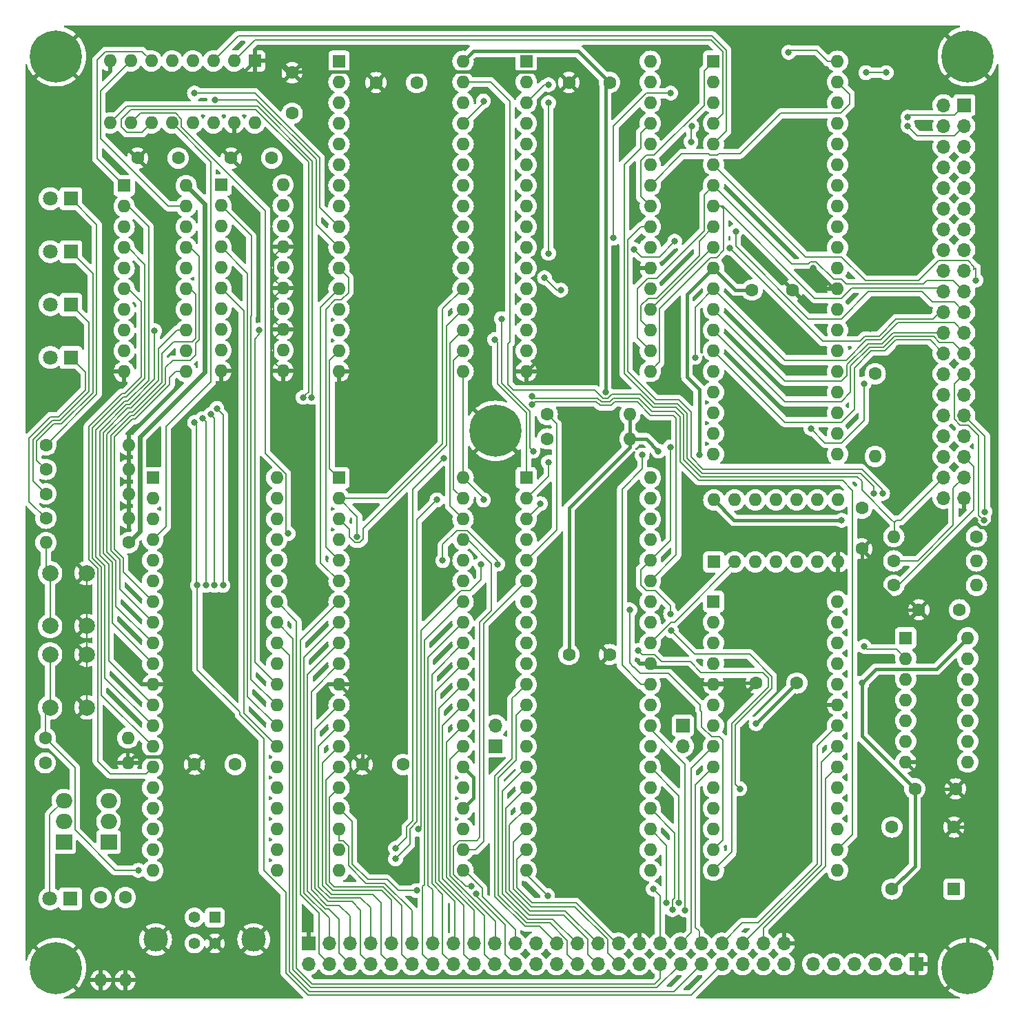
<source format=gbl>
%TF.GenerationSoftware,KiCad,Pcbnew,8.0.2*%
%TF.CreationDate,2024-05-20T18:27:38+02:00*%
%TF.ProjectId,glycon,676c7963-6f6e-42e6-9b69-6361645f7063,rev?*%
%TF.SameCoordinates,Original*%
%TF.FileFunction,Copper,L2,Bot*%
%TF.FilePolarity,Positive*%
%FSLAX46Y46*%
G04 Gerber Fmt 4.6, Leading zero omitted, Abs format (unit mm)*
G04 Created by KiCad (PCBNEW 8.0.2) date 2024-05-20 18:27:38*
%MOMM*%
%LPD*%
G01*
G04 APERTURE LIST*
%TA.AperFunction,ComponentPad*%
%ADD10R,1.600000X1.600000*%
%TD*%
%TA.AperFunction,ComponentPad*%
%ADD11O,1.600000X1.600000*%
%TD*%
%TA.AperFunction,ComponentPad*%
%ADD12C,1.600000*%
%TD*%
%TA.AperFunction,ComponentPad*%
%ADD13C,6.400000*%
%TD*%
%TA.AperFunction,ComponentPad*%
%ADD14R,2.000000X1.905000*%
%TD*%
%TA.AperFunction,ComponentPad*%
%ADD15O,2.000000X1.905000*%
%TD*%
%TA.AperFunction,ComponentPad*%
%ADD16R,1.800000X1.800000*%
%TD*%
%TA.AperFunction,ComponentPad*%
%ADD17C,1.800000*%
%TD*%
%TA.AperFunction,ComponentPad*%
%ADD18C,2.000000*%
%TD*%
%TA.AperFunction,ComponentPad*%
%ADD19R,1.700000X1.700000*%
%TD*%
%TA.AperFunction,ComponentPad*%
%ADD20O,1.700000X1.700000*%
%TD*%
%TA.AperFunction,ComponentPad*%
%ADD21R,1.400000X1.400000*%
%TD*%
%TA.AperFunction,ComponentPad*%
%ADD22C,1.400000*%
%TD*%
%TA.AperFunction,ComponentPad*%
%ADD23C,3.000000*%
%TD*%
%TA.AperFunction,ViaPad*%
%ADD24C,0.800000*%
%TD*%
%TA.AperFunction,Conductor*%
%ADD25C,0.200000*%
%TD*%
%TA.AperFunction,Conductor*%
%ADD26C,0.400000*%
%TD*%
%TA.AperFunction,Conductor*%
%ADD27C,0.600000*%
%TD*%
G04 APERTURE END LIST*
D10*
%TO.P,U10,1,1OE*%
%TO.N,Net-(U10-1OE)*%
X175266785Y-39800000D03*
D11*
%TO.P,U10,2,1A0*%
%TO.N,Net-(U10-1A0)*%
X175266785Y-42340000D03*
%TO.P,U10,3,2Y0*%
%TO.N,/A16*%
X175266785Y-44880000D03*
%TO.P,U10,4,1A1*%
%TO.N,Net-(U10-1A1)*%
X175266785Y-47420000D03*
%TO.P,U10,5,2Y1*%
%TO.N,/A15*%
X175266785Y-49960000D03*
%TO.P,U10,6,1A2*%
%TO.N,Net-(U10-1A2)*%
X175266785Y-52500000D03*
%TO.P,U10,7,2Y2*%
%TO.N,/A14*%
X175266785Y-55040000D03*
%TO.P,U10,8,1A3*%
%TO.N,Net-(U10-1A3)*%
X175266785Y-57580000D03*
%TO.P,U10,9,2Y3*%
%TO.N,/A17*%
X175266785Y-60120000D03*
%TO.P,U10,10,GND*%
%TO.N,Earth*%
X175266785Y-62660000D03*
%TO.P,U10,11,2A3*%
X182886785Y-62660000D03*
%TO.P,U10,12,1Y3*%
%TO.N,/A17*%
X182886785Y-60120000D03*
%TO.P,U10,13,2A2*%
%TO.N,Earth*%
X182886785Y-57580000D03*
%TO.P,U10,14,1Y2*%
%TO.N,/A14*%
X182886785Y-55040000D03*
%TO.P,U10,15,2A1*%
%TO.N,Earth*%
X182886785Y-52500000D03*
%TO.P,U10,16,1Y1*%
%TO.N,/A15*%
X182886785Y-49960000D03*
%TO.P,U10,17,2A0*%
%TO.N,Earth*%
X182886785Y-47420000D03*
%TO.P,U10,18,1Y0*%
%TO.N,/A16*%
X182886785Y-44880000D03*
%TO.P,U10,19,2OE*%
%TO.N,Net-(U10-2OE)*%
X182886785Y-42340000D03*
%TO.P,U10,20,VCC*%
%TO.N,VDD*%
X182886785Y-39800000D03*
%TD*%
D12*
%TO.P,C6,1*%
%TO.N,VDD*%
X266000000Y-92000000D03*
%TO.P,C6,2*%
%TO.N,Earth*%
X261000000Y-92000000D03*
%TD*%
D13*
%TO.P,H3,1,1*%
%TO.N,Earth*%
X267000000Y-24000000D03*
%TD*%
D10*
%TO.P,U3,1*%
%TO.N,/~{MREQ}*%
X235810000Y-86120000D03*
D11*
%TO.P,U3,2*%
%TO.N,/~{IO_RD}*%
X238350000Y-86120000D03*
%TO.P,U3,3*%
%TO.N,Net-(U3-Pad3)*%
X240890000Y-86120000D03*
%TO.P,U3,4*%
%TO.N,N/C*%
X243430000Y-86120000D03*
%TO.P,U3,5*%
X245970000Y-86120000D03*
%TO.P,U3,6*%
X248510000Y-86120000D03*
%TO.P,U3,7,GND*%
%TO.N,Earth*%
X251050000Y-86120000D03*
%TO.P,U3,8*%
%TO.N,N/C*%
X251050000Y-78500000D03*
%TO.P,U3,9*%
X248510000Y-78500000D03*
%TO.P,U3,10*%
X245970000Y-78500000D03*
%TO.P,U3,11*%
%TO.N,Net-(U3-Pad11)*%
X243430000Y-78500000D03*
%TO.P,U3,12*%
%TO.N,/~{MREQ}*%
X240890000Y-78500000D03*
%TO.P,U3,13*%
%TO.N,/~{Z80_WR}*%
X238350000Y-78500000D03*
%TO.P,U3,14,VCC*%
%TO.N,VDD*%
X235810000Y-78500000D03*
%TD*%
D14*
%TO.P,Q1,1,G*%
%TO.N,Net-(Q1-G)*%
X161445000Y-120540000D03*
D15*
%TO.P,Q1,2,D*%
%TO.N,Net-(Q1-D)*%
X161445000Y-118000000D03*
%TO.P,Q1,3,S*%
%TO.N,+5V*%
X161445000Y-115460000D03*
%TD*%
D12*
%TO.P,C3,1*%
%TO.N,Earth*%
X194301776Y-27226419D03*
%TO.P,C3,2*%
%TO.N,VDD*%
X199301776Y-27226419D03*
%TD*%
D10*
%TO.P,X1,1,NC*%
%TO.N,unconnected-(X1-NC-Pad1)*%
X265310000Y-126310000D03*
D12*
%TO.P,X1,4,GND*%
%TO.N,Earth*%
X265310000Y-118690000D03*
%TO.P,X1,5,OUT*%
%TO.N,/CLK*%
X257690000Y-118690000D03*
%TO.P,X1,8,Vcc*%
%TO.N,VDD*%
X257690000Y-126310000D03*
%TD*%
D13*
%TO.P,H5,1,1*%
%TO.N,Earth*%
X155000000Y-136000000D03*
%TD*%
D14*
%TO.P,Q2,1,G*%
%TO.N,Net-(Q2-G)*%
X155945000Y-120540000D03*
D15*
%TO.P,Q2,2,D*%
%TO.N,Net-(Q1-D)*%
X155945000Y-118000000D03*
%TO.P,Q2,3,S*%
%TO.N,VDD*%
X155945000Y-115460000D03*
%TD*%
D10*
%TO.P,U1,1,NC*%
%TO.N,unconnected-(U1-NC-Pad1)*%
X212760000Y-24610000D03*
D11*
%TO.P,U1,2,A16*%
%TO.N,/A16*%
X212760000Y-27150000D03*
%TO.P,U1,3,A14*%
%TO.N,/A14*%
X212760000Y-29690000D03*
%TO.P,U1,4,A12*%
%TO.N,/A12*%
X212760000Y-32230000D03*
%TO.P,U1,5,A7*%
%TO.N,/A7*%
X212760000Y-34770000D03*
%TO.P,U1,6,A6*%
%TO.N,/A6*%
X212760000Y-37310000D03*
%TO.P,U1,7,A5*%
%TO.N,/A5*%
X212760000Y-39850000D03*
%TO.P,U1,8,A4*%
%TO.N,/A4*%
X212760000Y-42390000D03*
%TO.P,U1,9,A3*%
%TO.N,/A3*%
X212760000Y-44930000D03*
%TO.P,U1,10,A2*%
%TO.N,/A2*%
X212760000Y-47470000D03*
%TO.P,U1,11,A1*%
%TO.N,/A1*%
X212760000Y-50010000D03*
%TO.P,U1,12,A0*%
%TO.N,/A0*%
X212760000Y-52550000D03*
%TO.P,U1,13,Q0*%
%TO.N,/D0*%
X212760000Y-55090000D03*
%TO.P,U1,14,Q1*%
%TO.N,/D1*%
X212760000Y-57630000D03*
%TO.P,U1,15,Q2*%
%TO.N,/D2*%
X212760000Y-60170000D03*
%TO.P,U1,16,GND*%
%TO.N,Earth*%
X212760000Y-62710000D03*
%TO.P,U1,17,Q3*%
%TO.N,/D3*%
X228000000Y-62710000D03*
%TO.P,U1,18,Q4*%
%TO.N,/D4*%
X228000000Y-60170000D03*
%TO.P,U1,19,Q5*%
%TO.N,/D5*%
X228000000Y-57630000D03*
%TO.P,U1,20,Q6*%
%TO.N,/D6*%
X228000000Y-55090000D03*
%TO.P,U1,21,Q7*%
%TO.N,/D7*%
X228000000Y-52550000D03*
%TO.P,U1,22,~{CS1}*%
%TO.N,Earth*%
X228000000Y-50010000D03*
%TO.P,U1,23,A10*%
%TO.N,/A10*%
X228000000Y-47470000D03*
%TO.P,U1,24,~{OE}*%
%TO.N,/~{MEM_RD}*%
X228000000Y-44930000D03*
%TO.P,U1,25,A11*%
%TO.N,/A11*%
X228000000Y-42390000D03*
%TO.P,U1,26,A9*%
%TO.N,/A9*%
X228000000Y-39850000D03*
%TO.P,U1,27,A8*%
%TO.N,/A8*%
X228000000Y-37310000D03*
%TO.P,U1,28,A13*%
%TO.N,/A13*%
X228000000Y-34770000D03*
%TO.P,U1,29,~{WE}*%
%TO.N,/~{RAM_WE}*%
X228000000Y-32230000D03*
%TO.P,U1,30,CS2*%
%TO.N,/A17*%
X228000000Y-29690000D03*
%TO.P,U1,31,A15*%
%TO.N,/A15*%
X228000000Y-27150000D03*
%TO.P,U1,32,VCC*%
%TO.N,VDD*%
X228000000Y-24610000D03*
%TD*%
D10*
%TO.P,U6,1,E*%
%TO.N,Earth*%
X179400000Y-24560000D03*
D11*
%TO.P,U6,2,A0*%
%TO.N,/PGA0*%
X176860000Y-24560000D03*
%TO.P,U6,3,A1*%
%TO.N,/PGA1*%
X174320000Y-24560000D03*
%TO.P,U6,4,O0*%
%TO.N,Net-(U10-2OE)*%
X171780000Y-24560000D03*
%TO.P,U6,5,O1*%
%TO.N,Net-(U10-1OE)*%
X169240000Y-24560000D03*
%TO.P,U6,6,O2*%
%TO.N,Net-(U6A-O2)*%
X166700000Y-24560000D03*
%TO.P,U6,7,O3*%
%TO.N,Net-(U6A-O3)*%
X164160000Y-24560000D03*
%TO.P,U6,8,GND*%
%TO.N,Earth*%
X161620000Y-24560000D03*
%TO.P,U6,9,O3*%
%TO.N,/SIO_~{CE}*%
X161620000Y-32180000D03*
%TO.P,U6,10,O2*%
%TO.N,/PIO1_~{CE}*%
X164160000Y-32180000D03*
%TO.P,U6,11,O1*%
%TO.N,/CTC_~{CE}*%
X166700000Y-32180000D03*
%TO.P,U6,12,O0*%
%TO.N,/PIO0_~{CE}*%
X169240000Y-32180000D03*
%TO.P,U6,13,A1*%
%TO.N,/A3*%
X171780000Y-32180000D03*
%TO.P,U6,14,A0*%
%TO.N,/A2*%
X174320000Y-32180000D03*
%TO.P,U6,15,E*%
%TO.N,Earth*%
X176860000Y-32180000D03*
%TO.P,U6,16,VCC*%
%TO.N,VDD*%
X179400000Y-32180000D03*
%TD*%
D10*
%TO.P,U2,1,NC*%
%TO.N,unconnected-(U2-NC-Pad1)*%
X189760000Y-24610000D03*
D11*
%TO.P,U2,2,A16*%
%TO.N,/A16*%
X189760000Y-27150000D03*
%TO.P,U2,3,A15*%
%TO.N,/A15*%
X189760000Y-29690000D03*
%TO.P,U2,4,A12*%
%TO.N,/A12*%
X189760000Y-32230000D03*
%TO.P,U2,5,A7*%
%TO.N,/A7*%
X189760000Y-34770000D03*
%TO.P,U2,6,A6*%
%TO.N,/A6*%
X189760000Y-37310000D03*
%TO.P,U2,7,A5*%
%TO.N,/A5*%
X189760000Y-39850000D03*
%TO.P,U2,8,A4*%
%TO.N,/A4*%
X189760000Y-42390000D03*
%TO.P,U2,9,A3*%
%TO.N,/A3*%
X189760000Y-44930000D03*
%TO.P,U2,10,A2*%
%TO.N,/A2*%
X189760000Y-47470000D03*
%TO.P,U2,11,A1*%
%TO.N,/A1*%
X189760000Y-50010000D03*
%TO.P,U2,12,A0*%
%TO.N,/A0*%
X189760000Y-52550000D03*
%TO.P,U2,13,D0*%
%TO.N,/D0*%
X189760000Y-55090000D03*
%TO.P,U2,14,D1*%
%TO.N,/D1*%
X189760000Y-57630000D03*
%TO.P,U2,15,D2*%
%TO.N,/D2*%
X189760000Y-60170000D03*
%TO.P,U2,16,GND*%
%TO.N,Earth*%
X189760000Y-62710000D03*
%TO.P,U2,17,D3*%
%TO.N,/D3*%
X205000000Y-62710000D03*
%TO.P,U2,18,D4*%
%TO.N,/D4*%
X205000000Y-60170000D03*
%TO.P,U2,19,D5*%
%TO.N,/D5*%
X205000000Y-57630000D03*
%TO.P,U2,20,D6*%
%TO.N,/D6*%
X205000000Y-55090000D03*
%TO.P,U2,21,D7*%
%TO.N,/D7*%
X205000000Y-52550000D03*
%TO.P,U2,22,~{CE}*%
%TO.N,/A17*%
X205000000Y-50010000D03*
%TO.P,U2,23,A10*%
%TO.N,/A10*%
X205000000Y-47470000D03*
%TO.P,U2,24,~{OE}*%
%TO.N,/~{MEM_RD}*%
X205000000Y-44930000D03*
%TO.P,U2,25,A11*%
%TO.N,/A11*%
X205000000Y-42390000D03*
%TO.P,U2,26,A9*%
%TO.N,/A9*%
X205000000Y-39850000D03*
%TO.P,U2,27,A8*%
%TO.N,/A8*%
X205000000Y-37310000D03*
%TO.P,U2,28,A13*%
%TO.N,/A13*%
X205000000Y-34770000D03*
%TO.P,U2,29,A14*%
%TO.N,/A14*%
X205000000Y-32230000D03*
%TO.P,U2,30,NC*%
%TO.N,unconnected-(U2-NC-Pad30)*%
X205000000Y-29690000D03*
%TO.P,U2,31,~{WE}*%
%TO.N,/~{ROM_WE}*%
X205000000Y-27150000D03*
%TO.P,U2,32,VCC*%
%TO.N,VDD*%
X205000000Y-24610000D03*
%TD*%
D12*
%TO.P,C8,1*%
%TO.N,VDD*%
X246000000Y-101000000D03*
%TO.P,C8,2*%
%TO.N,Earth*%
X241000000Y-101000000D03*
%TD*%
%TO.P,C7,1*%
%TO.N,VDD*%
X218000000Y-97500000D03*
%TO.P,C7,2*%
%TO.N,Earth*%
X223000000Y-97500000D03*
%TD*%
%TO.P,C2,1*%
%TO.N,VDD*%
X223000000Y-27210000D03*
%TO.P,C2,2*%
%TO.N,Earth*%
X218000000Y-27210000D03*
%TD*%
D10*
%TO.P,U8,1,D2*%
%TO.N,/D2*%
X189760000Y-75775000D03*
D11*
%TO.P,U8,2,D7*%
%TO.N,/D7*%
X189760000Y-78315000D03*
%TO.P,U8,3,D6*%
%TO.N,/D6*%
X189760000Y-80855000D03*
%TO.P,U8,4,~{CE}*%
%TO.N,/PIO1_~{CE}*%
X189760000Y-83395000D03*
%TO.P,U8,5,C/~{D}*%
%TO.N,/A1*%
X189760000Y-85935000D03*
%TO.P,U8,6,B/~{A}*%
%TO.N,/A0*%
X189760000Y-88475000D03*
%TO.P,U8,7,PA7*%
%TO.N,/PA7*%
X189760000Y-91015000D03*
%TO.P,U8,8,PA6*%
%TO.N,/PA6*%
X189760000Y-93555000D03*
%TO.P,U8,9,PA5*%
%TO.N,/PA5*%
X189760000Y-96095000D03*
%TO.P,U8,10,PA4*%
%TO.N,/PA4*%
X189760000Y-98635000D03*
%TO.P,U8,11,GND*%
%TO.N,Earth*%
X189760000Y-101175000D03*
%TO.P,U8,12,PA3*%
%TO.N,/PA3*%
X189760000Y-103715000D03*
%TO.P,U8,13,PA2*%
%TO.N,/PA2*%
X189760000Y-106255000D03*
%TO.P,U8,14,PA1*%
%TO.N,/PA1*%
X189760000Y-108795000D03*
%TO.P,U8,15,PA0*%
%TO.N,/PA0*%
X189760000Y-111335000D03*
%TO.P,U8,16,~{ASTB}*%
%TO.N,/~{ASTB}*%
X189760000Y-113875000D03*
%TO.P,U8,17,~{BSTB}*%
%TO.N,/~{BSTB}*%
X189760000Y-116415000D03*
%TO.P,U8,18,ARDY*%
%TO.N,/ARDY*%
X189760000Y-118955000D03*
%TO.P,U8,19,D0*%
%TO.N,/D0*%
X189760000Y-121495000D03*
%TO.P,U8,20,D1*%
%TO.N,/D1*%
X189760000Y-124035000D03*
%TO.P,U8,21,BRDY*%
%TO.N,/BRDY*%
X205000000Y-124035000D03*
%TO.P,U8,22,IEO*%
%TO.N,/IEI2*%
X205000000Y-121495000D03*
%TO.P,U8,23,~{INT}*%
%TO.N,/~{INT}*%
X205000000Y-118955000D03*
%TO.P,U8,24,IEI*%
%TO.N,VDD*%
X205000000Y-116415000D03*
%TO.P,U8,25,CLK*%
%TO.N,/CLK*%
X205000000Y-113875000D03*
%TO.P,U8,26,VCC*%
%TO.N,VDD*%
X205000000Y-111335000D03*
%TO.P,U8,27,PB0*%
%TO.N,/PB0*%
X205000000Y-108795000D03*
%TO.P,U8,28,PB1*%
%TO.N,/PB1*%
X205000000Y-106255000D03*
%TO.P,U8,29,PB2*%
%TO.N,/PB2*%
X205000000Y-103715000D03*
%TO.P,U8,30,PB3*%
%TO.N,/PB3*%
X205000000Y-101175000D03*
%TO.P,U8,31,PB4*%
%TO.N,/PB4*%
X205000000Y-98635000D03*
%TO.P,U8,32,PB5*%
%TO.N,/PB5*%
X205000000Y-96095000D03*
%TO.P,U8,33,PB6*%
%TO.N,/PB6*%
X205000000Y-93555000D03*
%TO.P,U8,34,PB7*%
%TO.N,/PB7*%
X205000000Y-91015000D03*
%TO.P,U8,35,~{RD}*%
%TO.N,/~{IO_RD}*%
X205000000Y-88475000D03*
%TO.P,U8,36,~{IORQ}*%
%TO.N,/~{IORQ}*%
X205000000Y-85935000D03*
%TO.P,U8,37,~{M1}*%
%TO.N,/~{PIO_M1}*%
X205000000Y-83395000D03*
%TO.P,U8,38,D5*%
%TO.N,/D5*%
X205000000Y-80855000D03*
%TO.P,U8,39,D4*%
%TO.N,/D4*%
X205000000Y-78315000D03*
%TO.P,U8,40,D3*%
%TO.N,/D3*%
X205000000Y-75775000D03*
%TD*%
D10*
%TO.P,U12,1,D4*%
%TO.N,/D4*%
X235760000Y-90975000D03*
D11*
%TO.P,U12,2,D5*%
%TO.N,/D5*%
X235760000Y-93515000D03*
%TO.P,U12,3,D6*%
%TO.N,/D6*%
X235760000Y-96055000D03*
%TO.P,U12,4,D7*%
%TO.N,/D7*%
X235760000Y-98595000D03*
%TO.P,U12,5,GND*%
%TO.N,Earth*%
X235760000Y-101135000D03*
%TO.P,U12,6,~{RD}*%
%TO.N,/~{IO_RD}*%
X235760000Y-103675000D03*
%TO.P,U12,7,ZC/TO0*%
%TO.N,/SERCLK*%
X235760000Y-106215000D03*
%TO.P,U12,8,ZC/TO1*%
%TO.N,/TO1*%
X235760000Y-108755000D03*
%TO.P,U12,9,ZC/TO2*%
%TO.N,/TO2*%
X235760000Y-111295000D03*
%TO.P,U12,10,~{IORQ}*%
%TO.N,/~{IORQ}*%
X235760000Y-113835000D03*
%TO.P,U12,11,IEO*%
%TO.N,/IEI0*%
X235760000Y-116375000D03*
%TO.P,U12,12,~{INT}*%
%TO.N,/~{INT}*%
X235760000Y-118915000D03*
%TO.P,U12,13,IEI*%
%TO.N,/IEI1*%
X235760000Y-121455000D03*
%TO.P,U12,14,~{M1}*%
%TO.N,/~{M1}*%
X235760000Y-123995000D03*
%TO.P,U12,15,CLK*%
%TO.N,/CLK*%
X251000000Y-123995000D03*
%TO.P,U12,16,~{CE}*%
%TO.N,/CTC_~{CE}*%
X251000000Y-121455000D03*
%TO.P,U12,17,~{RESET}*%
%TO.N,/~{RESET}*%
X251000000Y-118915000D03*
%TO.P,U12,18,CS0*%
%TO.N,/A0*%
X251000000Y-116375000D03*
%TO.P,U12,19,CS1*%
%TO.N,/A1*%
X251000000Y-113835000D03*
%TO.P,U12,20,CLK/TRG3*%
%TO.N,/CT3*%
X251000000Y-111295000D03*
%TO.P,U12,21,CLK/TRG2*%
%TO.N,/CT2*%
X251000000Y-108755000D03*
%TO.P,U12,22,CLK/TRG1*%
%TO.N,/CT1*%
X251000000Y-106215000D03*
%TO.P,U12,23,CLK/TRG0*%
%TO.N,Earth*%
X251000000Y-103675000D03*
%TO.P,U12,24,+5V*%
%TO.N,VDD*%
X251000000Y-101135000D03*
%TO.P,U12,25,D0*%
%TO.N,/D0*%
X251000000Y-98595000D03*
%TO.P,U12,26,D1*%
%TO.N,/D1*%
X251000000Y-96055000D03*
%TO.P,U12,27,D2*%
%TO.N,/D2*%
X251000000Y-93515000D03*
%TO.P,U12,28,D3*%
%TO.N,/D3*%
X251000000Y-90975000D03*
%TD*%
D12*
%TO.P,R2,1*%
%TO.N,/~{BUSRQ}*%
X255640000Y-63000000D03*
D11*
%TO.P,R2,2*%
%TO.N,VDD*%
X255640000Y-73160000D03*
%TD*%
D16*
%TO.P,D3,1,K*%
%TO.N,Net-(D3-K)*%
X156805000Y-48000000D03*
D17*
%TO.P,D3,2,A*%
%TO.N,/PC1*%
X154265000Y-48000000D03*
%TD*%
D12*
%TO.P,R1,1*%
%TO.N,/~{RESET}*%
X153670000Y-107750000D03*
D11*
%TO.P,R1,2*%
%TO.N,VDD*%
X163830000Y-107750000D03*
%TD*%
D12*
%TO.P,C9,1*%
%TO.N,Earth*%
X172000000Y-111000000D03*
%TO.P,C9,2*%
%TO.N,VDD*%
X177000000Y-111000000D03*
%TD*%
%TO.P,R17,1*%
%TO.N,Net-(Q2-G)*%
X153652475Y-110809967D03*
D11*
%TO.P,R17,2*%
%TO.N,Earth*%
X163812475Y-110809967D03*
%TD*%
D16*
%TO.P,D5,1,K*%
%TO.N,Net-(D5-K)*%
X156805000Y-61000000D03*
D17*
%TO.P,D5,2,A*%
%TO.N,/PC3*%
X154265000Y-61000000D03*
%TD*%
D18*
%TO.P,SW1,1,1*%
%TO.N,Earth*%
X158750000Y-97500000D03*
X158750000Y-104000000D03*
%TO.P,SW1,2,2*%
%TO.N,/~{RESET}*%
X154250000Y-97500000D03*
X154250000Y-104000000D03*
%TD*%
D12*
%TO.P,C13,1*%
%TO.N,VDD*%
X181500000Y-36500000D03*
%TO.P,C13,2*%
%TO.N,Earth*%
X176500000Y-36500000D03*
%TD*%
D18*
%TO.P,SW2,1,1*%
%TO.N,Earth*%
X158750000Y-87500000D03*
X158750000Y-94000000D03*
%TO.P,SW2,2,2*%
%TO.N,/~{NMI}*%
X154250000Y-87500000D03*
X154250000Y-94000000D03*
%TD*%
D12*
%TO.P,R5,1*%
%TO.N,/~{WAIT}*%
X215340000Y-71000000D03*
D11*
%TO.P,R5,2*%
%TO.N,VDD*%
X225500000Y-71000000D03*
%TD*%
D12*
%TO.P,C10,1*%
%TO.N,VDD*%
X184000000Y-31000000D03*
%TO.P,C10,2*%
%TO.N,Earth*%
X184000000Y-26000000D03*
%TD*%
D16*
%TO.P,D2,1,K*%
%TO.N,Net-(D2-K)*%
X156805000Y-41500000D03*
D17*
%TO.P,D2,2,A*%
%TO.N,/PC0*%
X154265000Y-41500000D03*
%TD*%
D13*
%TO.P,H2,1,1*%
%TO.N,Earth*%
X209000000Y-70000000D03*
%TD*%
D12*
%TO.P,R4,1*%
%TO.N,/RAM{slash}ROM OE*%
X257920000Y-86000000D03*
D11*
%TO.P,R4,2*%
%TO.N,VDD*%
X268080000Y-86000000D03*
%TD*%
D12*
%TO.P,R21,1*%
%TO.N,Net-(D2-K)*%
X153750000Y-71750000D03*
D11*
%TO.P,R21,2*%
%TO.N,Earth*%
X163910000Y-71750000D03*
%TD*%
D19*
%TO.P,JP1,1,A*%
%TO.N,/SERCLK*%
X232000000Y-106225000D03*
D20*
%TO.P,JP1,2,B*%
%TO.N,Net-(JP1-B)*%
X232000000Y-108765000D03*
%TD*%
D12*
%TO.P,R18,1*%
%TO.N,Net-(Q1-G)*%
X163500000Y-127340000D03*
D11*
%TO.P,R18,2*%
%TO.N,Earth*%
X163500000Y-137500000D03*
%TD*%
D12*
%TO.P,R13,1*%
%TO.N,Net-(D5-K)*%
X153750000Y-80750000D03*
D11*
%TO.P,R13,2*%
%TO.N,Earth*%
X163910000Y-80750000D03*
%TD*%
D12*
%TO.P,R20,1*%
%TO.N,Net-(D3-K)*%
X153750000Y-74750000D03*
D11*
%TO.P,R20,2*%
%TO.N,Earth*%
X163910000Y-74750000D03*
%TD*%
D12*
%TO.P,C11,1*%
%TO.N,VDD*%
X197600000Y-111000000D03*
%TO.P,C11,2*%
%TO.N,Earth*%
X192600000Y-111000000D03*
%TD*%
D16*
%TO.P,D4,1,K*%
%TO.N,Net-(D4-K)*%
X156805000Y-54500000D03*
D17*
%TO.P,D4,2,A*%
%TO.N,/PC2*%
X154265000Y-54500000D03*
%TD*%
D10*
%TO.P,U9,1,1OE*%
%TO.N,Net-(U6A-O2)*%
X163351785Y-39886827D03*
D11*
%TO.P,U9,2,1A0*%
%TO.N,Net-(U11-PA2)*%
X163351785Y-42426827D03*
%TO.P,U9,3,2Y0*%
%TO.N,/A16*%
X163351785Y-44966827D03*
%TO.P,U9,4,1A1*%
%TO.N,Net-(U11-PA1)*%
X163351785Y-47506827D03*
%TO.P,U9,5,2Y1*%
%TO.N,/A15*%
X163351785Y-50046827D03*
%TO.P,U9,6,1A2*%
%TO.N,Net-(U11-PA0)*%
X163351785Y-52586827D03*
%TO.P,U9,7,2Y2*%
%TO.N,/A14*%
X163351785Y-55126827D03*
%TO.P,U9,8,1A3*%
%TO.N,Net-(U11-PA3)*%
X163351785Y-57666827D03*
%TO.P,U9,9,2Y3*%
%TO.N,/A17*%
X163351785Y-60206827D03*
%TO.P,U9,10,GND*%
%TO.N,Earth*%
X163351785Y-62746827D03*
%TO.P,U9,11,2A3*%
%TO.N,Net-(U11-PA7)*%
X170971785Y-62746827D03*
%TO.P,U9,12,1Y3*%
%TO.N,/A17*%
X170971785Y-60206827D03*
%TO.P,U9,13,2A2*%
%TO.N,Net-(U11-PA4)*%
X170971785Y-57666827D03*
%TO.P,U9,14,1Y2*%
%TO.N,/A14*%
X170971785Y-55126827D03*
%TO.P,U9,15,2A1*%
%TO.N,Net-(U11-PA5)*%
X170971785Y-52586827D03*
%TO.P,U9,16,1Y1*%
%TO.N,/A15*%
X170971785Y-50046827D03*
%TO.P,U9,17,2A0*%
%TO.N,Net-(U11-PA6)*%
X170971785Y-47506827D03*
%TO.P,U9,18,1Y0*%
%TO.N,/A16*%
X170971785Y-44966827D03*
%TO.P,U9,19,2OE*%
%TO.N,Net-(U6A-O3)*%
X170971785Y-42426827D03*
%TO.P,U9,20,VCC*%
%TO.N,VDD*%
X170971785Y-39886827D03*
%TD*%
D19*
%TO.P,J1,1,Pin_1*%
%TO.N,/A17*%
X266580000Y-30000000D03*
D20*
%TO.P,J1,2,Pin_2*%
%TO.N,/A16*%
X264040000Y-30000000D03*
%TO.P,J1,3,Pin_3*%
%TO.N,/A15*%
X266580000Y-32540000D03*
%TO.P,J1,4,Pin_4*%
%TO.N,/A14*%
X264040000Y-32540000D03*
%TO.P,J1,5,Pin_5*%
%TO.N,/A13*%
X266580000Y-35080000D03*
%TO.P,J1,6,Pin_6*%
%TO.N,/A12*%
X264040000Y-35080000D03*
%TO.P,J1,7,Pin_7*%
%TO.N,/A11*%
X266580000Y-37620000D03*
%TO.P,J1,8,Pin_8*%
%TO.N,/A10*%
X264040000Y-37620000D03*
%TO.P,J1,9,Pin_9*%
%TO.N,/A9*%
X266580000Y-40160000D03*
%TO.P,J1,10,Pin_10*%
%TO.N,/A8*%
X264040000Y-40160000D03*
%TO.P,J1,11,Pin_11*%
%TO.N,/A7*%
X266580000Y-42700000D03*
%TO.P,J1,12,Pin_12*%
%TO.N,/A6*%
X264040000Y-42700000D03*
%TO.P,J1,13,Pin_13*%
%TO.N,/A5*%
X266580000Y-45240000D03*
%TO.P,J1,14,Pin_14*%
%TO.N,/A4*%
X264040000Y-45240000D03*
%TO.P,J1,15,Pin_15*%
%TO.N,/A3*%
X266580000Y-47780000D03*
%TO.P,J1,16,Pin_16*%
%TO.N,/A2*%
X264040000Y-47780000D03*
%TO.P,J1,17,Pin_17*%
%TO.N,/A1*%
X266580000Y-50320000D03*
%TO.P,J1,18,Pin_18*%
%TO.N,/A0*%
X264040000Y-50320000D03*
%TO.P,J1,19,Pin_19*%
%TO.N,/D4*%
X266580000Y-52860000D03*
%TO.P,J1,20,Pin_20*%
%TO.N,/D3*%
X264040000Y-52860000D03*
%TO.P,J1,21,Pin_21*%
%TO.N,/D5*%
X266580000Y-55400000D03*
%TO.P,J1,22,Pin_22*%
%TO.N,/D6*%
X264040000Y-55400000D03*
%TO.P,J1,23,Pin_23*%
%TO.N,/D2*%
X266580000Y-57940000D03*
%TO.P,J1,24,Pin_24*%
%TO.N,/D7*%
X264040000Y-57940000D03*
%TO.P,J1,25,Pin_25*%
%TO.N,/D0*%
X266580000Y-60480000D03*
%TO.P,J1,26,Pin_26*%
%TO.N,/D1*%
X264040000Y-60480000D03*
%TO.P,J1,27,Pin_27*%
%TO.N,/~{RESET}*%
X266580000Y-63020000D03*
%TO.P,J1,28,Pin_28*%
%TO.N,/~{BUSRQ}*%
X264040000Y-63020000D03*
%TO.P,J1,29,Pin_29*%
%TO.N,/~{INT}*%
X266580000Y-65560000D03*
%TO.P,J1,30,Pin_30*%
%TO.N,/~{BUSACK}*%
X264040000Y-65560000D03*
%TO.P,J1,31,Pin_31*%
%TO.N,/~{M1}*%
X266580000Y-68100000D03*
%TO.P,J1,32,Pin_32*%
%TO.N,unconnected-(J1-Pin_32-Pad32)*%
X264040000Y-68100000D03*
%TO.P,J1,33,Pin_33*%
%TO.N,unconnected-(J1-Pin_33-Pad33)*%
X266580000Y-70640000D03*
%TO.P,J1,34,Pin_34*%
%TO.N,unconnected-(J1-Pin_34-Pad34)*%
X264040000Y-70640000D03*
%TO.P,J1,35,Pin_35*%
%TO.N,/RAM WE*%
X266580000Y-73180000D03*
%TO.P,J1,36,Pin_36*%
%TO.N,/CLK*%
X264040000Y-73180000D03*
%TO.P,J1,37,Pin_37*%
%TO.N,/RAM{slash}ROM OE*%
X266580000Y-75720000D03*
%TO.P,J1,38,Pin_38*%
%TO.N,/~{ROM_WE}*%
X264040000Y-75720000D03*
%TO.P,J1,39,Pin_39*%
%TO.N,Earth*%
X266580000Y-78260000D03*
%TO.P,J1,40,Pin_40*%
%TO.N,VDD*%
X264040000Y-78260000D03*
%TD*%
D12*
%TO.P,R12,1*%
%TO.N,Net-(D1-K)*%
X160500000Y-127340000D03*
D11*
%TO.P,R12,2*%
%TO.N,Earth*%
X160500000Y-137500000D03*
%TD*%
D12*
%TO.P,C12,1*%
%TO.N,VDD*%
X170000000Y-36500000D03*
%TO.P,C12,2*%
%TO.N,Earth*%
X165000000Y-36500000D03*
%TD*%
%TO.P,R19,1*%
%TO.N,Net-(D4-K)*%
X153750000Y-77750000D03*
D11*
%TO.P,R19,2*%
%TO.N,Earth*%
X163910000Y-77750000D03*
%TD*%
D12*
%TO.P,C14,1*%
%TO.N,VDD*%
X260500000Y-114000000D03*
%TO.P,C14,2*%
%TO.N,Earth*%
X265500000Y-114000000D03*
%TD*%
D19*
%TO.P,JP2,1,A*%
%TO.N,Net-(JP1-B)*%
X209000000Y-108775000D03*
D20*
%TO.P,JP2,2,B*%
%TO.N,Net-(JP2-B)*%
X209000000Y-106235000D03*
%TD*%
D10*
%TO.P,U5,1*%
%TO.N,/RAM{slash}ROM OE*%
X259380000Y-95460000D03*
D11*
%TO.P,U5,2*%
%TO.N,Net-(U3-Pad3)*%
X259380000Y-98000000D03*
%TO.P,U5,3*%
%TO.N,/~{MEM_RD}*%
X259380000Y-100540000D03*
%TO.P,U5,4*%
%TO.N,/RAM WE*%
X259380000Y-103080000D03*
%TO.P,U5,5*%
%TO.N,Net-(U3-Pad11)*%
X259380000Y-105620000D03*
%TO.P,U5,6*%
%TO.N,/~{RAM_WE}*%
X259380000Y-108160000D03*
%TO.P,U5,7,GND*%
%TO.N,Earth*%
X259380000Y-110700000D03*
%TO.P,U5,8*%
%TO.N,/~{PIO_M1}*%
X267000000Y-110700000D03*
%TO.P,U5,9*%
%TO.N,/~{M1}*%
X267000000Y-108160000D03*
%TO.P,U5,10*%
%TO.N,/~{RESET}*%
X267000000Y-105620000D03*
%TO.P,U5,11*%
%TO.N,N/C*%
X267000000Y-103080000D03*
%TO.P,U5,12*%
X267000000Y-100540000D03*
%TO.P,U5,13*%
X267000000Y-98000000D03*
%TO.P,U5,14,VCC*%
%TO.N,VDD*%
X267000000Y-95460000D03*
%TD*%
D21*
%TO.P,J4,1,VBUS*%
%TO.N,+5V*%
X174500000Y-129800000D03*
D22*
%TO.P,J4,2,D-*%
%TO.N,unconnected-(J4-D--Pad2)*%
X172000000Y-129800000D03*
%TO.P,J4,3,D+*%
%TO.N,unconnected-(J4-D+-Pad3)*%
X172000000Y-133000000D03*
%TO.P,J4,4,GND*%
%TO.N,Earth*%
X174500000Y-133000000D03*
D23*
%TO.P,J4,5,Shield*%
X167230000Y-132510000D03*
X179270000Y-132510000D03*
%TD*%
D13*
%TO.P,H4,1,1*%
%TO.N,Earth*%
X267000000Y-136000000D03*
%TD*%
D12*
%TO.P,R3,1*%
%TO.N,VDD*%
X268080000Y-83000000D03*
D11*
%TO.P,R3,2*%
%TO.N,/~{ROM_WE}*%
X257920000Y-83000000D03*
%TD*%
D12*
%TO.P,R8,1*%
%TO.N,/RAM WE*%
X257920000Y-89000000D03*
D11*
%TO.P,R8,2*%
%TO.N,VDD*%
X268080000Y-89000000D03*
%TD*%
D12*
%TO.P,R7,1*%
%TO.N,/~{INT}*%
X215340000Y-68000000D03*
D11*
%TO.P,R7,2*%
%TO.N,VDD*%
X225500000Y-68000000D03*
%TD*%
D19*
%TO.P,J2,1,Pin_1*%
%TO.N,Earth*%
X260700000Y-135540000D03*
D20*
%TO.P,J2,2,Pin_2*%
%TO.N,/~{CTSB}*%
X258160000Y-135540000D03*
%TO.P,J2,3,Pin_3*%
%TO.N,+5V*%
X255620000Y-135540000D03*
%TO.P,J2,4,Pin_4*%
%TO.N,/TxDB*%
X253080000Y-135540000D03*
%TO.P,J2,5,Pin_5*%
%TO.N,/RxDB*%
X250540000Y-135540000D03*
%TO.P,J2,6,Pin_6*%
%TO.N,/~{RTSB}*%
X248000000Y-135540000D03*
%TD*%
D12*
%TO.P,C5,1*%
%TO.N,VDD*%
X254000000Y-79500000D03*
%TO.P,C5,2*%
%TO.N,Earth*%
X254000000Y-84500000D03*
%TD*%
%TO.P,C1,1*%
%TO.N,VDD*%
X240500000Y-52710000D03*
%TO.P,C1,2*%
%TO.N,Earth*%
X245500000Y-52710000D03*
%TD*%
D16*
%TO.P,D1,1,K*%
%TO.N,Net-(D1-K)*%
X156775000Y-127500000D03*
D17*
%TO.P,D1,2,A*%
%TO.N,VDD*%
X154235000Y-127500000D03*
%TD*%
D13*
%TO.P,H1,1,1*%
%TO.N,Earth*%
X155000000Y-24000000D03*
%TD*%
D10*
%TO.P,U7,1,D1*%
%TO.N,/D1*%
X212760000Y-75775000D03*
D11*
%TO.P,U7,2,D3*%
%TO.N,/D3*%
X212760000Y-78315000D03*
%TO.P,U7,3,D5*%
%TO.N,/D5*%
X212760000Y-80855000D03*
%TO.P,U7,4,D7*%
%TO.N,/D7*%
X212760000Y-83395000D03*
%TO.P,U7,5,~{INT}*%
%TO.N,/~{INT}*%
X212760000Y-85935000D03*
%TO.P,U7,6,IEI*%
%TO.N,/IEI2*%
X212760000Y-88475000D03*
%TO.P,U7,7,IEO*%
%TO.N,/IEI1*%
X212760000Y-91015000D03*
%TO.P,U7,8,~{M1}*%
%TO.N,/~{M1}*%
X212760000Y-93555000D03*
%TO.P,U7,9,+5V*%
%TO.N,VDD*%
X212760000Y-96095000D03*
%TO.P,U7,10,~{W}/~{RDYA}*%
%TO.N,/~{WAIT}*%
X212760000Y-98635000D03*
%TO.P,U7,11,~{SYNCA}*%
%TO.N,/SYNCA*%
X212760000Y-101175000D03*
%TO.P,U7,12,RXDA*%
%TO.N,/RXDA*%
X212760000Y-103715000D03*
%TO.P,U7,13,~{RXCA}*%
%TO.N,Net-(JP2-B)*%
X212760000Y-106255000D03*
%TO.P,U7,14,~{TXCA}*%
%TO.N,Net-(JP1-B)*%
X212760000Y-108795000D03*
%TO.P,U7,15,TXDA*%
%TO.N,/TXDA*%
X212760000Y-111335000D03*
%TO.P,U7,16,~{DTRA}*%
%TO.N,/~{DTRA}*%
X212760000Y-113875000D03*
%TO.P,U7,17,~{RTSA}*%
%TO.N,/~{RTSA}*%
X212760000Y-116415000D03*
%TO.P,U7,18,~{CTSA}*%
%TO.N,/~{CTSA}*%
X212760000Y-118955000D03*
%TO.P,U7,19,~{DCDA}*%
%TO.N,/~{DCDA}*%
X212760000Y-121495000D03*
%TO.P,U7,20,\u03A6*%
%TO.N,/CLK*%
X212760000Y-124035000D03*
%TO.P,U7,21,~{RESET}*%
%TO.N,/~{RESET}*%
X228000000Y-124035000D03*
%TO.P,U7,22,~{DCDB}*%
%TO.N,unconnected-(U7-~{DCDB}-Pad22)*%
X228000000Y-121495000D03*
%TO.P,U7,23,~{CTSB}*%
%TO.N,/~{CTSB}*%
X228000000Y-118955000D03*
%TO.P,U7,24,~{RTSB}*%
%TO.N,/~{RTSB}*%
X228000000Y-116415000D03*
%TO.P,U7,25,~{DTRB}*%
%TO.N,unconnected-(U7-~{DTRB}-Pad25)*%
X228000000Y-113875000D03*
%TO.P,U7,26,TXDB*%
%TO.N,/TxDB*%
X228000000Y-111335000D03*
%TO.P,U7,27,~{RxTxCB}*%
%TO.N,/SERCLK*%
X228000000Y-108795000D03*
%TO.P,U7,28,RXDB*%
%TO.N,/RxDB*%
X228000000Y-106255000D03*
%TO.P,U7,29,~{SYNCB}*%
%TO.N,unconnected-(U7-~{SYNCB}-Pad29)*%
X228000000Y-103715000D03*
%TO.P,U7,30,~{W}/~{RDYB}*%
%TO.N,/~{WAIT}*%
X228000000Y-101175000D03*
%TO.P,U7,31,GND*%
%TO.N,Earth*%
X228000000Y-98635000D03*
%TO.P,U7,32,~{RD}*%
%TO.N,/~{IO_RD}*%
X228000000Y-96095000D03*
%TO.P,U7,33,C/~{D}*%
%TO.N,/A1*%
X228000000Y-93555000D03*
%TO.P,U7,34,B/~{A}*%
%TO.N,/A0*%
X228000000Y-91015000D03*
%TO.P,U7,35,~{CE}*%
%TO.N,/SIO_~{CE}*%
X228000000Y-88475000D03*
%TO.P,U7,36,~{IORQ}*%
%TO.N,/~{IORQ}*%
X228000000Y-85935000D03*
%TO.P,U7,37,D6*%
%TO.N,/D6*%
X228000000Y-83395000D03*
%TO.P,U7,38,D4*%
%TO.N,/D4*%
X228000000Y-80855000D03*
%TO.P,U7,39,D2*%
%TO.N,/D2*%
X228000000Y-78315000D03*
%TO.P,U7,40,D0*%
%TO.N,/D0*%
X228000000Y-75775000D03*
%TD*%
D12*
%TO.P,R11,1*%
%TO.N,VDD*%
X163910000Y-83750000D03*
D11*
%TO.P,R11,2*%
%TO.N,/~{NMI}*%
X153750000Y-83750000D03*
%TD*%
D10*
%TO.P,U11,1,D2*%
%TO.N,/D2*%
X166875000Y-75775000D03*
D11*
%TO.P,U11,2,D7*%
%TO.N,/D7*%
X166875000Y-78315000D03*
%TO.P,U11,3,D6*%
%TO.N,/D6*%
X166875000Y-80855000D03*
%TO.P,U11,4,~{CE}*%
%TO.N,/PIO0_~{CE}*%
X166875000Y-83395000D03*
%TO.P,U11,5,C/~{D}*%
%TO.N,/A1*%
X166875000Y-85935000D03*
%TO.P,U11,6,B/~{A}*%
%TO.N,/A0*%
X166875000Y-88475000D03*
%TO.P,U11,7,PA7*%
%TO.N,Net-(U11-PA7)*%
X166875000Y-91015000D03*
%TO.P,U11,8,PA6*%
%TO.N,Net-(U11-PA6)*%
X166875000Y-93555000D03*
%TO.P,U11,9,PA5*%
%TO.N,Net-(U11-PA5)*%
X166875000Y-96095000D03*
%TO.P,U11,10,PA4*%
%TO.N,Net-(U11-PA4)*%
X166875000Y-98635000D03*
%TO.P,U11,11,GND*%
%TO.N,Earth*%
X166875000Y-101175000D03*
%TO.P,U11,12,PA3*%
%TO.N,Net-(U11-PA3)*%
X166875000Y-103715000D03*
%TO.P,U11,13,PA2*%
%TO.N,Net-(U11-PA2)*%
X166875000Y-106255000D03*
%TO.P,U11,14,PA1*%
%TO.N,Net-(U11-PA1)*%
X166875000Y-108795000D03*
%TO.P,U11,15,PA0*%
%TO.N,Net-(U11-PA0)*%
X166875000Y-111335000D03*
%TO.P,U11,16,~{ASTB}*%
%TO.N,unconnected-(U11-~{ASTB}-Pad16)*%
X166875000Y-113875000D03*
%TO.P,U11,17,~{BSTB}*%
%TO.N,unconnected-(U11-~{BSTB}-Pad17)*%
X166875000Y-116415000D03*
%TO.P,U11,18,ARDY*%
%TO.N,unconnected-(U11-ARDY-Pad18)*%
X166875000Y-118955000D03*
%TO.P,U11,19,D0*%
%TO.N,/D0*%
X166875000Y-121495000D03*
%TO.P,U11,20,D1*%
%TO.N,/D1*%
X166875000Y-124035000D03*
%TO.P,U11,21,BRDY*%
%TO.N,unconnected-(U11-BRDY-Pad21)*%
X182115000Y-124035000D03*
%TO.P,U11,22,IEO*%
%TO.N,unconnected-(U11-IEO-Pad22)*%
X182115000Y-121495000D03*
%TO.P,U11,23,~{INT}*%
%TO.N,/~{INT}*%
X182115000Y-118955000D03*
%TO.P,U11,24,IEI*%
%TO.N,/IEI0*%
X182115000Y-116415000D03*
%TO.P,U11,25,CLK*%
%TO.N,/CLK*%
X182115000Y-113875000D03*
%TO.P,U11,26,VCC*%
%TO.N,VDD*%
X182115000Y-111335000D03*
%TO.P,U11,27,PB0*%
%TO.N,Net-(U10-1A2)*%
X182115000Y-108795000D03*
%TO.P,U11,28,PB1*%
%TO.N,Net-(U10-1A1)*%
X182115000Y-106255000D03*
%TO.P,U11,29,PB2*%
%TO.N,Net-(U10-1A0)*%
X182115000Y-103715000D03*
%TO.P,U11,30,PB3*%
%TO.N,Net-(U10-1A3)*%
X182115000Y-101175000D03*
%TO.P,U11,31,PB4*%
%TO.N,/PC3*%
X182115000Y-98635000D03*
%TO.P,U11,32,PB5*%
%TO.N,/PC2*%
X182115000Y-96095000D03*
%TO.P,U11,33,PB6*%
%TO.N,/PC1*%
X182115000Y-93555000D03*
%TO.P,U11,34,PB7*%
%TO.N,/PC0*%
X182115000Y-91015000D03*
%TO.P,U11,35,~{RD}*%
%TO.N,/~{IO_RD}*%
X182115000Y-88475000D03*
%TO.P,U11,36,~{IORQ}*%
%TO.N,/~{IORQ}*%
X182115000Y-85935000D03*
%TO.P,U11,37,~{M1}*%
%TO.N,/~{PIO_M1}*%
X182115000Y-83395000D03*
%TO.P,U11,38,D5*%
%TO.N,/D5*%
X182115000Y-80855000D03*
%TO.P,U11,39,D4*%
%TO.N,/D4*%
X182115000Y-78315000D03*
%TO.P,U11,40,D3*%
%TO.N,/D3*%
X182115000Y-75775000D03*
%TD*%
D19*
%TO.P,J3,1,Pin_1*%
%TO.N,Earth*%
X186000000Y-133000000D03*
D20*
%TO.P,J3,2,Pin_2*%
%TO.N,+5V*%
X186000000Y-135540000D03*
%TO.P,J3,3,Pin_3*%
%TO.N,/PA6*%
X188540000Y-133000000D03*
%TO.P,J3,4,Pin_4*%
%TO.N,/PA7*%
X188540000Y-135540000D03*
%TO.P,J3,5,Pin_5*%
%TO.N,/PA4*%
X191080000Y-133000000D03*
%TO.P,J3,6,Pin_6*%
%TO.N,/PA5*%
X191080000Y-135540000D03*
%TO.P,J3,7,Pin_7*%
%TO.N,/PA2*%
X193620000Y-133000000D03*
%TO.P,J3,8,Pin_8*%
%TO.N,/PA3*%
X193620000Y-135540000D03*
%TO.P,J3,9,Pin_9*%
%TO.N,/PA0*%
X196160000Y-133000000D03*
%TO.P,J3,10,Pin_10*%
%TO.N,/PA1*%
X196160000Y-135540000D03*
%TO.P,J3,11,Pin_11*%
%TO.N,/ARDY*%
X198700000Y-133000000D03*
%TO.P,J3,12,Pin_12*%
%TO.N,/~{ASTB}*%
X198700000Y-135540000D03*
%TO.P,J3,13,Pin_13*%
%TO.N,/PB6*%
X201240000Y-133000000D03*
%TO.P,J3,14,Pin_14*%
%TO.N,/PB7*%
X201240000Y-135540000D03*
%TO.P,J3,15,Pin_15*%
%TO.N,/PB4*%
X203780000Y-133000000D03*
%TO.P,J3,16,Pin_16*%
%TO.N,/PB5*%
X203780000Y-135540000D03*
%TO.P,J3,17,Pin_17*%
%TO.N,/PB2*%
X206320000Y-133000000D03*
%TO.P,J3,18,Pin_18*%
%TO.N,/PB3*%
X206320000Y-135540000D03*
%TO.P,J3,19,Pin_19*%
%TO.N,/PB0*%
X208860000Y-133000000D03*
%TO.P,J3,20,Pin_20*%
%TO.N,/PB1*%
X208860000Y-135540000D03*
%TO.P,J3,21,Pin_21*%
%TO.N,/BRDY*%
X211400000Y-133000000D03*
%TO.P,J3,22,Pin_22*%
%TO.N,/~{BSTB}*%
X211400000Y-135540000D03*
%TO.P,J3,23,Pin_23*%
%TO.N,Earth*%
X213940000Y-133000000D03*
%TO.P,J3,24,Pin_24*%
%TO.N,+5V*%
X213940000Y-135540000D03*
%TO.P,J3,25,Pin_25*%
%TO.N,/SYNCA*%
X216480000Y-133000000D03*
%TO.P,J3,26,Pin_26*%
%TO.N,unconnected-(J3-Pin_26-Pad26)*%
X216480000Y-135540000D03*
%TO.P,J3,27,Pin_27*%
%TO.N,/TXDA*%
X219020000Y-133000000D03*
%TO.P,J3,28,Pin_28*%
%TO.N,/RXDA*%
X219020000Y-135540000D03*
%TO.P,J3,29,Pin_29*%
%TO.N,/~{RTSA}*%
X221560000Y-133000000D03*
%TO.P,J3,30,Pin_30*%
%TO.N,/~{DTRA}*%
X221560000Y-135540000D03*
%TO.P,J3,31,Pin_31*%
%TO.N,/~{DCDA}*%
X224100000Y-133000000D03*
%TO.P,J3,32,Pin_32*%
%TO.N,/~{CTSA}*%
X224100000Y-135540000D03*
%TO.P,J3,33,Pin_33*%
%TO.N,Earth*%
X226640000Y-133000000D03*
%TO.P,J3,34,Pin_34*%
%TO.N,+5V*%
X226640000Y-135540000D03*
%TO.P,J3,35,Pin_35*%
%TO.N,/CLK*%
X229180000Y-133000000D03*
%TO.P,J3,36,Pin_36*%
%TO.N,/PC0*%
X229180000Y-135540000D03*
%TO.P,J3,37,Pin_37*%
%TO.N,/TO1*%
X231720000Y-133000000D03*
%TO.P,J3,38,Pin_38*%
%TO.N,/PC1*%
X231720000Y-135540000D03*
%TO.P,J3,39,Pin_39*%
%TO.N,/TO2*%
X234260000Y-133000000D03*
%TO.P,J3,40,Pin_40*%
%TO.N,/PC2*%
X234260000Y-135540000D03*
%TO.P,J3,41,Pin_41*%
%TO.N,/CT1*%
X236800000Y-133000000D03*
%TO.P,J3,42,Pin_42*%
%TO.N,/PC3*%
X236800000Y-135540000D03*
%TO.P,J3,43,Pin_43*%
%TO.N,/CT2*%
X239340000Y-133000000D03*
%TO.P,J3,44,Pin_44*%
%TO.N,unconnected-(J3-Pin_44-Pad44)*%
X239340000Y-135540000D03*
%TO.P,J3,45,Pin_45*%
%TO.N,/CT3*%
X241880000Y-133000000D03*
%TO.P,J3,46,Pin_46*%
%TO.N,unconnected-(J3-Pin_46-Pad46)*%
X241880000Y-135540000D03*
%TO.P,J3,47,Pin_47*%
%TO.N,Earth*%
X244420000Y-133000000D03*
%TO.P,J3,48,Pin_48*%
%TO.N,+5V*%
X244420000Y-135540000D03*
%TD*%
D10*
%TO.P,U0,1,A11*%
%TO.N,/A11*%
X235760000Y-24610000D03*
D11*
%TO.P,U0,2,A12*%
%TO.N,/A12*%
X235760000Y-27150000D03*
%TO.P,U0,3,A13*%
%TO.N,/A13*%
X235760000Y-29690000D03*
%TO.P,U0,4,A14*%
%TO.N,/PGA0*%
X235760000Y-32230000D03*
%TO.P,U0,5,A15*%
%TO.N,/PGA1*%
X235760000Y-34770000D03*
%TO.P,U0,6,~{CLK}*%
%TO.N,/CLK*%
X235760000Y-37310000D03*
%TO.P,U0,7,D4*%
%TO.N,/D4*%
X235760000Y-39850000D03*
%TO.P,U0,8,D3*%
%TO.N,/D3*%
X235760000Y-42390000D03*
%TO.P,U0,9,D5*%
%TO.N,/D5*%
X235760000Y-44930000D03*
%TO.P,U0,10,D6*%
%TO.N,/D6*%
X235760000Y-47470000D03*
%TO.P,U0,11,VCC*%
%TO.N,VDD*%
X235760000Y-50010000D03*
%TO.P,U0,12,D2*%
%TO.N,/D2*%
X235760000Y-52550000D03*
%TO.P,U0,13,D7*%
%TO.N,/D7*%
X235760000Y-55090000D03*
%TO.P,U0,14,D0*%
%TO.N,/D0*%
X235760000Y-57630000D03*
%TO.P,U0,15,D1*%
%TO.N,/D1*%
X235760000Y-60170000D03*
%TO.P,U0,16,~{INT}*%
%TO.N,/~{INT}*%
X235760000Y-62710000D03*
%TO.P,U0,17,~{NMI}*%
%TO.N,/~{NMI}*%
X235760000Y-65250000D03*
%TO.P,U0,18,~{HALT}*%
%TO.N,unconnected-(U0-~{HALT}-Pad18)*%
X235760000Y-67790000D03*
%TO.P,U0,19,~{MREQ}*%
%TO.N,/~{MREQ}*%
X235760000Y-70330000D03*
%TO.P,U0,20,~{IORQ}*%
%TO.N,/~{IORQ}*%
X235760000Y-72870000D03*
%TO.P,U0,21,~{RD}*%
%TO.N,/~{IO_RD}*%
X251000000Y-72870000D03*
%TO.P,U0,22,~{WR}*%
%TO.N,/~{Z80_WR}*%
X251000000Y-70330000D03*
%TO.P,U0,23,~{BUSACK}*%
%TO.N,/~{BUSACK}*%
X251000000Y-67790000D03*
%TO.P,U0,24,~{WAIT}*%
%TO.N,/~{WAIT}*%
X251000000Y-65250000D03*
%TO.P,U0,25,~{BUSRQ}*%
%TO.N,/~{BUSRQ}*%
X251000000Y-62710000D03*
%TO.P,U0,26,~{RESET}*%
%TO.N,/~{RESET}*%
X251000000Y-60170000D03*
%TO.P,U0,27,~{M1}*%
%TO.N,/~{M1}*%
X251000000Y-57630000D03*
%TO.P,U0,28,~{RFSH}*%
%TO.N,unconnected-(U0-~{RFSH}-Pad28)*%
X251000000Y-55090000D03*
%TO.P,U0,29,GND*%
%TO.N,Earth*%
X251000000Y-52550000D03*
%TO.P,U0,30,A0*%
%TO.N,/A0*%
X251000000Y-50010000D03*
%TO.P,U0,31,A1*%
%TO.N,/A1*%
X251000000Y-47470000D03*
%TO.P,U0,32,A2*%
%TO.N,/A2*%
X251000000Y-44930000D03*
%TO.P,U0,33,A3*%
%TO.N,/A3*%
X251000000Y-42390000D03*
%TO.P,U0,34,A4*%
%TO.N,/A4*%
X251000000Y-39850000D03*
%TO.P,U0,35,A5*%
%TO.N,/A5*%
X251000000Y-37310000D03*
%TO.P,U0,36,A6*%
%TO.N,/A6*%
X251000000Y-34770000D03*
%TO.P,U0,37,A7*%
%TO.N,/A7*%
X251000000Y-32230000D03*
%TO.P,U0,38,A8*%
%TO.N,/A8*%
X251000000Y-29690000D03*
%TO.P,U0,39,A9*%
%TO.N,/A9*%
X251000000Y-27150000D03*
%TO.P,U0,40,A10*%
%TO.N,/A10*%
X251000000Y-24610000D03*
%TD*%
D24*
%TO.N,Earth*%
X267921176Y-81005329D03*
X219000000Y-50000000D03*
X162910000Y-29000000D03*
X248000000Y-50000000D03*
X257000000Y-66500000D03*
X172620331Y-26879669D03*
X255000000Y-57500000D03*
X208000000Y-63600000D03*
X255000000Y-50000000D03*
X258500000Y-59800000D03*
%TO.N,VDD*%
X241000000Y-106000000D03*
X229000000Y-72500000D03*
X254000000Y-101000000D03*
X234000000Y-73000000D03*
X251500000Y-81000000D03*
X222500000Y-65250000D03*
%TO.N,/~{RESET}*%
X268976508Y-81000000D03*
X165100000Y-124000000D03*
%TO.N,/A15*%
X259650000Y-32560000D03*
%TO.N,/A1*%
X209250000Y-86400000D03*
X202500000Y-85935000D03*
%TO.N,Net-(U3-Pad3)*%
X254300000Y-96500000D03*
%TO.N,/D1*%
X208900000Y-58796419D03*
X201800000Y-78500000D03*
X196700000Y-122600000D03*
%TO.N,/A2*%
X226000000Y-47710000D03*
X231000000Y-46710000D03*
X174500000Y-29350000D03*
%TO.N,/A10*%
X245000000Y-23500000D03*
X230500000Y-28500000D03*
X223500000Y-46320000D03*
%TO.N,/A3*%
X172000000Y-28500000D03*
%TO.N,/A8*%
X233098504Y-32598504D03*
X233000000Y-34500000D03*
%TO.N,/A13*%
X257000000Y-26000000D03*
X254500000Y-26000000D03*
%TO.N,/PC0*%
X175500000Y-89000000D03*
X174742464Y-67257536D03*
%TO.N,/PC1*%
X174449997Y-89000000D03*
X174000000Y-68000000D03*
%TO.N,/PC2*%
X173000000Y-68500000D03*
X173399994Y-89000000D03*
%TO.N,/PC3*%
X172349991Y-89000000D03*
X172007536Y-68992464D03*
%TO.N,/D3*%
X207500000Y-78500000D03*
X215500000Y-73875000D03*
%TO.N,/D5*%
X214500000Y-78955000D03*
X238500000Y-45500000D03*
%TO.N,/D7*%
X215000000Y-51210000D03*
X192000000Y-83000000D03*
X217000000Y-52710000D03*
%TO.N,/IEI1*%
X225500000Y-92000000D03*
%TO.N,/TxDB*%
X231500000Y-128000000D03*
%TO.N,/~{M1}*%
X226500000Y-97000000D03*
X269128902Y-79961115D03*
%TO.N,/RxDB*%
X232300000Y-128900000D03*
%TO.N,/~{IORQ}*%
X230500000Y-92500000D03*
X230450000Y-72000000D03*
X239000000Y-114000000D03*
X230577831Y-94577831D03*
%TO.N,/D6*%
X237787209Y-47569648D03*
%TO.N,/D2*%
X233500000Y-61000000D03*
%TO.N,/D0*%
X213600000Y-72500000D03*
X209700000Y-56240000D03*
X196700000Y-121300000D03*
X202600000Y-73400000D03*
%TO.N,/~{INT}*%
X199500000Y-118955000D03*
X254250000Y-64220000D03*
X247750000Y-69750000D03*
X207200000Y-86400000D03*
%TO.N,/A14*%
X207500000Y-29500000D03*
X215500000Y-27500000D03*
%TO.N,/A17*%
X215500000Y-29710000D03*
X259650000Y-31476980D03*
X215500000Y-48210000D03*
%TO.N,/CTC_~{CE}*%
X185349997Y-65900000D03*
X213500000Y-65750000D03*
%TO.N,/CLK*%
X215375000Y-127125000D03*
X228351472Y-126300000D03*
X268000000Y-51500000D03*
%TO.N,/~{BSTB}*%
X206631460Y-126868540D03*
X199290000Y-126500000D03*
%TO.N,/~{WAIT}*%
X227000000Y-73000000D03*
%TO.N,/~{PIO_M1}*%
X206000000Y-125935000D03*
%TO.N,/~{MEM_RD}*%
X256550003Y-77710000D03*
%TO.N,/~{RAM_WE}*%
X255500000Y-77710000D03*
%TO.N,/SIO_~{CE}*%
X213500000Y-66800003D03*
X186400000Y-65900000D03*
%TO.N,/PIO1_~{CE}*%
X183500000Y-82645000D03*
%TO.N,Net-(U11-PA3)*%
X167101785Y-57736827D03*
%TO.N,Net-(U10-1A3)*%
X179971785Y-57650000D03*
%TO.N,/~{CTSB}*%
X230000000Y-128000000D03*
%TO.N,/~{RTSB}*%
X230725832Y-128845600D03*
%TD*%
D25*
%TO.N,Net-(D2-K)*%
X160000000Y-65500000D02*
X160000000Y-44695000D01*
X160000000Y-44695000D02*
X156805000Y-41500000D01*
X153750000Y-71750000D02*
X160000000Y-65500000D01*
%TO.N,/RAM WE*%
X267780000Y-74380000D02*
X266580000Y-73180000D01*
X257920000Y-89000000D02*
X258500000Y-89000000D01*
X258500000Y-89000000D02*
X267780000Y-79720000D01*
X267780000Y-79720000D02*
X267780000Y-74380000D01*
D26*
%TO.N,Earth*%
X172000000Y-111000000D02*
X171085000Y-110085000D01*
D25*
X158750000Y-94000000D02*
X158750000Y-87500000D01*
D26*
X232493630Y-99000000D02*
X228365000Y-99000000D01*
X235760000Y-101135000D02*
X234628630Y-101135000D01*
D25*
X181736785Y-58730000D02*
X182886785Y-57580000D01*
D26*
X241000000Y-101000000D02*
X235895000Y-101000000D01*
X265500000Y-114000000D02*
X262680000Y-114000000D01*
X171085000Y-110085000D02*
X164537442Y-110085000D01*
D25*
X182886785Y-57580000D02*
X181736785Y-56430000D01*
D26*
X266690000Y-118690000D02*
X267000000Y-119000000D01*
X165030331Y-26879669D02*
X162910000Y-29000000D01*
D25*
X158750000Y-97500000D02*
X158750000Y-104000000D01*
D26*
X184000000Y-26000000D02*
X183500000Y-26000000D01*
X235895000Y-101000000D02*
X235760000Y-101135000D01*
D25*
X158750000Y-94000000D02*
X158750000Y-97500000D01*
D26*
X164537442Y-110085000D02*
X163812475Y-110809967D01*
D25*
X181736785Y-53650000D02*
X182886785Y-52500000D01*
D26*
X195628195Y-25900000D02*
X194301776Y-27226419D01*
X192600000Y-104015000D02*
X189760000Y-101175000D01*
X262680000Y-114000000D02*
X259380000Y-110700000D01*
X257000000Y-66500000D02*
X258500000Y-65000000D01*
X219000000Y-56470000D02*
X212760000Y-62710000D01*
X194301776Y-27226419D02*
X192975357Y-25900000D01*
D25*
X163910000Y-74750000D02*
X163910000Y-77750000D01*
X181736785Y-61510000D02*
X181736785Y-58730000D01*
X163910000Y-74750000D02*
X163910000Y-71750000D01*
D26*
X192600000Y-111000000D02*
X192600000Y-104015000D01*
X267000000Y-136000000D02*
X267000000Y-119000000D01*
X248000000Y-50000000D02*
X250550000Y-52550000D01*
X269328590Y-81850000D02*
X268624426Y-81850000D01*
X228365000Y-99000000D02*
X228000000Y-98635000D01*
X182060000Y-24560000D02*
X179400000Y-24560000D01*
D25*
X182886785Y-62660000D02*
X181736785Y-61510000D01*
D26*
X268624426Y-81850000D02*
X267921176Y-81146750D01*
X270200000Y-80978590D02*
X269328590Y-81850000D01*
X192975357Y-25900000D02*
X184100000Y-25900000D01*
X270200000Y-27200000D02*
X270200000Y-80978590D01*
X267000000Y-115500000D02*
X265500000Y-114000000D01*
X218000000Y-27210000D02*
X216690000Y-25900000D01*
X267000000Y-24000000D02*
X270200000Y-27200000D01*
X234628630Y-101135000D02*
X232493630Y-99000000D01*
X254000000Y-86847767D02*
X254000000Y-84500000D01*
X267000000Y-119000000D02*
X267000000Y-115500000D01*
X259152233Y-92000000D02*
X254000000Y-86847767D01*
D25*
X182886785Y-52500000D02*
X181736785Y-51350000D01*
X163910000Y-80750000D02*
X163910000Y-77750000D01*
D26*
X265310000Y-114190000D02*
X265500000Y-114000000D01*
X258500000Y-65000000D02*
X258500000Y-59800000D01*
X216690000Y-25900000D02*
X195628195Y-25900000D01*
X183500000Y-26000000D02*
X182060000Y-24560000D01*
X265310000Y-118690000D02*
X266690000Y-118690000D01*
D25*
X181736785Y-48570000D02*
X182886785Y-47420000D01*
D26*
X261000000Y-92000000D02*
X259152233Y-92000000D01*
X172620331Y-26879669D02*
X177080331Y-26879669D01*
X250550000Y-52550000D02*
X251000000Y-52550000D01*
X177080331Y-26879669D02*
X179400000Y-24560000D01*
D25*
X181736785Y-51350000D02*
X181736785Y-48570000D01*
D26*
X172620331Y-26879669D02*
X165030331Y-26879669D01*
X219000000Y-50000000D02*
X219000000Y-56470000D01*
X184100000Y-25900000D02*
X184000000Y-26000000D01*
X267921176Y-81146750D02*
X267921176Y-81005329D01*
D25*
X181736785Y-56430000D02*
X181736785Y-53650000D01*
D26*
%TO.N,VDD*%
X240500000Y-52710000D02*
X238460000Y-52710000D01*
X234000000Y-64912082D02*
X232500000Y-63412082D01*
X257690000Y-126310000D02*
X260500000Y-123500000D01*
X241000000Y-106000000D02*
X246000000Y-101000000D01*
X260500000Y-114000000D02*
X254000000Y-107500000D01*
D25*
X154235000Y-127500000D02*
X154235000Y-117170000D01*
D26*
X206250000Y-115165000D02*
X205000000Y-116415000D01*
D27*
X173221785Y-62778215D02*
X173221785Y-42136827D01*
D26*
X206250000Y-23360000D02*
X219150000Y-23360000D01*
X225500000Y-72000000D02*
X218000000Y-79500000D01*
X238460000Y-52710000D02*
X235760000Y-50010000D01*
X255710000Y-99290000D02*
X263170000Y-99290000D01*
X232500000Y-63412082D02*
X232500000Y-53270000D01*
X222500000Y-65250000D02*
X222500000Y-27710000D01*
X205000000Y-24610000D02*
X206250000Y-23360000D01*
D25*
X154235000Y-117170000D02*
X155945000Y-115460000D01*
D26*
X225500000Y-71000000D02*
X225500000Y-68000000D01*
X218000000Y-79500000D02*
X218000000Y-97500000D01*
X254000000Y-107500000D02*
X254000000Y-101000000D01*
X235810000Y-78500000D02*
X238310000Y-81000000D01*
X254000000Y-101000000D02*
X255710000Y-99290000D01*
X227500000Y-71000000D02*
X225500000Y-71000000D01*
X222500000Y-27710000D02*
X223000000Y-27210000D01*
X234000000Y-73000000D02*
X234000000Y-64912082D01*
X263170000Y-99290000D02*
X267000000Y-95460000D01*
X205000000Y-111335000D02*
X206250000Y-112585000D01*
X260500000Y-123500000D02*
X260500000Y-114000000D01*
X219150000Y-23360000D02*
X223000000Y-27210000D01*
D27*
X165260000Y-70740000D02*
X173221785Y-62778215D01*
D26*
X232500000Y-53270000D02*
X235760000Y-50010000D01*
X206250000Y-112585000D02*
X206250000Y-115165000D01*
D27*
X173221785Y-42136827D02*
X170971785Y-39886827D01*
D26*
X238310000Y-81000000D02*
X251500000Y-81000000D01*
X225500000Y-71000000D02*
X225500000Y-72000000D01*
D27*
X163910000Y-83750000D02*
X165260000Y-82400000D01*
X165260000Y-82400000D02*
X165260000Y-70740000D01*
D26*
X229000000Y-72500000D02*
X227500000Y-71000000D01*
D25*
%TO.N,/~{RESET}*%
X265380000Y-68597057D02*
X265380000Y-64220000D01*
X157295000Y-111375000D02*
X153670000Y-107750000D01*
X154250000Y-104000000D02*
X154250000Y-97500000D01*
X157295000Y-119042500D02*
X157295000Y-111375000D01*
X265380000Y-64220000D02*
X266580000Y-63020000D01*
X162252500Y-124000000D02*
X157295000Y-119042500D01*
X267077057Y-69300000D02*
X266082943Y-69300000D01*
X165100000Y-124000000D02*
X162252500Y-124000000D01*
X268976508Y-81000000D02*
X268373198Y-80396690D01*
X268373198Y-70596141D02*
X267077057Y-69300000D01*
X268373198Y-80396690D02*
X268373198Y-70596141D01*
X153670000Y-104580000D02*
X154250000Y-104000000D01*
X153670000Y-107750000D02*
X153670000Y-104580000D01*
X266082943Y-69300000D02*
X265380000Y-68597057D01*
%TO.N,/RAM{slash}ROM OE*%
X265240000Y-77060000D02*
X265240000Y-81623604D01*
X260863604Y-86000000D02*
X257920000Y-86000000D01*
X266580000Y-75720000D02*
X265240000Y-77060000D01*
X265240000Y-81623604D02*
X260863604Y-86000000D01*
%TO.N,/A15*%
X265380000Y-33740000D02*
X266580000Y-32540000D01*
X259650000Y-32560000D02*
X260830000Y-33740000D01*
X260830000Y-33740000D02*
X265380000Y-33740000D01*
%TO.N,/A0*%
X189760000Y-52550000D02*
X187500000Y-54810000D01*
X187500000Y-54810000D02*
X187500000Y-86215000D01*
X187500000Y-86215000D02*
X189760000Y-88475000D01*
%TO.N,/A1*%
X189283654Y-53940000D02*
X189996346Y-53940000D01*
X189996346Y-53940000D02*
X190910000Y-53026346D01*
X204255000Y-82245000D02*
X202500000Y-84000000D01*
X188160000Y-84335000D02*
X188160000Y-55063654D01*
X209250000Y-86400000D02*
X209250000Y-86018654D01*
X205476346Y-82245000D02*
X204255000Y-82245000D01*
X189760000Y-85935000D02*
X188160000Y-84335000D01*
X209250000Y-86018654D02*
X205476346Y-82245000D01*
X202500000Y-84000000D02*
X202500000Y-85935000D01*
X188160000Y-55063654D02*
X189283654Y-53940000D01*
X190910000Y-53026346D02*
X190910000Y-51160000D01*
X190910000Y-51160000D02*
X189760000Y-50010000D01*
%TO.N,Net-(U3-Pad3)*%
X258230000Y-96850000D02*
X254650000Y-96850000D01*
X259380000Y-98000000D02*
X258230000Y-96850000D01*
X254650000Y-96850000D02*
X254300000Y-96500000D01*
%TO.N,/D1*%
X199350000Y-80950000D02*
X201800000Y-78500000D01*
X253050000Y-67366346D02*
X251476346Y-68940000D01*
X208900000Y-58796419D02*
X209200000Y-59096419D01*
X209200000Y-59096419D02*
X209200000Y-64262792D01*
X255115584Y-60200000D02*
X253050000Y-62265584D01*
X253050000Y-62265584D02*
X253050000Y-67366346D01*
X256849188Y-60200000D02*
X255115584Y-60200000D01*
X264040000Y-60480000D02*
X262400000Y-58840000D01*
X209200000Y-64262792D02*
X212760000Y-67822792D01*
X251476346Y-68940000D02*
X244530000Y-68940000D01*
X244530000Y-68940000D02*
X235760000Y-60170000D01*
X212760000Y-67822792D02*
X212760000Y-75775000D01*
X198500000Y-120800000D02*
X198500000Y-118894339D01*
X198500000Y-118894339D02*
X199350000Y-118044339D01*
X199350000Y-118044339D02*
X199350000Y-80950000D01*
X196700000Y-122600000D02*
X198500000Y-120800000D01*
X262400000Y-58840000D02*
X258209188Y-58840000D01*
X258209188Y-58840000D02*
X256849188Y-60200000D01*
%TO.N,/A2*%
X186950000Y-44660000D02*
X186950000Y-36677208D01*
X189760000Y-47470000D02*
X186950000Y-44660000D01*
X186950000Y-36677208D02*
X179622792Y-29350000D01*
X229090000Y-48620000D02*
X231000000Y-46710000D01*
X226910000Y-48620000D02*
X229090000Y-48620000D01*
X226000000Y-47710000D02*
X226910000Y-48620000D01*
X179622792Y-29350000D02*
X174500000Y-29350000D01*
%TO.N,/A10*%
X248440000Y-23250000D02*
X249800000Y-24610000D01*
X245000000Y-23500000D02*
X245250000Y-23250000D01*
X229530000Y-28540000D02*
X227523654Y-28540000D01*
X223500000Y-32563654D02*
X223500000Y-46320000D01*
X230460000Y-28540000D02*
X230500000Y-28500000D01*
X249800000Y-24610000D02*
X251000000Y-24610000D01*
X227523654Y-28540000D02*
X223500000Y-32563654D01*
X245250000Y-23250000D02*
X248440000Y-23250000D01*
X229530000Y-28540000D02*
X230460000Y-28540000D01*
%TO.N,/A3*%
X179409188Y-28500000D02*
X187400000Y-36490812D01*
X187400000Y-42570000D02*
X189760000Y-44930000D01*
X187400000Y-36490812D02*
X187400000Y-42570000D01*
X172000000Y-28500000D02*
X179409188Y-28500000D01*
%TO.N,/A11*%
X234610000Y-25760000D02*
X235760000Y-24610000D01*
X228476346Y-36160000D02*
X234610000Y-30026346D01*
X226850000Y-41240000D02*
X226850000Y-36833654D01*
X226850000Y-36833654D02*
X227523654Y-36160000D01*
X228000000Y-42390000D02*
X226850000Y-41240000D01*
X227523654Y-36160000D02*
X228476346Y-36160000D01*
X234610000Y-30026346D02*
X234610000Y-25760000D01*
%TO.N,/A9*%
X236396346Y-36000000D02*
X239000000Y-36000000D01*
X252500000Y-29896346D02*
X252500000Y-28650000D01*
X235123654Y-36000000D02*
X235283654Y-36160000D01*
X239000000Y-36000000D02*
X244000000Y-31000000D01*
X228000000Y-39850000D02*
X231850000Y-36000000D01*
X252500000Y-28650000D02*
X251000000Y-27150000D01*
X231850000Y-36000000D02*
X235123654Y-36000000D01*
X235283654Y-36160000D02*
X236236346Y-36160000D01*
X251396346Y-31000000D02*
X252500000Y-29896346D01*
X244000000Y-31000000D02*
X251396346Y-31000000D01*
X236236346Y-36160000D02*
X236396346Y-36000000D01*
%TO.N,/A8*%
X233000000Y-34500000D02*
X233000000Y-32697008D01*
X250810000Y-29500000D02*
X251000000Y-29690000D01*
X233000000Y-32697008D02*
X233098504Y-32598504D01*
%TO.N,/A13*%
X257000000Y-26000000D02*
X254500000Y-26000000D01*
%TO.N,/TO1*%
X233050000Y-131670000D02*
X231720000Y-133000000D01*
X233050000Y-111465000D02*
X233050000Y-131670000D01*
X235760000Y-108755000D02*
X233050000Y-111465000D01*
%TO.N,/TO2*%
X233500000Y-113555000D02*
X235760000Y-111295000D01*
X234000000Y-131500000D02*
X233500000Y-131000000D01*
X234000000Y-132740000D02*
X234000000Y-131500000D01*
X234260000Y-133000000D02*
X234000000Y-132740000D01*
X233500000Y-131000000D02*
X233500000Y-113555000D01*
%TO.N,/CT3*%
X249500000Y-123500000D02*
X241880000Y-131120000D01*
X249500000Y-112795000D02*
X249500000Y-123500000D01*
X241880000Y-131120000D02*
X241880000Y-133000000D01*
X251000000Y-111295000D02*
X249500000Y-112795000D01*
%TO.N,/CT2*%
X249000000Y-123363604D02*
X241430000Y-130933604D01*
X251000000Y-108755000D02*
X249000000Y-110755000D01*
X241406396Y-130933604D02*
X239340000Y-133000000D01*
X241430000Y-130933604D02*
X241406396Y-130933604D01*
X249000000Y-110755000D02*
X249000000Y-123363604D01*
%TO.N,/CT1*%
X241243604Y-130483604D02*
X239316396Y-130483604D01*
X239316396Y-130483604D02*
X236800000Y-133000000D01*
X248500000Y-123227208D02*
X241243604Y-130483604D01*
X248500000Y-108715000D02*
X248500000Y-123227208D01*
X251000000Y-106215000D02*
X248500000Y-108715000D01*
%TO.N,/PC0*%
X186500000Y-138000000D02*
X184550000Y-136050000D01*
X228500000Y-138000000D02*
X186500000Y-138000000D01*
X229180000Y-135540000D02*
X229180000Y-137320000D01*
X174742464Y-67257536D02*
X175500000Y-68015072D01*
X184550000Y-136050000D02*
X184550000Y-93450000D01*
X229180000Y-137320000D02*
X228500000Y-138000000D01*
X175500000Y-68015072D02*
X175500000Y-89000000D01*
X184550000Y-93450000D02*
X182115000Y-91015000D01*
%TO.N,/PC1*%
X174449997Y-68449997D02*
X174000000Y-68000000D01*
X228810000Y-138450000D02*
X231720000Y-135540000D01*
X182115000Y-93555000D02*
X184100000Y-95540000D01*
X174449997Y-89000000D02*
X174449997Y-68449997D01*
X186313604Y-138450000D02*
X228810000Y-138450000D01*
X184100000Y-95540000D02*
X184100000Y-136236396D01*
X184100000Y-136236396D02*
X186313604Y-138450000D01*
%TO.N,/PC2*%
X183650000Y-136422792D02*
X183650000Y-97630000D01*
X234260000Y-135540000D02*
X230900000Y-138900000D01*
X186127208Y-138900000D02*
X183650000Y-136422792D01*
X173000000Y-68500000D02*
X173399994Y-68899994D01*
X230900000Y-138900000D02*
X186127208Y-138900000D01*
X183650000Y-97630000D02*
X182115000Y-96095000D01*
X173399994Y-68899994D02*
X173399994Y-89000000D01*
%TO.N,/PC3*%
X185940812Y-139350000D02*
X183200000Y-136609188D01*
X183200000Y-136609188D02*
X183200000Y-126746346D01*
X183200000Y-126746346D02*
X180500000Y-124046346D01*
X172257536Y-69242464D02*
X172257536Y-88907545D01*
X172257536Y-88907545D02*
X172349991Y-89000000D01*
X236800000Y-135540000D02*
X232990000Y-139350000D01*
X177550000Y-104866396D02*
X177550000Y-104550000D01*
X172007536Y-68992464D02*
X172257536Y-69242464D01*
X232990000Y-139350000D02*
X185940812Y-139350000D01*
X177550000Y-104550000D02*
X172349991Y-99349991D01*
X180500000Y-124046346D02*
X180500000Y-107816396D01*
X180500000Y-107816396D02*
X177550000Y-104866396D01*
X172349991Y-99349991D02*
X172349991Y-89000000D01*
%TO.N,/PB0*%
X209000000Y-130297742D02*
X209000000Y-132860000D01*
X203400000Y-124697742D02*
X209000000Y-130297742D01*
X209000000Y-132860000D02*
X208860000Y-133000000D01*
X203400000Y-110395000D02*
X203400000Y-124697742D01*
X205000000Y-108795000D02*
X203400000Y-110395000D01*
%TO.N,/PB1*%
X202950000Y-124884138D02*
X202950000Y-108305000D01*
X207660000Y-134340000D02*
X207660000Y-129594138D01*
X208860000Y-135540000D02*
X207660000Y-134340000D01*
X202950000Y-108305000D02*
X205000000Y-106255000D01*
X207660000Y-129594138D02*
X202950000Y-124884138D01*
%TO.N,/D3*%
X215500000Y-75575000D02*
X215500000Y-73875000D01*
X205000000Y-62710000D02*
X205000000Y-75775000D01*
X252726346Y-52450000D02*
X251476346Y-53700000D01*
X237000000Y-47856346D02*
X237000000Y-42705000D01*
X229150000Y-54993654D02*
X235433654Y-48710000D01*
X263630000Y-52450000D02*
X252726346Y-52450000D01*
X229150000Y-61560000D02*
X229150000Y-54993654D01*
X207500000Y-78275000D02*
X207500000Y-78500000D01*
X248200000Y-53700000D02*
X236890000Y-42390000D01*
X236685000Y-42390000D02*
X235760000Y-42390000D01*
X264040000Y-52860000D02*
X263630000Y-52450000D01*
X235433654Y-48710000D02*
X236146346Y-48710000D01*
X212760000Y-78315000D02*
X215500000Y-75575000D01*
X236890000Y-42390000D02*
X235760000Y-42390000D01*
X251476346Y-53700000D02*
X248200000Y-53700000D01*
X236146346Y-48710000D02*
X237000000Y-47856346D01*
X228000000Y-62710000D02*
X229150000Y-61560000D01*
X205000000Y-75775000D02*
X207500000Y-78275000D01*
X237000000Y-42705000D02*
X236685000Y-42390000D01*
%TO.N,/D5*%
X265380000Y-54200000D02*
X266580000Y-55400000D01*
X254816346Y-52900000D02*
X261400000Y-52900000D01*
X203400000Y-59230000D02*
X205000000Y-57630000D01*
X247403654Y-56240000D02*
X251476346Y-56240000D01*
X228000000Y-57630000D02*
X226850000Y-56480000D01*
X203400000Y-79255000D02*
X203400000Y-59230000D01*
X226850000Y-56480000D02*
X226850000Y-54603654D01*
X226850000Y-54603654D02*
X227753654Y-53700000D01*
X228753604Y-53700000D02*
X234000000Y-48453604D01*
X262700000Y-54200000D02*
X265380000Y-54200000D01*
X205000000Y-80855000D02*
X203400000Y-79255000D01*
X214500000Y-79115000D02*
X212760000Y-80855000D01*
X214500000Y-78955000D02*
X214500000Y-79115000D01*
X261400000Y-52900000D02*
X262700000Y-54200000D01*
X251476346Y-56240000D02*
X254816346Y-52900000D01*
X227753654Y-53700000D02*
X228753604Y-53700000D01*
X238500000Y-47336346D02*
X247403654Y-56240000D01*
X238500000Y-45500000D02*
X238500000Y-47336346D01*
X234000000Y-46690000D02*
X235760000Y-44930000D01*
X234000000Y-48453604D02*
X234000000Y-46690000D01*
%TO.N,/D7*%
X252150000Y-63186346D02*
X251476346Y-63860000D01*
X195785000Y-78315000D02*
X202500000Y-71600000D01*
X215000000Y-51210000D02*
X216500000Y-52710000D01*
X244530000Y-63860000D02*
X235760000Y-55090000D01*
X252150000Y-61892792D02*
X252150000Y-63186346D01*
X216500000Y-52710000D02*
X217000000Y-52710000D01*
X251476346Y-63860000D02*
X244530000Y-63860000D01*
X254742792Y-59300000D02*
X252150000Y-61892792D01*
X257836396Y-57940000D02*
X256476396Y-59300000D01*
X192000000Y-83000000D02*
X192000000Y-80555000D01*
X256476396Y-59300000D02*
X254742792Y-59300000D01*
X189760000Y-78315000D02*
X195785000Y-78315000D01*
X264040000Y-57940000D02*
X257836396Y-57940000D01*
X192000000Y-80555000D02*
X189760000Y-78315000D01*
X202500000Y-55050000D02*
X205000000Y-52550000D01*
X202500000Y-71600000D02*
X202500000Y-55050000D01*
%TO.N,/IEI1*%
X236910000Y-120305000D02*
X236910000Y-108000000D01*
X234325000Y-104502742D02*
X234160000Y-104337742D01*
X234325000Y-106406346D02*
X234325000Y-104502742D01*
X230216802Y-99785000D02*
X226785000Y-99785000D01*
X226000000Y-99000000D02*
X225939339Y-99000000D01*
X235760000Y-121455000D02*
X236910000Y-120305000D01*
X225500000Y-98560661D02*
X225500000Y-92000000D01*
X234160000Y-103728198D02*
X230216802Y-99785000D01*
X236515000Y-107605000D02*
X235523654Y-107605000D01*
X234160000Y-104337742D02*
X234160000Y-103728198D01*
X225939339Y-99000000D02*
X225500000Y-98560661D01*
X235523654Y-107605000D02*
X234325000Y-106406346D01*
X226785000Y-99785000D02*
X226000000Y-99000000D01*
X236910000Y-108000000D02*
X236515000Y-107605000D01*
%TO.N,/TxDB*%
X231500000Y-114835000D02*
X228000000Y-111335000D01*
X231500000Y-128000000D02*
X231500000Y-114835000D01*
%TO.N,/~{M1}*%
X228500000Y-97485000D02*
X229413604Y-98398604D01*
X242500000Y-100395000D02*
X242500000Y-101500000D01*
X269128902Y-79961115D02*
X269123198Y-79955411D01*
X226500000Y-97000000D02*
X226985000Y-97485000D01*
X232898604Y-98398604D02*
X234245000Y-99745000D01*
X226985000Y-97485000D02*
X228500000Y-97485000D01*
X242500000Y-101500000D02*
X238000000Y-106000000D01*
X269123198Y-70643198D02*
X266580000Y-68100000D01*
X238000000Y-121755000D02*
X235760000Y-123995000D01*
X269123198Y-79955411D02*
X269123198Y-70643198D01*
X229413604Y-98398604D02*
X232898604Y-98398604D01*
X234245000Y-99745000D02*
X241850000Y-99745000D01*
X238000000Y-106000000D02*
X238000000Y-121755000D01*
X241850000Y-99745000D02*
X242500000Y-100395000D01*
%TO.N,/RxDB*%
X232250000Y-110950000D02*
X228000000Y-106700000D01*
X228000000Y-106700000D02*
X228000000Y-106255000D01*
X232300783Y-128750000D02*
X232250000Y-128699217D01*
X232250000Y-128699217D02*
X232250000Y-110950000D01*
%TO.N,/PB2*%
X202500000Y-106215000D02*
X202500000Y-125070534D01*
X205000000Y-103715000D02*
X202500000Y-106215000D01*
X206320000Y-128890534D02*
X206320000Y-133000000D01*
X202500000Y-125070534D02*
X206320000Y-128890534D01*
%TO.N,/~{IORQ}*%
X226850000Y-87085000D02*
X228000000Y-85935000D01*
X233445000Y-97445000D02*
X230577831Y-94577831D01*
X238450000Y-113450000D02*
X238450000Y-106186396D01*
X239000000Y-114000000D02*
X238450000Y-113450000D01*
X230500000Y-72000000D02*
X230450000Y-72000000D01*
X228625000Y-89625000D02*
X227523654Y-89625000D01*
X242950000Y-101686396D02*
X242950000Y-100208604D01*
X230500000Y-92500000D02*
X230500000Y-91500000D01*
X226850000Y-88951346D02*
X226850000Y-87085000D01*
X230500000Y-83435000D02*
X230500000Y-72000000D01*
X228000000Y-85935000D02*
X230500000Y-83435000D01*
X230500000Y-91500000D02*
X228625000Y-89625000D01*
X240186396Y-97445000D02*
X233445000Y-97445000D01*
X238450000Y-106186396D02*
X242950000Y-101686396D01*
X242950000Y-100208604D02*
X240186396Y-97445000D01*
X227523654Y-89625000D02*
X226850000Y-88951346D01*
%TO.N,/D6*%
X192750000Y-83310661D02*
X192310661Y-83750000D01*
X192310661Y-83750000D02*
X191689339Y-83750000D01*
X262710000Y-56290000D02*
X258213604Y-56290000D01*
X253770000Y-59000000D02*
X249217561Y-59000000D01*
X191689339Y-83750000D02*
X191000000Y-83060661D01*
X202950000Y-71786396D02*
X192750000Y-81986396D01*
X205000000Y-55090000D02*
X202950000Y-57140000D01*
X258213604Y-56290000D02*
X256103604Y-58400000D01*
X202950000Y-57140000D02*
X202950000Y-71786396D01*
X192750000Y-81986396D02*
X192750000Y-83310661D01*
X191000000Y-82095000D02*
X189760000Y-80855000D01*
X249217561Y-59000000D02*
X237787209Y-47569648D01*
X191000000Y-83060661D02*
X191000000Y-82095000D01*
X254370000Y-58400000D02*
X253770000Y-59000000D01*
X263600000Y-55400000D02*
X262710000Y-56290000D01*
X235620000Y-47470000D02*
X235760000Y-47470000D01*
X228000000Y-55090000D02*
X235620000Y-47470000D01*
X256103604Y-58400000D02*
X254370000Y-58400000D01*
X264040000Y-55400000D02*
X263600000Y-55400000D01*
%TO.N,/D4*%
X226400000Y-58570000D02*
X226400000Y-52523654D01*
X235760000Y-39850000D02*
X245410000Y-49500000D01*
X226400000Y-52523654D02*
X227660050Y-51263604D01*
X203850000Y-77165000D02*
X203850000Y-61320000D01*
X248373654Y-49250000D02*
X250523654Y-51400000D01*
X250523654Y-51400000D02*
X251476346Y-51400000D01*
X205000000Y-78315000D02*
X203850000Y-77165000D01*
X262020000Y-51520000D02*
X265240000Y-51520000D01*
X252076346Y-52000000D02*
X261540000Y-52000000D01*
X247689339Y-49250000D02*
X248373654Y-49250000D01*
X203850000Y-61320000D02*
X205000000Y-60170000D01*
X247439339Y-49500000D02*
X247689339Y-49250000D01*
X265240000Y-51520000D02*
X266580000Y-52860000D01*
X228000000Y-60170000D02*
X226400000Y-58570000D01*
X228790000Y-51263604D02*
X234610000Y-45443604D01*
X251476346Y-51400000D02*
X252076346Y-52000000D01*
X261540000Y-52000000D02*
X262020000Y-51520000D01*
X234610000Y-41000000D02*
X235760000Y-39850000D01*
X245410000Y-49500000D02*
X247439339Y-49500000D01*
X227660050Y-51263604D02*
X228790000Y-51263604D01*
X234610000Y-45443604D02*
X234610000Y-41000000D01*
%TO.N,/D2*%
X189760000Y-75775000D02*
X188610000Y-74625000D01*
X254556396Y-58850000D02*
X256290000Y-58850000D01*
X235760000Y-52550000D02*
X244530000Y-61320000D01*
X233500000Y-61000000D02*
X233500000Y-54810000D01*
X244530000Y-61320000D02*
X252086396Y-61320000D01*
X252086396Y-61320000D02*
X254556396Y-58850000D01*
X258400000Y-56740000D02*
X265380000Y-56740000D01*
X265380000Y-56740000D02*
X266580000Y-57940000D01*
X256290000Y-58850000D02*
X258400000Y-56740000D01*
X188610000Y-61320000D02*
X189760000Y-60170000D01*
X233500000Y-54810000D02*
X235760000Y-52550000D01*
X188610000Y-74625000D02*
X188610000Y-61320000D01*
%TO.N,/D0*%
X254929188Y-59750000D02*
X256662792Y-59750000D01*
X263542943Y-59140000D02*
X265240000Y-59140000D01*
X198050000Y-119950000D02*
X198050000Y-118707943D01*
X251476346Y-66400000D02*
X252600000Y-65276346D01*
X244530000Y-66400000D02*
X251476346Y-66400000D01*
X213210000Y-67636396D02*
X209700000Y-64126396D01*
X196700000Y-121300000D02*
X198050000Y-119950000D01*
X252600000Y-65276346D02*
X252600000Y-62079188D01*
X262792943Y-58390000D02*
X263542943Y-59140000D01*
X209700000Y-64126396D02*
X209700000Y-56240000D01*
X213210000Y-72110000D02*
X213210000Y-67636396D01*
X198828972Y-117928971D02*
X198828972Y-77171028D01*
X198050000Y-118707943D02*
X198828972Y-117928971D01*
X213600000Y-72500000D02*
X213210000Y-72110000D01*
X235760000Y-57630000D02*
X244530000Y-66400000D01*
X198828972Y-77171028D02*
X202600000Y-73400000D01*
X252600000Y-62079188D02*
X254929188Y-59750000D01*
X258022792Y-58390000D02*
X262792943Y-58390000D01*
X256662792Y-59750000D02*
X258022792Y-58390000D01*
X265240000Y-59140000D02*
X266580000Y-60480000D01*
%TO.N,/~{IO_RD}*%
X230500000Y-93500000D02*
X230500000Y-93595000D01*
X230970000Y-93500000D02*
X230500000Y-93500000D01*
X238350000Y-86120000D02*
X230970000Y-93500000D01*
X230500000Y-93595000D02*
X228000000Y-96095000D01*
%TO.N,/PB3*%
X205120000Y-134340000D02*
X206320000Y-135540000D01*
X205000000Y-101175000D02*
X202050000Y-104125000D01*
X205120000Y-128326930D02*
X205120000Y-134340000D01*
X202050000Y-125256930D02*
X205120000Y-128326930D01*
X202050000Y-104125000D02*
X202050000Y-125256930D01*
%TO.N,/PB4*%
X201600000Y-102035000D02*
X201600000Y-125443326D01*
X201600000Y-125443326D02*
X204000000Y-127843326D01*
X204000000Y-132780000D02*
X203780000Y-133000000D01*
X205000000Y-98635000D02*
X201600000Y-102035000D01*
X204000000Y-127843326D02*
X204000000Y-132780000D01*
%TO.N,/PB5*%
X201150000Y-99945000D02*
X205000000Y-96095000D01*
X202500000Y-134260000D02*
X202500000Y-126979722D01*
X201150000Y-125629722D02*
X201150000Y-99945000D01*
X202500000Y-126979722D02*
X201150000Y-125629722D01*
X203780000Y-135540000D02*
X202500000Y-134260000D01*
%TO.N,/PB6*%
X201240000Y-126376396D02*
X200700000Y-125836396D01*
X205000000Y-93555000D02*
X200700000Y-97855000D01*
X200700000Y-97855000D02*
X200700000Y-125836396D01*
X201240000Y-133000000D02*
X201240000Y-126376396D01*
%TO.N,/~{INT}*%
X204763654Y-89625000D02*
X199800000Y-94588654D01*
X249480000Y-71480000D02*
X251520000Y-71480000D01*
X254250000Y-68750000D02*
X254250000Y-64220000D01*
X247750000Y-69750000D02*
X249480000Y-71480000D01*
X207200000Y-86400000D02*
X207200000Y-88300000D01*
X216490000Y-82205000D02*
X212760000Y-85935000D01*
X205875000Y-89625000D02*
X204763654Y-89625000D01*
X251520000Y-71480000D02*
X254250000Y-68750000D01*
X199800000Y-118655000D02*
X199500000Y-118955000D01*
X216490000Y-69150000D02*
X216490000Y-82205000D01*
X207200000Y-88300000D02*
X205875000Y-89625000D01*
X215340000Y-68000000D02*
X216490000Y-69150000D01*
X199800000Y-94588654D02*
X199800000Y-118655000D01*
%TO.N,/PB7*%
X200250000Y-95765000D02*
X205000000Y-91015000D01*
X200250000Y-125790000D02*
X200250000Y-95765000D01*
X200040000Y-134340000D02*
X200040000Y-126000000D01*
X200040000Y-126000000D02*
X200250000Y-125790000D01*
X201240000Y-135540000D02*
X200040000Y-134340000D01*
%TO.N,/PGA0*%
X235760000Y-32230000D02*
X236910000Y-31080000D01*
X179420000Y-22000000D02*
X176860000Y-24560000D01*
X236910000Y-31080000D02*
X236910000Y-23460000D01*
X235450000Y-22000000D02*
X179420000Y-22000000D01*
X236910000Y-23460000D02*
X235450000Y-22000000D01*
%TO.N,/PA7*%
X188540000Y-135540000D02*
X187272614Y-134272614D01*
X187272614Y-129227386D02*
X185000000Y-126954772D01*
X187272614Y-134272614D02*
X187272614Y-129227386D01*
X185000000Y-95775000D02*
X189760000Y-91015000D01*
X185000000Y-126954772D02*
X185000000Y-95775000D01*
%TO.N,/PA6*%
X185450000Y-126768376D02*
X185450000Y-97865000D01*
X188540000Y-129858376D02*
X185450000Y-126768376D01*
X188540000Y-133000000D02*
X188540000Y-129858376D01*
X185450000Y-97865000D02*
X189760000Y-93555000D01*
%TO.N,/PA5*%
X185900000Y-126581980D02*
X188068020Y-128750000D01*
X189740000Y-134200000D02*
X191080000Y-135540000D01*
X185900000Y-99955000D02*
X185900000Y-126581980D01*
X188500000Y-128750000D02*
X189740000Y-129990000D01*
X189760000Y-96095000D02*
X185900000Y-99955000D01*
X188068020Y-128750000D02*
X188500000Y-128750000D01*
X189740000Y-129990000D02*
X189740000Y-134200000D01*
%TO.N,/PA4*%
X186350000Y-102045000D02*
X189760000Y-98635000D01*
X191080000Y-133000000D02*
X191080000Y-129580000D01*
X189800000Y-128300000D02*
X188254416Y-128300000D01*
X186350000Y-126395584D02*
X186350000Y-102045000D01*
X191080000Y-129580000D02*
X189800000Y-128300000D01*
X188254416Y-128300000D02*
X186350000Y-126395584D01*
%TO.N,/PA3*%
X186800000Y-126209188D02*
X186800000Y-106675000D01*
X192420000Y-128920000D02*
X191350000Y-127850000D01*
X193620000Y-135540000D02*
X192420000Y-134340000D01*
X192420000Y-134340000D02*
X192420000Y-128920000D01*
X186800000Y-106675000D02*
X189760000Y-103715000D01*
X188440812Y-127850000D02*
X186800000Y-126209188D01*
X191350000Y-127850000D02*
X188440812Y-127850000D01*
%TO.N,/PA2*%
X189760000Y-106255000D02*
X187260000Y-108755000D01*
X188627208Y-127400000D02*
X192400000Y-127400000D01*
X187260000Y-108755000D02*
X187260000Y-126032792D01*
X187260000Y-126032792D02*
X188627208Y-127400000D01*
X192400000Y-127400000D02*
X193620000Y-128620000D01*
X193620000Y-128620000D02*
X193620000Y-133000000D01*
%TO.N,/PA1*%
X187710000Y-125846396D02*
X188813604Y-126950000D01*
X194960000Y-134340000D02*
X196160000Y-135540000D01*
X188813604Y-126950000D02*
X193950000Y-126950000D01*
X187710000Y-110845000D02*
X187710000Y-125846396D01*
X189760000Y-108795000D02*
X187710000Y-110845000D01*
X193950000Y-126950000D02*
X194960000Y-127960000D01*
X194960000Y-127960000D02*
X194960000Y-134340000D01*
%TO.N,/PA0*%
X195000000Y-126500000D02*
X189000000Y-126500000D01*
X188160000Y-112935000D02*
X189760000Y-111335000D01*
X189000000Y-126500000D02*
X188160000Y-125660000D01*
X196160000Y-133000000D02*
X196160000Y-127660000D01*
X196160000Y-127660000D02*
X195000000Y-126500000D01*
X188160000Y-125660000D02*
X188160000Y-112935000D01*
%TO.N,/PGA1*%
X174320000Y-24560000D02*
X177380000Y-21500000D01*
X177380000Y-21500000D02*
X235586396Y-21500000D01*
X237360000Y-23273604D02*
X237360000Y-33170000D01*
X237360000Y-33170000D02*
X235760000Y-34770000D01*
X235586396Y-21500000D02*
X237360000Y-23273604D01*
%TO.N,/~{RTSA}*%
X217560000Y-129000000D02*
X213227208Y-129000000D01*
X221560000Y-133000000D02*
X217560000Y-129000000D01*
X210710000Y-126482792D02*
X210710000Y-118465000D01*
X210710000Y-118465000D02*
X212760000Y-116415000D01*
X213227208Y-129000000D02*
X210710000Y-126482792D01*
%TO.N,/TXDA*%
X216020000Y-130000000D02*
X219020000Y-133000000D01*
X209810000Y-114285000D02*
X209810000Y-126855584D01*
X212760000Y-111335000D02*
X209810000Y-114285000D01*
X209810000Y-126855584D02*
X212954416Y-130000000D01*
X212954416Y-130000000D02*
X216020000Y-130000000D01*
%TO.N,/~{CTSA}*%
X211160000Y-126296396D02*
X213363604Y-128500000D01*
X222760000Y-132502943D02*
X222760000Y-134200000D01*
X222760000Y-134200000D02*
X224100000Y-135540000D01*
X213363604Y-128500000D02*
X218757057Y-128500000D01*
X211160000Y-120555000D02*
X211160000Y-126296396D01*
X218757057Y-128500000D02*
X222760000Y-132502943D01*
X212760000Y-118955000D02*
X211160000Y-120555000D01*
%TO.N,/~{DTRA}*%
X212760000Y-113875000D02*
X210260000Y-116375000D01*
X217357057Y-129500000D02*
X220360000Y-132502943D01*
X220360000Y-134340000D02*
X221560000Y-135540000D01*
X220360000Y-132502943D02*
X220360000Y-134340000D01*
X210260000Y-126669188D02*
X213090812Y-129500000D01*
X213090812Y-129500000D02*
X217357057Y-129500000D01*
X210260000Y-116375000D02*
X210260000Y-126669188D01*
%TO.N,/SYNCA*%
X211050000Y-110313604D02*
X211050000Y-102885000D01*
X214380000Y-130900000D02*
X212581624Y-130900000D01*
X208910000Y-127228376D02*
X208910000Y-112453604D01*
X212760000Y-101175000D02*
X211467500Y-102467500D01*
X208910000Y-112453604D02*
X211050000Y-110313604D01*
X212581624Y-130900000D02*
X208910000Y-127228376D01*
X211050000Y-102885000D02*
X211467500Y-102467500D01*
X216480000Y-133000000D02*
X214380000Y-130900000D01*
%TO.N,/~{DCDA}*%
X211610000Y-122645000D02*
X211610000Y-126110000D01*
X212760000Y-121495000D02*
X211610000Y-122645000D01*
X213500000Y-128000000D02*
X218893453Y-128000000D01*
X218893453Y-128000000D02*
X223893453Y-133000000D01*
X223893453Y-133000000D02*
X224100000Y-133000000D01*
X211610000Y-126110000D02*
X213500000Y-128000000D01*
%TO.N,/A14*%
X207500000Y-29500000D02*
X207500000Y-29730000D01*
X214950000Y-27500000D02*
X212760000Y-29690000D01*
X215500000Y-27500000D02*
X214950000Y-27500000D01*
X207500000Y-29730000D02*
X205000000Y-32230000D01*
%TO.N,/A17*%
X265380000Y-31200000D02*
X259926980Y-31200000D01*
X215500000Y-45710000D02*
X215500000Y-46210000D01*
X215500000Y-45710000D02*
X215500000Y-29710000D01*
X215500000Y-46210000D02*
X215500000Y-48210000D01*
X259926980Y-31200000D02*
X259650000Y-31476980D01*
X266580000Y-30000000D02*
X265380000Y-31200000D01*
%TO.N,/RXDA*%
X217820000Y-134340000D02*
X219020000Y-135540000D01*
X212760000Y-103715000D02*
X211500000Y-104975000D01*
X209360000Y-112640000D02*
X209360000Y-127041980D01*
X212768020Y-130450000D02*
X215627057Y-130450000D01*
X215627057Y-130450000D02*
X217820000Y-132642943D01*
X217820000Y-132642943D02*
X217820000Y-134340000D01*
X211500000Y-104975000D02*
X211500000Y-110500000D01*
X209360000Y-127041980D02*
X212768020Y-130450000D01*
X211500000Y-110500000D02*
X209360000Y-112640000D01*
%TO.N,/CTC_~{CE}*%
X163010000Y-32656346D02*
X163683654Y-33330000D01*
X185650000Y-65599997D02*
X185650000Y-65589339D01*
X185349997Y-65900000D02*
X185650000Y-65599997D01*
X252850000Y-77350000D02*
X252850000Y-119605000D01*
X213500000Y-65750000D02*
X213750000Y-66000000D01*
X163683654Y-33330000D02*
X165550000Y-33330000D01*
X228200812Y-67610000D02*
X230990812Y-67610000D01*
X231650000Y-68269188D02*
X231650000Y-73769188D01*
X231650000Y-73769188D02*
X233990812Y-76110000D01*
X164163654Y-30550000D02*
X163010000Y-31703654D01*
X251610000Y-76110000D02*
X252850000Y-77350000D01*
X226590812Y-66000000D02*
X228200812Y-67610000D01*
X222002943Y-66450000D02*
X222997057Y-66450000D01*
X165550000Y-33330000D02*
X166700000Y-32180000D01*
X186000000Y-37000000D02*
X179550000Y-30550000D01*
X252850000Y-119605000D02*
X251000000Y-121455000D01*
X179550000Y-30550000D02*
X164163654Y-30550000D01*
X221552943Y-66000000D02*
X222002943Y-66450000D01*
X223447057Y-66000000D02*
X226590812Y-66000000D01*
X233990812Y-76110000D02*
X251610000Y-76110000D01*
X185650000Y-65589339D02*
X186000000Y-65239339D01*
X213750000Y-66000000D02*
X221552943Y-66000000D01*
X222997057Y-66450000D02*
X223447057Y-66000000D01*
X186000000Y-65239339D02*
X186000000Y-37000000D01*
X230990812Y-67610000D02*
X231650000Y-68269188D01*
X163010000Y-31703654D02*
X163010000Y-32656346D01*
%TO.N,/CLK*%
X228351472Y-126300000D02*
X229180000Y-127128528D01*
X247070000Y-48620000D02*
X235760000Y-37310000D01*
X268000000Y-51500000D02*
X268000000Y-50000000D01*
X267077057Y-49120000D02*
X263436396Y-49120000D01*
X215375000Y-127125000D02*
X212760000Y-124510000D01*
X229180000Y-127128528D02*
X229180000Y-133000000D01*
X251476346Y-48620000D02*
X247070000Y-48620000D01*
X267780000Y-50220000D02*
X267780000Y-49822943D01*
X268000000Y-50000000D02*
X267780000Y-50220000D01*
X212760000Y-124510000D02*
X212760000Y-124035000D01*
X267780000Y-49822943D02*
X267077057Y-49120000D01*
X261006396Y-51550000D02*
X254406346Y-51550000D01*
X254406346Y-51550000D02*
X251476346Y-48620000D01*
X263436396Y-49120000D02*
X261006396Y-51550000D01*
%TO.N,/~{NMI}*%
X153750000Y-87000000D02*
X154250000Y-87500000D01*
X154250000Y-94000000D02*
X154250000Y-87500000D01*
X153750000Y-83750000D02*
X153750000Y-87000000D01*
%TO.N,/~{ASTB}*%
X195186396Y-126050000D02*
X189186396Y-126050000D01*
X188610000Y-115025000D02*
X189760000Y-113875000D01*
X197500000Y-134340000D02*
X197500000Y-128363604D01*
X189186396Y-126050000D02*
X188610000Y-125473604D01*
X198700000Y-135540000D02*
X197500000Y-134340000D01*
X188610000Y-125473604D02*
X188610000Y-115025000D01*
X197500000Y-128363604D02*
X195186396Y-126050000D01*
%TO.N,/~{BSTB}*%
X197000000Y-126500000D02*
X195650000Y-125150000D01*
X210200000Y-130700000D02*
X210200000Y-134340000D01*
X191360000Y-118015000D02*
X189760000Y-116415000D01*
X195650000Y-125150000D02*
X193286396Y-125150000D01*
X206631460Y-126868540D02*
X206631460Y-127131460D01*
X191360000Y-123223604D02*
X191360000Y-118015000D01*
X206631460Y-127131460D02*
X210200000Y-130700000D01*
X199290000Y-126500000D02*
X197000000Y-126500000D01*
X210200000Y-134340000D02*
X211400000Y-135540000D01*
X193286396Y-125150000D02*
X191360000Y-123223604D01*
%TO.N,/IEI2*%
X207500000Y-120500000D02*
X207500000Y-93735000D01*
X207500000Y-93735000D02*
X212760000Y-88475000D01*
X205000000Y-121495000D02*
X206505000Y-121495000D01*
X206505000Y-121495000D02*
X207500000Y-120500000D01*
%TO.N,/~{WAIT}*%
X224518971Y-98825341D02*
X226868630Y-101175000D01*
X227000000Y-74675000D02*
X224518971Y-77156029D01*
X226868630Y-101175000D02*
X228000000Y-101175000D01*
X224518971Y-77156029D02*
X224518971Y-98825341D01*
X227000000Y-73000000D02*
X227000000Y-74675000D01*
%TO.N,/BRDY*%
X207381460Y-126255799D02*
X207381460Y-127245064D01*
X205000000Y-124035000D02*
X205160661Y-124035000D01*
X207381460Y-127245064D02*
X211400000Y-131263604D01*
X211400000Y-131263604D02*
X211400000Y-133000000D01*
X205160661Y-124035000D02*
X207381460Y-126255799D01*
%TO.N,/ARDY*%
X195372792Y-125600000D02*
X198700000Y-128927208D01*
X193100000Y-125600000D02*
X195372792Y-125600000D01*
X198700000Y-128927208D02*
X198700000Y-133000000D01*
X190236346Y-120345000D02*
X190910000Y-121018654D01*
X190910000Y-123410000D02*
X193100000Y-125600000D01*
X190910000Y-121018654D02*
X190910000Y-123410000D01*
X189760000Y-120345000D02*
X190236346Y-120345000D01*
X189760000Y-118955000D02*
X189760000Y-120345000D01*
%TO.N,/~{PIO_M1}*%
X206000000Y-125935000D02*
X205935000Y-126000000D01*
X208500000Y-92098604D02*
X208500000Y-86300000D01*
X205338654Y-126000000D02*
X203850000Y-124511346D01*
X208500000Y-86300000D02*
X205595000Y-83395000D01*
X207050000Y-119950000D02*
X207050000Y-93548604D01*
X203850000Y-121018654D02*
X204523654Y-120345000D01*
X203850000Y-124511346D02*
X203850000Y-121018654D01*
X205595000Y-83395000D02*
X205000000Y-83395000D01*
X206655000Y-120345000D02*
X207050000Y-119950000D01*
X205935000Y-126000000D02*
X205338654Y-126000000D01*
X207050000Y-93548604D02*
X208500000Y-92098604D01*
X204523654Y-120345000D02*
X206655000Y-120345000D01*
%TO.N,/~{MEM_RD}*%
X233000000Y-67710000D02*
X233000000Y-73210000D01*
X233000000Y-73210000D02*
X234500000Y-74710000D01*
X231500000Y-66210000D02*
X233000000Y-67710000D01*
X225250000Y-62750000D02*
X228710000Y-66210000D01*
X225250000Y-46548630D02*
X225250000Y-62750000D01*
X256500000Y-77659997D02*
X256550003Y-77710000D01*
X228000000Y-44930000D02*
X226868630Y-44930000D01*
X234500000Y-74710000D02*
X254000000Y-74710000D01*
X228710000Y-66210000D02*
X231500000Y-66210000D01*
X254000000Y-74710000D02*
X256500000Y-77210000D01*
X226868630Y-44930000D02*
X225250000Y-46548630D01*
X256500000Y-77210000D02*
X256500000Y-77659997D01*
%TO.N,/~{RAM_WE}*%
X224800000Y-62936396D02*
X228573604Y-66710000D01*
X224800000Y-37296346D02*
X224800000Y-62936396D01*
X228000000Y-32230000D02*
X226850000Y-33380000D01*
X232550000Y-67896396D02*
X232550000Y-73396396D01*
X231363604Y-66710000D02*
X232550000Y-67896396D01*
X255500000Y-76846396D02*
X255500000Y-77710000D01*
X226850000Y-33380000D02*
X226850000Y-35246346D01*
X253863604Y-75210000D02*
X255500000Y-76846396D01*
X234363604Y-75210000D02*
X253863604Y-75210000D01*
X228573604Y-66710000D02*
X231363604Y-66710000D01*
X232550000Y-73396396D02*
X234363604Y-75210000D01*
X226850000Y-35246346D02*
X224800000Y-37296346D01*
%TO.N,/~{ROM_WE}*%
X258270660Y-81000000D02*
X258760000Y-81000000D01*
X222189339Y-66000000D02*
X222810661Y-66000000D01*
X226727208Y-65500000D02*
X228387208Y-67160000D01*
X221189339Y-65000000D02*
X222189339Y-66000000D01*
X223310661Y-65500000D02*
X226727208Y-65500000D01*
X234177208Y-75660000D02*
X253450000Y-75660000D01*
X208370073Y-27166419D02*
X210750000Y-29546346D01*
X211210000Y-65000000D02*
X221189339Y-65000000D01*
X258000000Y-82000000D02*
X258000000Y-81270660D01*
X258420000Y-83000000D02*
X258000000Y-82580000D01*
X231177208Y-67160000D02*
X232100000Y-68082792D01*
X254000000Y-77270661D02*
X257614670Y-80885330D01*
X228387208Y-67160000D02*
X231177208Y-67160000D01*
X232100000Y-73582792D02*
X234177208Y-75660000D01*
X222810661Y-66000000D02*
X223310661Y-65500000D01*
X254000000Y-76210000D02*
X254000000Y-77270661D01*
X210500000Y-59357080D02*
X210500000Y-64290000D01*
X204994276Y-27166419D02*
X208370073Y-27166419D01*
X210750000Y-59107080D02*
X210500000Y-59357080D01*
X258000000Y-82580000D02*
X258000000Y-82000000D01*
X232100000Y-68082792D02*
X232100000Y-73582792D01*
X259439339Y-80320661D02*
X264040000Y-75720000D01*
X210500000Y-64290000D02*
X211210000Y-65000000D01*
X258000000Y-81270660D02*
X257614670Y-80885330D01*
X210750000Y-29546346D02*
X210750000Y-59107080D01*
X258000000Y-81270660D02*
X258270660Y-81000000D01*
X258760000Y-81000000D02*
X259439339Y-80320661D01*
X253450000Y-75660000D02*
X254000000Y-76210000D01*
%TO.N,Net-(U6A-O2)*%
X165550000Y-23410000D02*
X161090000Y-23410000D01*
X166700000Y-24560000D02*
X165550000Y-23410000D01*
X160020000Y-36555042D02*
X163351785Y-39886827D01*
X161090000Y-23410000D02*
X160020000Y-24480000D01*
X160020000Y-24480000D02*
X160020000Y-36555042D01*
%TO.N,/SIO_~{CE}*%
X223183453Y-66900000D02*
X223633453Y-66450000D01*
X221816547Y-66900000D02*
X223183453Y-66900000D01*
X213500000Y-66800003D02*
X213850003Y-66450000D01*
X230854416Y-68110000D02*
X231200000Y-68455584D01*
X223633453Y-66450000D02*
X226404416Y-66450000D01*
X186500000Y-65800000D02*
X186500000Y-36863604D01*
X231200000Y-68455584D02*
X231200000Y-85275000D01*
X226404416Y-66450000D02*
X228064416Y-68110000D01*
X186400000Y-65900000D02*
X186500000Y-65800000D01*
X179736396Y-30100000D02*
X163700000Y-30100000D01*
X163700000Y-30100000D02*
X161620000Y-32180000D01*
X221366547Y-66450000D02*
X221816547Y-66900000D01*
X186500000Y-36863604D02*
X179736396Y-30100000D01*
X231200000Y-85275000D02*
X228000000Y-88475000D01*
X228064416Y-68110000D02*
X230854416Y-68110000D01*
X213850003Y-66450000D02*
X221366547Y-66450000D01*
%TO.N,Net-(U6A-O3)*%
X160470000Y-28250000D02*
X164160000Y-24560000D01*
X170971785Y-42426827D02*
X168800481Y-42426827D01*
X160470000Y-34096346D02*
X160470000Y-28250000D01*
X168800481Y-42426827D02*
X160470000Y-34096346D01*
%TO.N,/PIO0_~{CE}*%
X174000000Y-64000000D02*
X174000000Y-36940000D01*
X168500000Y-69500000D02*
X174000000Y-64000000D01*
X174000000Y-36940000D02*
X169240000Y-32180000D01*
X168500000Y-81770000D02*
X168500000Y-69500000D01*
X166875000Y-83395000D02*
X168500000Y-81770000D01*
%TO.N,/PIO1_~{CE}*%
X180721785Y-72755439D02*
X180721785Y-42955000D01*
X169686346Y-31000000D02*
X165340000Y-31000000D01*
X170390000Y-32623215D02*
X170390000Y-31703654D01*
X180721785Y-42955000D02*
X170390000Y-32623215D01*
X183265000Y-76900000D02*
X183265000Y-75298654D01*
X183265000Y-76900000D02*
X183265000Y-82410000D01*
X183265000Y-75298654D02*
X180721785Y-72755439D01*
X183265000Y-82410000D02*
X183500000Y-82645000D01*
X170390000Y-31703654D02*
X169686346Y-31000000D01*
X165340000Y-31000000D02*
X164160000Y-32180000D01*
%TO.N,Net-(U11-PA4)*%
X171471785Y-57666827D02*
X169833173Y-57666827D01*
X160800000Y-85095227D02*
X161900000Y-86195227D01*
X167551785Y-59948215D02*
X167551785Y-63855153D01*
X161900000Y-93660000D02*
X166875000Y-98635000D01*
X164166938Y-67240000D02*
X163805584Y-67240000D01*
X163805584Y-67240000D02*
X160800000Y-70245584D01*
X169833173Y-57666827D02*
X167551785Y-59948215D01*
X167551785Y-63855153D02*
X164166938Y-67240000D01*
X160800000Y-70245584D02*
X160800000Y-85095227D01*
X161900000Y-86195227D02*
X161900000Y-93660000D01*
%TO.N,Net-(U11-PA2)*%
X163851785Y-42426827D02*
X166351785Y-44926827D01*
X159900000Y-69872792D02*
X159900000Y-85468019D01*
X161000000Y-86568019D02*
X161000000Y-100380000D01*
X161000000Y-100380000D02*
X166875000Y-106255000D01*
X163432792Y-66340000D02*
X159900000Y-69872792D01*
X166351785Y-63782361D02*
X163794146Y-66340000D01*
X166351785Y-44926827D02*
X166351785Y-63782361D01*
X159900000Y-85468019D02*
X161000000Y-86568019D01*
X163794146Y-66340000D02*
X163432792Y-66340000D01*
%TO.N,Net-(U11-PA5)*%
X161250000Y-70431980D02*
X161250000Y-84908831D01*
X162350000Y-91570000D02*
X166875000Y-96095000D01*
X168001785Y-60498215D02*
X168001785Y-64041549D01*
X171708131Y-59056827D02*
X169443173Y-59056827D01*
X161250000Y-84908831D02*
X162350000Y-86008831D01*
X172121785Y-58643173D02*
X171708131Y-59056827D01*
X172121785Y-53236827D02*
X172121785Y-58643173D01*
X163991980Y-67690000D02*
X161250000Y-70431980D01*
X169443173Y-59056827D02*
X168001785Y-60498215D01*
X162350000Y-86008831D02*
X162350000Y-91570000D01*
X164353334Y-67690000D02*
X163991980Y-67690000D01*
X171471785Y-52586827D02*
X172121785Y-53236827D01*
X168001785Y-64041549D02*
X164353334Y-67690000D01*
%TO.N,Net-(U11-PA1)*%
X163607750Y-65890000D02*
X163246396Y-65890000D01*
X160550000Y-102470000D02*
X166875000Y-108795000D01*
X165901785Y-49556827D02*
X165901785Y-63595965D01*
X159450000Y-69686396D02*
X159450000Y-85654415D01*
X163851785Y-47506827D02*
X165901785Y-49556827D01*
X163246396Y-65890000D02*
X159450000Y-69686396D01*
X165901785Y-63595965D02*
X163607750Y-65890000D01*
X159450000Y-85654415D02*
X160550000Y-86754415D01*
X160550000Y-86754415D02*
X160550000Y-102470000D01*
%TO.N,Net-(U11-PA6)*%
X168451785Y-64227945D02*
X168451785Y-62236877D01*
X168451785Y-62236877D02*
X169331835Y-61356827D01*
X164178376Y-68140000D02*
X161738782Y-70579594D01*
X164539730Y-68140000D02*
X164178376Y-68140000D01*
X171448131Y-61356827D02*
X172121785Y-60683173D01*
X172121785Y-60683173D02*
X172121785Y-59279569D01*
X162800000Y-85822435D02*
X162800000Y-89480000D01*
X172571785Y-48606827D02*
X171471785Y-47506827D01*
X172571785Y-58829569D02*
X172571785Y-48606827D01*
X161738782Y-70579594D02*
X161738782Y-84761217D01*
X172121785Y-59279569D02*
X172571785Y-58829569D01*
X162800000Y-89480000D02*
X166875000Y-93555000D01*
X168451785Y-64227945D02*
X164539730Y-68140000D01*
X161738782Y-84761217D02*
X162800000Y-85822435D01*
X169331835Y-61356827D02*
X171448131Y-61356827D01*
%TO.N,Net-(U11-PA7)*%
X168971785Y-64344341D02*
X164726126Y-68590000D01*
X163250000Y-85636039D02*
X163250000Y-87390000D01*
X164364772Y-68590000D02*
X162188782Y-70765990D01*
X162188782Y-70765990D02*
X162188782Y-84574821D01*
X163250000Y-87390000D02*
X166875000Y-91015000D01*
X170961785Y-62746827D02*
X171471785Y-62746827D01*
X164726126Y-68590000D02*
X164364772Y-68590000D01*
X168971785Y-63440000D02*
X168971785Y-64344341D01*
X169664958Y-62746827D02*
X168971785Y-63440000D01*
X170971785Y-62746827D02*
X169664958Y-62746827D01*
X162188782Y-84574821D02*
X163250000Y-85636039D01*
%TO.N,Net-(U11-PA0)*%
X163421354Y-65440000D02*
X163060000Y-65440000D01*
X163851785Y-52586827D02*
X165451785Y-54186827D01*
X160100000Y-86940811D02*
X160100000Y-110600000D01*
X159000000Y-85840811D02*
X160100000Y-86940811D01*
X165451785Y-63409569D02*
X163421354Y-65440000D01*
X161634999Y-112134999D02*
X166075001Y-112134999D01*
X160100000Y-110600000D02*
X161634999Y-112134999D01*
X166075001Y-112134999D02*
X166875000Y-111335000D01*
X165451785Y-54186827D02*
X165451785Y-63409569D01*
X163060000Y-65440000D02*
X159000000Y-69500000D01*
X159000000Y-69500000D02*
X159000000Y-85840811D01*
%TO.N,Net-(U11-PA3)*%
X161450000Y-86381623D02*
X161450000Y-98290000D01*
X167101785Y-63668757D02*
X163980542Y-66790000D01*
X160350000Y-70059188D02*
X160350000Y-85281623D01*
X160350000Y-85281623D02*
X161450000Y-86381623D01*
X161450000Y-98290000D02*
X166875000Y-103715000D01*
X163980542Y-66790000D02*
X163619188Y-66790000D01*
X167101785Y-57736827D02*
X167101785Y-63668757D01*
X163619188Y-66790000D02*
X160350000Y-70059188D01*
%TO.N,Net-(U10-1A3)*%
X179400000Y-98460000D02*
X179400000Y-58721785D01*
X179971785Y-58150000D02*
X179971785Y-57650000D01*
X175041785Y-57580000D02*
X174971785Y-57650000D01*
X182115000Y-101175000D02*
X179400000Y-98460000D01*
X179400000Y-58721785D02*
X179971785Y-58150000D01*
%TO.N,Net-(U10-1A0)*%
X178971785Y-55890000D02*
X178950000Y-55911785D01*
X178950000Y-100550000D02*
X182115000Y-103715000D01*
X178950000Y-55911785D02*
X178950000Y-100550000D01*
X178971785Y-46045000D02*
X178971785Y-55890000D01*
X175266785Y-42340000D02*
X178971785Y-46045000D01*
%TO.N,Net-(U10-1A1)*%
X178500000Y-55725389D02*
X178521785Y-55703604D01*
X178500000Y-102640000D02*
X178500000Y-55725389D01*
X178521785Y-50675000D02*
X175266785Y-47420000D01*
X178521785Y-55703604D02*
X178521785Y-50675000D01*
X182115000Y-106255000D02*
X178500000Y-102640000D01*
%TO.N,Net-(U10-1A2)*%
X178071785Y-55517208D02*
X178050000Y-55538993D01*
X178071785Y-55305000D02*
X178071785Y-55517208D01*
X178050000Y-104730000D02*
X182115000Y-108795000D01*
X178050000Y-55538993D02*
X178050000Y-104730000D01*
X175266785Y-52500000D02*
X178071785Y-55305000D01*
%TO.N,Net-(D3-K)*%
X152600000Y-71273654D02*
X152600000Y-73600000D01*
X159500000Y-50695000D02*
X159500000Y-65363604D01*
X159500000Y-65363604D02*
X155681802Y-69181802D01*
X156805000Y-48000000D02*
X159500000Y-50695000D01*
X152600000Y-73600000D02*
X153750000Y-74750000D01*
X154691852Y-69181802D02*
X152600000Y-71273654D01*
X155681802Y-69181802D02*
X154691852Y-69181802D01*
%TO.N,Net-(D4-K)*%
X159050000Y-65177208D02*
X159050000Y-56745000D01*
X159050000Y-56745000D02*
X156805000Y-54500000D01*
X152150000Y-71087258D02*
X154505456Y-68731802D01*
X153750000Y-77750000D02*
X152150000Y-76150000D01*
X152150000Y-76150000D02*
X152150000Y-71087258D01*
X155495406Y-68731802D02*
X159050000Y-65177208D01*
X154505456Y-68731802D02*
X155495406Y-68731802D01*
%TO.N,Net-(D5-K)*%
X158600000Y-64990812D02*
X155309010Y-68281802D01*
X154319060Y-68281802D02*
X151700000Y-70900862D01*
X156805000Y-61000000D02*
X158600000Y-62795000D01*
X151700000Y-70900862D02*
X151700000Y-78700000D01*
X151700000Y-78700000D02*
X153750000Y-80750000D01*
X158600000Y-62795000D02*
X158600000Y-64990812D01*
X155309010Y-68281802D02*
X154319060Y-68281802D01*
%TO.N,/~{CTSB}*%
X230000000Y-120955000D02*
X228000000Y-118955000D01*
X230000000Y-128000000D02*
X230000000Y-120955000D01*
%TO.N,/~{RTSB}*%
X231000000Y-127439339D02*
X231000000Y-119415000D01*
X231000000Y-119415000D02*
X228000000Y-116415000D01*
X230750000Y-127689339D02*
X231000000Y-127439339D01*
X230750000Y-128734851D02*
X230750000Y-127689339D01*
%TD*%
%TA.AperFunction,Conductor*%
%TO.N,Earth*%
G36*
X266009390Y-20220185D02*
G01*
X266055145Y-20272989D01*
X266065089Y-20342147D01*
X266036064Y-20405703D01*
X265977286Y-20443477D01*
X265974444Y-20444275D01*
X265855063Y-20476262D01*
X265493005Y-20615244D01*
X265147456Y-20791310D01*
X264822206Y-21002531D01*
X264564648Y-21211095D01*
X264564648Y-21211096D01*
X266059301Y-22705748D01*
X265957670Y-22779588D01*
X265779588Y-22957670D01*
X265705748Y-23059300D01*
X264211096Y-21564648D01*
X264211095Y-21564648D01*
X264002531Y-21822206D01*
X263791310Y-22147456D01*
X263615244Y-22493005D01*
X263476262Y-22855063D01*
X263375887Y-23229669D01*
X263375886Y-23229676D01*
X263315219Y-23612712D01*
X263294922Y-23999999D01*
X263294922Y-24000000D01*
X263315219Y-24387287D01*
X263375886Y-24770323D01*
X263375887Y-24770330D01*
X263476262Y-25144936D01*
X263615244Y-25506994D01*
X263791310Y-25852543D01*
X264002531Y-26177793D01*
X264211095Y-26435350D01*
X264211096Y-26435350D01*
X265705748Y-24940698D01*
X265779588Y-25042330D01*
X265957670Y-25220412D01*
X266059300Y-25294251D01*
X264564648Y-26788903D01*
X264564649Y-26788904D01*
X264822206Y-26997468D01*
X265147456Y-27208689D01*
X265493005Y-27384755D01*
X265855063Y-27523737D01*
X266229669Y-27624112D01*
X266229676Y-27624113D01*
X266612712Y-27684780D01*
X266999999Y-27705078D01*
X267000001Y-27705078D01*
X267387287Y-27684780D01*
X267770323Y-27624113D01*
X267770330Y-27624112D01*
X268144936Y-27523737D01*
X268506994Y-27384755D01*
X268852543Y-27208689D01*
X269177783Y-26997476D01*
X269177785Y-26997475D01*
X269435349Y-26788902D01*
X267940698Y-25294251D01*
X268042330Y-25220412D01*
X268220412Y-25042330D01*
X268294251Y-24940698D01*
X269788902Y-26435349D01*
X269997475Y-26177785D01*
X269997476Y-26177783D01*
X270208689Y-25852543D01*
X270384755Y-25506994D01*
X270523737Y-25144936D01*
X270555725Y-25025556D01*
X270592090Y-24965895D01*
X270654937Y-24935366D01*
X270724312Y-24943661D01*
X270778190Y-24988146D01*
X270799465Y-25054698D01*
X270799500Y-25057649D01*
X270799500Y-134942350D01*
X270779815Y-135009389D01*
X270727011Y-135055144D01*
X270657853Y-135065088D01*
X270594297Y-135036063D01*
X270556523Y-134977285D01*
X270555725Y-134974444D01*
X270523736Y-134855060D01*
X270384755Y-134493005D01*
X270208689Y-134147456D01*
X269997468Y-133822206D01*
X269788904Y-133564649D01*
X269788903Y-133564648D01*
X268294251Y-135059300D01*
X268220412Y-134957670D01*
X268042330Y-134779588D01*
X267940698Y-134705748D01*
X269435350Y-133211096D01*
X269435350Y-133211095D01*
X269177793Y-133002531D01*
X268852543Y-132791310D01*
X268506994Y-132615244D01*
X268144936Y-132476262D01*
X267770330Y-132375887D01*
X267770323Y-132375886D01*
X267387287Y-132315219D01*
X267000001Y-132294922D01*
X266999999Y-132294922D01*
X266612712Y-132315219D01*
X266229676Y-132375886D01*
X266229669Y-132375887D01*
X265855063Y-132476262D01*
X265493005Y-132615244D01*
X265147456Y-132791310D01*
X264822206Y-133002531D01*
X264564648Y-133211095D01*
X264564648Y-133211096D01*
X266059301Y-134705748D01*
X265957670Y-134779588D01*
X265779588Y-134957670D01*
X265705748Y-135059300D01*
X264211096Y-133564648D01*
X264211095Y-133564648D01*
X264002531Y-133822206D01*
X263791310Y-134147456D01*
X263615244Y-134493005D01*
X263476262Y-134855063D01*
X263375887Y-135229669D01*
X263375886Y-135229676D01*
X263315219Y-135612712D01*
X263294922Y-135999999D01*
X263294922Y-136000000D01*
X263315219Y-136387287D01*
X263375886Y-136770323D01*
X263375887Y-136770330D01*
X263476262Y-137144936D01*
X263615244Y-137506994D01*
X263791310Y-137852543D01*
X264002531Y-138177793D01*
X264211095Y-138435350D01*
X264211096Y-138435350D01*
X265705748Y-136940698D01*
X265779588Y-137042330D01*
X265957670Y-137220412D01*
X266059300Y-137294251D01*
X264564648Y-138788903D01*
X264564649Y-138788904D01*
X264822206Y-138997468D01*
X265147456Y-139208689D01*
X265493005Y-139384755D01*
X265855063Y-139523737D01*
X265974444Y-139555725D01*
X266034105Y-139592090D01*
X266064634Y-139654937D01*
X266056339Y-139724312D01*
X266011854Y-139778190D01*
X265945302Y-139799465D01*
X265942351Y-139799500D01*
X233700411Y-139799500D01*
X233633372Y-139779815D01*
X233587617Y-139727011D01*
X233577673Y-139657853D01*
X233606698Y-139594297D01*
X233612730Y-139587819D01*
X234263496Y-138937053D01*
X236316640Y-136883907D01*
X236377961Y-136850424D01*
X236444584Y-136854309D01*
X236465365Y-136861444D01*
X236687431Y-136898500D01*
X236912569Y-136898500D01*
X237134635Y-136861444D01*
X237347574Y-136788342D01*
X237545576Y-136681189D01*
X237723240Y-136542906D01*
X237875722Y-136377268D01*
X237966193Y-136238790D01*
X238019338Y-136193437D01*
X238088569Y-136184013D01*
X238151905Y-136213515D01*
X238173804Y-136238787D01*
X238264278Y-136377268D01*
X238264283Y-136377273D01*
X238264284Y-136377276D01*
X238384513Y-136507877D01*
X238416760Y-136542906D01*
X238594424Y-136681189D01*
X238594425Y-136681189D01*
X238594427Y-136681191D01*
X238705400Y-136741246D01*
X238792426Y-136788342D01*
X239005365Y-136861444D01*
X239227431Y-136898500D01*
X239452569Y-136898500D01*
X239674635Y-136861444D01*
X239887574Y-136788342D01*
X240085576Y-136681189D01*
X240263240Y-136542906D01*
X240415722Y-136377268D01*
X240506193Y-136238790D01*
X240559338Y-136193437D01*
X240628569Y-136184013D01*
X240691905Y-136213515D01*
X240713804Y-136238787D01*
X240804278Y-136377268D01*
X240804283Y-136377273D01*
X240804284Y-136377276D01*
X240924513Y-136507877D01*
X240956760Y-136542906D01*
X241134424Y-136681189D01*
X241134425Y-136681189D01*
X241134427Y-136681191D01*
X241245400Y-136741246D01*
X241332426Y-136788342D01*
X241545365Y-136861444D01*
X241767431Y-136898500D01*
X241992569Y-136898500D01*
X242214635Y-136861444D01*
X242427574Y-136788342D01*
X242625576Y-136681189D01*
X242803240Y-136542906D01*
X242955722Y-136377268D01*
X243046193Y-136238790D01*
X243099338Y-136193437D01*
X243168569Y-136184013D01*
X243231905Y-136213515D01*
X243253804Y-136238787D01*
X243344278Y-136377268D01*
X243344283Y-136377273D01*
X243344284Y-136377276D01*
X243464513Y-136507877D01*
X243496760Y-136542906D01*
X243674424Y-136681189D01*
X243674425Y-136681189D01*
X243674427Y-136681191D01*
X243785400Y-136741246D01*
X243872426Y-136788342D01*
X244085365Y-136861444D01*
X244307431Y-136898500D01*
X244532569Y-136898500D01*
X244754635Y-136861444D01*
X244967574Y-136788342D01*
X245165576Y-136681189D01*
X245343240Y-136542906D01*
X245495722Y-136377268D01*
X245618860Y-136188791D01*
X245709296Y-135982616D01*
X245764564Y-135764368D01*
X245767164Y-135732993D01*
X245783156Y-135540005D01*
X245783156Y-135539994D01*
X246636844Y-135539994D01*
X246636844Y-135540005D01*
X246655434Y-135764359D01*
X246655436Y-135764371D01*
X246710703Y-135982614D01*
X246801140Y-136188792D01*
X246924276Y-136377265D01*
X246924284Y-136377276D01*
X247044513Y-136507877D01*
X247076760Y-136542906D01*
X247254424Y-136681189D01*
X247254425Y-136681189D01*
X247254427Y-136681191D01*
X247365400Y-136741246D01*
X247452426Y-136788342D01*
X247665365Y-136861444D01*
X247887431Y-136898500D01*
X248112569Y-136898500D01*
X248334635Y-136861444D01*
X248547574Y-136788342D01*
X248745576Y-136681189D01*
X248923240Y-136542906D01*
X249075722Y-136377268D01*
X249166193Y-136238790D01*
X249219338Y-136193437D01*
X249288569Y-136184013D01*
X249351905Y-136213515D01*
X249373804Y-136238787D01*
X249464278Y-136377268D01*
X249464283Y-136377273D01*
X249464284Y-136377276D01*
X249584513Y-136507877D01*
X249616760Y-136542906D01*
X249794424Y-136681189D01*
X249794425Y-136681189D01*
X249794427Y-136681191D01*
X249905400Y-136741246D01*
X249992426Y-136788342D01*
X250205365Y-136861444D01*
X250427431Y-136898500D01*
X250652569Y-136898500D01*
X250874635Y-136861444D01*
X251087574Y-136788342D01*
X251285576Y-136681189D01*
X251463240Y-136542906D01*
X251615722Y-136377268D01*
X251706193Y-136238790D01*
X251759338Y-136193437D01*
X251828569Y-136184013D01*
X251891905Y-136213515D01*
X251913804Y-136238787D01*
X252004278Y-136377268D01*
X252004283Y-136377273D01*
X252004284Y-136377276D01*
X252124513Y-136507877D01*
X252156760Y-136542906D01*
X252334424Y-136681189D01*
X252334425Y-136681189D01*
X252334427Y-136681191D01*
X252445400Y-136741246D01*
X252532426Y-136788342D01*
X252745365Y-136861444D01*
X252967431Y-136898500D01*
X253192569Y-136898500D01*
X253414635Y-136861444D01*
X253627574Y-136788342D01*
X253825576Y-136681189D01*
X254003240Y-136542906D01*
X254155722Y-136377268D01*
X254246193Y-136238790D01*
X254299338Y-136193437D01*
X254368569Y-136184013D01*
X254431905Y-136213515D01*
X254453804Y-136238787D01*
X254544278Y-136377268D01*
X254544283Y-136377273D01*
X254544284Y-136377276D01*
X254664513Y-136507877D01*
X254696760Y-136542906D01*
X254874424Y-136681189D01*
X254874425Y-136681189D01*
X254874427Y-136681191D01*
X254985400Y-136741246D01*
X255072426Y-136788342D01*
X255285365Y-136861444D01*
X255507431Y-136898500D01*
X255732569Y-136898500D01*
X255954635Y-136861444D01*
X256167574Y-136788342D01*
X256365576Y-136681189D01*
X256543240Y-136542906D01*
X256695722Y-136377268D01*
X256786193Y-136238790D01*
X256839338Y-136193437D01*
X256908569Y-136184013D01*
X256971905Y-136213515D01*
X256993804Y-136238787D01*
X257084278Y-136377268D01*
X257084283Y-136377273D01*
X257084284Y-136377276D01*
X257204513Y-136507877D01*
X257236760Y-136542906D01*
X257414424Y-136681189D01*
X257414425Y-136681189D01*
X257414427Y-136681191D01*
X257525400Y-136741246D01*
X257612426Y-136788342D01*
X257825365Y-136861444D01*
X258047431Y-136898500D01*
X258272569Y-136898500D01*
X258494635Y-136861444D01*
X258707574Y-136788342D01*
X258905576Y-136681189D01*
X259083240Y-136542906D01*
X259152908Y-136467226D01*
X259212793Y-136431237D01*
X259282631Y-136433337D01*
X259340247Y-136472860D01*
X259360318Y-136507877D01*
X259406645Y-136632086D01*
X259406649Y-136632093D01*
X259492809Y-136747187D01*
X259492812Y-136747190D01*
X259607906Y-136833350D01*
X259607913Y-136833354D01*
X259742620Y-136883596D01*
X259742627Y-136883598D01*
X259802155Y-136889999D01*
X259802172Y-136890000D01*
X260450000Y-136890000D01*
X260450000Y-135973012D01*
X260507007Y-136005925D01*
X260634174Y-136040000D01*
X260765826Y-136040000D01*
X260892993Y-136005925D01*
X260950000Y-135973012D01*
X260950000Y-136890000D01*
X261597828Y-136890000D01*
X261597844Y-136889999D01*
X261657372Y-136883598D01*
X261657379Y-136883596D01*
X261792086Y-136833354D01*
X261792093Y-136833350D01*
X261907187Y-136747190D01*
X261907190Y-136747187D01*
X261993350Y-136632093D01*
X261993354Y-136632086D01*
X262043596Y-136497379D01*
X262043598Y-136497372D01*
X262049999Y-136437844D01*
X262050000Y-136437827D01*
X262050000Y-135790000D01*
X261133012Y-135790000D01*
X261165925Y-135732993D01*
X261200000Y-135605826D01*
X261200000Y-135474174D01*
X261165925Y-135347007D01*
X261133012Y-135290000D01*
X262050000Y-135290000D01*
X262050000Y-134642172D01*
X262049999Y-134642155D01*
X262043598Y-134582627D01*
X262043596Y-134582620D01*
X261993354Y-134447913D01*
X261993350Y-134447906D01*
X261907190Y-134332812D01*
X261907187Y-134332809D01*
X261792093Y-134246649D01*
X261792086Y-134246645D01*
X261657379Y-134196403D01*
X261657372Y-134196401D01*
X261597844Y-134190000D01*
X260950000Y-134190000D01*
X260950000Y-135106988D01*
X260892993Y-135074075D01*
X260765826Y-135040000D01*
X260634174Y-135040000D01*
X260507007Y-135074075D01*
X260450000Y-135106988D01*
X260450000Y-134190000D01*
X259802155Y-134190000D01*
X259742627Y-134196401D01*
X259742620Y-134196403D01*
X259607913Y-134246645D01*
X259607906Y-134246649D01*
X259492812Y-134332809D01*
X259492809Y-134332812D01*
X259406649Y-134447906D01*
X259406646Y-134447911D01*
X259360318Y-134572123D01*
X259318446Y-134628056D01*
X259252982Y-134652473D01*
X259184709Y-134637621D01*
X259152910Y-134612775D01*
X259083240Y-134537094D01*
X258905576Y-134398811D01*
X258905575Y-134398810D01*
X258905572Y-134398808D01*
X258707580Y-134291661D01*
X258707577Y-134291659D01*
X258707574Y-134291658D01*
X258707571Y-134291657D01*
X258707569Y-134291656D01*
X258494637Y-134218556D01*
X258272569Y-134181500D01*
X258047431Y-134181500D01*
X257825362Y-134218556D01*
X257612430Y-134291656D01*
X257612419Y-134291661D01*
X257414427Y-134398808D01*
X257414422Y-134398812D01*
X257236761Y-134537092D01*
X257236756Y-134537097D01*
X257084284Y-134702723D01*
X257084276Y-134702734D01*
X256993808Y-134841206D01*
X256940662Y-134886562D01*
X256871431Y-134895986D01*
X256808095Y-134866484D01*
X256786192Y-134841206D01*
X256695723Y-134702734D01*
X256695715Y-134702723D01*
X256543243Y-134537097D01*
X256543238Y-134537092D01*
X256410645Y-134433890D01*
X256365576Y-134398811D01*
X256365575Y-134398810D01*
X256365572Y-134398808D01*
X256167580Y-134291661D01*
X256167577Y-134291659D01*
X256167574Y-134291658D01*
X256167571Y-134291657D01*
X256167569Y-134291656D01*
X255954637Y-134218556D01*
X255732569Y-134181500D01*
X255507431Y-134181500D01*
X255285362Y-134218556D01*
X255072430Y-134291656D01*
X255072419Y-134291661D01*
X254874427Y-134398808D01*
X254874422Y-134398812D01*
X254696761Y-134537092D01*
X254696756Y-134537097D01*
X254544284Y-134702723D01*
X254544276Y-134702734D01*
X254453808Y-134841206D01*
X254400662Y-134886562D01*
X254331431Y-134895986D01*
X254268095Y-134866484D01*
X254246192Y-134841206D01*
X254155723Y-134702734D01*
X254155715Y-134702723D01*
X254003243Y-134537097D01*
X254003238Y-134537092D01*
X253870645Y-134433890D01*
X253825576Y-134398811D01*
X253825575Y-134398810D01*
X253825572Y-134398808D01*
X253627580Y-134291661D01*
X253627577Y-134291659D01*
X253627574Y-134291658D01*
X253627571Y-134291657D01*
X253627569Y-134291656D01*
X253414637Y-134218556D01*
X253192569Y-134181500D01*
X252967431Y-134181500D01*
X252745362Y-134218556D01*
X252532430Y-134291656D01*
X252532419Y-134291661D01*
X252334427Y-134398808D01*
X252334422Y-134398812D01*
X252156761Y-134537092D01*
X252156756Y-134537097D01*
X252004284Y-134702723D01*
X252004276Y-134702734D01*
X251913808Y-134841206D01*
X251860662Y-134886562D01*
X251791431Y-134895986D01*
X251728095Y-134866484D01*
X251706192Y-134841206D01*
X251615723Y-134702734D01*
X251615715Y-134702723D01*
X251463243Y-134537097D01*
X251463238Y-134537092D01*
X251330645Y-134433890D01*
X251285576Y-134398811D01*
X251285575Y-134398810D01*
X251285572Y-134398808D01*
X251087580Y-134291661D01*
X251087577Y-134291659D01*
X251087574Y-134291658D01*
X251087571Y-134291657D01*
X251087569Y-134291656D01*
X250874637Y-134218556D01*
X250652569Y-134181500D01*
X250427431Y-134181500D01*
X250205362Y-134218556D01*
X249992430Y-134291656D01*
X249992419Y-134291661D01*
X249794427Y-134398808D01*
X249794422Y-134398812D01*
X249616761Y-134537092D01*
X249616756Y-134537097D01*
X249464284Y-134702723D01*
X249464276Y-134702734D01*
X249373808Y-134841206D01*
X249320662Y-134886562D01*
X249251431Y-134895986D01*
X249188095Y-134866484D01*
X249166192Y-134841206D01*
X249075723Y-134702734D01*
X249075715Y-134702723D01*
X248923243Y-134537097D01*
X248923238Y-134537092D01*
X248790645Y-134433890D01*
X248745576Y-134398811D01*
X248745575Y-134398810D01*
X248745572Y-134398808D01*
X248547580Y-134291661D01*
X248547577Y-134291659D01*
X248547574Y-134291658D01*
X248547571Y-134291657D01*
X248547569Y-134291656D01*
X248334637Y-134218556D01*
X248112569Y-134181500D01*
X247887431Y-134181500D01*
X247665362Y-134218556D01*
X247452430Y-134291656D01*
X247452419Y-134291661D01*
X247254427Y-134398808D01*
X247254422Y-134398812D01*
X247076761Y-134537092D01*
X247076756Y-134537097D01*
X246924284Y-134702723D01*
X246924276Y-134702734D01*
X246801140Y-134891207D01*
X246710703Y-135097385D01*
X246655436Y-135315628D01*
X246655434Y-135315640D01*
X246636844Y-135539994D01*
X245783156Y-135539994D01*
X245764565Y-135315640D01*
X245764563Y-135315628D01*
X245709296Y-135097385D01*
X245699071Y-135074075D01*
X245618860Y-134891209D01*
X245602706Y-134866484D01*
X245495723Y-134702734D01*
X245495715Y-134702723D01*
X245343243Y-134537097D01*
X245343238Y-134537092D01*
X245210645Y-134433890D01*
X245165577Y-134398811D01*
X245122303Y-134375393D01*
X245072713Y-134326173D01*
X245057605Y-134257957D01*
X245081775Y-134192401D01*
X245110198Y-134164763D01*
X245291079Y-134038108D01*
X245458105Y-133871082D01*
X245593600Y-133677578D01*
X245693429Y-133463492D01*
X245693432Y-133463486D01*
X245750636Y-133250000D01*
X244853012Y-133250000D01*
X244885925Y-133192993D01*
X244920000Y-133065826D01*
X244920000Y-132934174D01*
X244885925Y-132807007D01*
X244853012Y-132750000D01*
X245750636Y-132750000D01*
X245750635Y-132749999D01*
X245693432Y-132536513D01*
X245693429Y-132536507D01*
X245593600Y-132322422D01*
X245593599Y-132322420D01*
X245458113Y-132128926D01*
X245458108Y-132128920D01*
X245291082Y-131961894D01*
X245097578Y-131826399D01*
X244883492Y-131726570D01*
X244883486Y-131726567D01*
X244670000Y-131669364D01*
X244670000Y-132566988D01*
X244612993Y-132534075D01*
X244485826Y-132500000D01*
X244354174Y-132500000D01*
X244227007Y-132534075D01*
X244170000Y-132566988D01*
X244170000Y-131669364D01*
X244169999Y-131669364D01*
X243956513Y-131726567D01*
X243956507Y-131726570D01*
X243742422Y-131826399D01*
X243742420Y-131826400D01*
X243548926Y-131961886D01*
X243548920Y-131961891D01*
X243381891Y-132128920D01*
X243381890Y-132128922D01*
X243255131Y-132309952D01*
X243200554Y-132353577D01*
X243131055Y-132360769D01*
X243068701Y-132329247D01*
X243049752Y-132306656D01*
X242955722Y-132162732D01*
X242955715Y-132162725D01*
X242955715Y-132162723D01*
X242803243Y-131997097D01*
X242803238Y-131997092D01*
X242625577Y-131858812D01*
X242625578Y-131858812D01*
X242625576Y-131858811D01*
X242592415Y-131840865D01*
X242553481Y-131819794D01*
X242503891Y-131770574D01*
X242488500Y-131710740D01*
X242488500Y-131423410D01*
X242508185Y-131356371D01*
X242524814Y-131335734D01*
X249540010Y-124320537D01*
X249601331Y-124287054D01*
X249671023Y-124292038D01*
X249726956Y-124333910D01*
X249747464Y-124376126D01*
X249765714Y-124444238D01*
X249765718Y-124444249D01*
X249842309Y-124608499D01*
X249862477Y-124651749D01*
X249993802Y-124839300D01*
X250155700Y-125001198D01*
X250343251Y-125132523D01*
X250373738Y-125146739D01*
X250550750Y-125229281D01*
X250550752Y-125229281D01*
X250550757Y-125229284D01*
X250771913Y-125288543D01*
X250934832Y-125302796D01*
X250999998Y-125308498D01*
X251000000Y-125308498D01*
X251000002Y-125308498D01*
X251057021Y-125303509D01*
X251228087Y-125288543D01*
X251449243Y-125229284D01*
X251656749Y-125132523D01*
X251844300Y-125001198D01*
X252006198Y-124839300D01*
X252137523Y-124651749D01*
X252234284Y-124444243D01*
X252293543Y-124223087D01*
X252313498Y-123995000D01*
X252310981Y-123966236D01*
X252299553Y-123835607D01*
X252293543Y-123766913D01*
X252234284Y-123545757D01*
X252137523Y-123338251D01*
X252006198Y-123150700D01*
X251844300Y-122988802D01*
X251656749Y-122857477D01*
X251613655Y-122837382D01*
X251561215Y-122791210D01*
X251542063Y-122724017D01*
X251562278Y-122657136D01*
X251613655Y-122612618D01*
X251616882Y-122611112D01*
X251656749Y-122592523D01*
X251844300Y-122461198D01*
X252006198Y-122299300D01*
X252137523Y-122111749D01*
X252234284Y-121904243D01*
X252293543Y-121683087D01*
X252313498Y-121455000D01*
X252313199Y-121451588D01*
X252293543Y-121226914D01*
X252288220Y-121207049D01*
X252268769Y-121134457D01*
X252270432Y-121064610D01*
X252300861Y-121014686D01*
X253336921Y-119978628D01*
X253417032Y-119839873D01*
X253449124Y-119720102D01*
X253458500Y-119685111D01*
X253458500Y-118689998D01*
X256376502Y-118689998D01*
X256376502Y-118690001D01*
X256396456Y-118918081D01*
X256396457Y-118918089D01*
X256455714Y-119139238D01*
X256455718Y-119139249D01*
X256519271Y-119275538D01*
X256552477Y-119346749D01*
X256683802Y-119534300D01*
X256845700Y-119696198D01*
X257033251Y-119827523D01*
X257132918Y-119873998D01*
X257240750Y-119924281D01*
X257240752Y-119924281D01*
X257240757Y-119924284D01*
X257461913Y-119983543D01*
X257624832Y-119997796D01*
X257689998Y-120003498D01*
X257690000Y-120003498D01*
X257690002Y-120003498D01*
X257747021Y-119998509D01*
X257918087Y-119983543D01*
X258139243Y-119924284D01*
X258346749Y-119827523D01*
X258534300Y-119696198D01*
X258696198Y-119534300D01*
X258827523Y-119346749D01*
X258924284Y-119139243D01*
X258983543Y-118918087D01*
X259003498Y-118690000D01*
X259003228Y-118686918D01*
X258986235Y-118492687D01*
X258983543Y-118461913D01*
X258924284Y-118240757D01*
X258827523Y-118033251D01*
X258696198Y-117845700D01*
X258534300Y-117683802D01*
X258346749Y-117552477D01*
X258332484Y-117545825D01*
X258139249Y-117455718D01*
X258139238Y-117455714D01*
X257918089Y-117396457D01*
X257918081Y-117396456D01*
X257690002Y-117376502D01*
X257689998Y-117376502D01*
X257461918Y-117396456D01*
X257461910Y-117396457D01*
X257240761Y-117455714D01*
X257240750Y-117455718D01*
X257033254Y-117552475D01*
X257033252Y-117552476D01*
X257013561Y-117566264D01*
X256845700Y-117683802D01*
X256845698Y-117683803D01*
X256845695Y-117683806D01*
X256683806Y-117845695D01*
X256683803Y-117845698D01*
X256683802Y-117845700D01*
X256601767Y-117962856D01*
X256552476Y-118033252D01*
X256552475Y-118033254D01*
X256455718Y-118240750D01*
X256455714Y-118240761D01*
X256396457Y-118461910D01*
X256396456Y-118461918D01*
X256376502Y-118689998D01*
X253458500Y-118689998D01*
X253458500Y-108259833D01*
X253478185Y-108192794D01*
X253530989Y-108147039D01*
X253600147Y-108137095D01*
X253663703Y-108166120D01*
X253670181Y-108172152D01*
X259170677Y-113672648D01*
X259204162Y-113733971D01*
X259206524Y-113771136D01*
X259186502Y-113999997D01*
X259186502Y-114000001D01*
X259206456Y-114228081D01*
X259206457Y-114228089D01*
X259265714Y-114449238D01*
X259265718Y-114449249D01*
X259357516Y-114646110D01*
X259362477Y-114656749D01*
X259493802Y-114844300D01*
X259655700Y-115006198D01*
X259727665Y-115056588D01*
X259738623Y-115064261D01*
X259782248Y-115118837D01*
X259791500Y-115165836D01*
X259791500Y-123155166D01*
X259771815Y-123222205D01*
X259755181Y-123242847D01*
X258017350Y-124980677D01*
X257956027Y-125014162D01*
X257918862Y-125016524D01*
X257690002Y-124996502D01*
X257689998Y-124996502D01*
X257461918Y-125016456D01*
X257461910Y-125016457D01*
X257240761Y-125075714D01*
X257240750Y-125075718D01*
X257033254Y-125172475D01*
X257033252Y-125172476D01*
X256962856Y-125221767D01*
X256845700Y-125303802D01*
X256845698Y-125303803D01*
X256845695Y-125303806D01*
X256683806Y-125465695D01*
X256683803Y-125465698D01*
X256683802Y-125465700D01*
X256669176Y-125486588D01*
X256552476Y-125653252D01*
X256552475Y-125653254D01*
X256455718Y-125860750D01*
X256455714Y-125860761D01*
X256396457Y-126081910D01*
X256396456Y-126081918D01*
X256376502Y-126309998D01*
X256376502Y-126310001D01*
X256396456Y-126538081D01*
X256396457Y-126538089D01*
X256455714Y-126759238D01*
X256455718Y-126759249D01*
X256550298Y-126962076D01*
X256552477Y-126966749D01*
X256683802Y-127154300D01*
X256845700Y-127316198D01*
X257033251Y-127447523D01*
X257088445Y-127473260D01*
X257240750Y-127544281D01*
X257240752Y-127544281D01*
X257240757Y-127544284D01*
X257461913Y-127603543D01*
X257624832Y-127617796D01*
X257689998Y-127623498D01*
X257690000Y-127623498D01*
X257690002Y-127623498D01*
X257747139Y-127618499D01*
X257918087Y-127603543D01*
X258139243Y-127544284D01*
X258346749Y-127447523D01*
X258534300Y-127316198D01*
X258696198Y-127154300D01*
X258827523Y-126966749D01*
X258924284Y-126759243D01*
X258983543Y-126538087D01*
X259003498Y-126310000D01*
X258983543Y-126081913D01*
X258983541Y-126081906D01*
X258983474Y-126081137D01*
X258997240Y-126012637D01*
X259019318Y-125982651D01*
X259540625Y-125461345D01*
X264001500Y-125461345D01*
X264001500Y-127158654D01*
X264008011Y-127219202D01*
X264008011Y-127219204D01*
X264054655Y-127344258D01*
X264059111Y-127356204D01*
X264146739Y-127473261D01*
X264263796Y-127560889D01*
X264400799Y-127611989D01*
X264428050Y-127614918D01*
X264461345Y-127618499D01*
X264461362Y-127618500D01*
X266158638Y-127618500D01*
X266158654Y-127618499D01*
X266185692Y-127615591D01*
X266219201Y-127611989D01*
X266356204Y-127560889D01*
X266473261Y-127473261D01*
X266560889Y-127356204D01*
X266611989Y-127219201D01*
X266615591Y-127185692D01*
X266618499Y-127158654D01*
X266618500Y-127158637D01*
X266618500Y-125461362D01*
X266618499Y-125461345D01*
X266614248Y-125421815D01*
X266611989Y-125400799D01*
X266560889Y-125263796D01*
X266473261Y-125146739D01*
X266356204Y-125059111D01*
X266219203Y-125008011D01*
X266158654Y-125001500D01*
X266158638Y-125001500D01*
X264461362Y-125001500D01*
X264461345Y-125001500D01*
X264400797Y-125008011D01*
X264400795Y-125008011D01*
X264263795Y-125059111D01*
X264146739Y-125146739D01*
X264059111Y-125263795D01*
X264008011Y-125400795D01*
X264008011Y-125400797D01*
X264001500Y-125461345D01*
X259540625Y-125461345D01*
X261050328Y-123951643D01*
X261127865Y-123835601D01*
X261178180Y-123714129D01*
X261181273Y-123706662D01*
X261188081Y-123672430D01*
X261197243Y-123626377D01*
X261197243Y-123626373D01*
X261208500Y-123569782D01*
X261208500Y-123430219D01*
X261208500Y-118689997D01*
X264005034Y-118689997D01*
X264005034Y-118690002D01*
X264024858Y-118916599D01*
X264024860Y-118916610D01*
X264083730Y-119136317D01*
X264083735Y-119136331D01*
X264179863Y-119342478D01*
X264230974Y-119415472D01*
X264910000Y-118736446D01*
X264910000Y-118742661D01*
X264937259Y-118844394D01*
X264989920Y-118935606D01*
X265064394Y-119010080D01*
X265155606Y-119062741D01*
X265257339Y-119090000D01*
X265263553Y-119090000D01*
X264584526Y-119769025D01*
X264657513Y-119820132D01*
X264657521Y-119820136D01*
X264863668Y-119916264D01*
X264863682Y-119916269D01*
X265083389Y-119975139D01*
X265083400Y-119975141D01*
X265309998Y-119994966D01*
X265310002Y-119994966D01*
X265536599Y-119975141D01*
X265536610Y-119975139D01*
X265756317Y-119916269D01*
X265756331Y-119916264D01*
X265962478Y-119820136D01*
X266035471Y-119769024D01*
X265356447Y-119090000D01*
X265362661Y-119090000D01*
X265464394Y-119062741D01*
X265555606Y-119010080D01*
X265630080Y-118935606D01*
X265682741Y-118844394D01*
X265710000Y-118742661D01*
X265710000Y-118736447D01*
X266389024Y-119415471D01*
X266440136Y-119342478D01*
X266536264Y-119136331D01*
X266536269Y-119136317D01*
X266595139Y-118916610D01*
X266595141Y-118916599D01*
X266614966Y-118690002D01*
X266614966Y-118689997D01*
X266595141Y-118463400D01*
X266595139Y-118463389D01*
X266536269Y-118243682D01*
X266536264Y-118243668D01*
X266440136Y-118037521D01*
X266440132Y-118037513D01*
X266389025Y-117964526D01*
X265710000Y-118643551D01*
X265710000Y-118637339D01*
X265682741Y-118535606D01*
X265630080Y-118444394D01*
X265555606Y-118369920D01*
X265464394Y-118317259D01*
X265362661Y-118290000D01*
X265356448Y-118290000D01*
X266035472Y-117610974D01*
X265962478Y-117559863D01*
X265756331Y-117463735D01*
X265756317Y-117463730D01*
X265536610Y-117404860D01*
X265536599Y-117404858D01*
X265310002Y-117385034D01*
X265309998Y-117385034D01*
X265083400Y-117404858D01*
X265083389Y-117404860D01*
X264863682Y-117463730D01*
X264863673Y-117463734D01*
X264657516Y-117559866D01*
X264657512Y-117559868D01*
X264584526Y-117610973D01*
X264584526Y-117610974D01*
X265263553Y-118290000D01*
X265257339Y-118290000D01*
X265155606Y-118317259D01*
X265064394Y-118369920D01*
X264989920Y-118444394D01*
X264937259Y-118535606D01*
X264910000Y-118637339D01*
X264910000Y-118643552D01*
X264230974Y-117964526D01*
X264230973Y-117964526D01*
X264179868Y-118037512D01*
X264179866Y-118037516D01*
X264083734Y-118243673D01*
X264083730Y-118243682D01*
X264024860Y-118463389D01*
X264024858Y-118463400D01*
X264005034Y-118689997D01*
X261208500Y-118689997D01*
X261208500Y-115165836D01*
X261228185Y-115098797D01*
X261261377Y-115064261D01*
X261272335Y-115056588D01*
X261344300Y-115006198D01*
X261506198Y-114844300D01*
X261637523Y-114656749D01*
X261734284Y-114449243D01*
X261793543Y-114228087D01*
X261813498Y-114000000D01*
X261813498Y-113999997D01*
X264195034Y-113999997D01*
X264195034Y-114000002D01*
X264214858Y-114226599D01*
X264214860Y-114226610D01*
X264273730Y-114446317D01*
X264273735Y-114446331D01*
X264369863Y-114652478D01*
X264420974Y-114725472D01*
X265100000Y-114046446D01*
X265100000Y-114052661D01*
X265127259Y-114154394D01*
X265179920Y-114245606D01*
X265254394Y-114320080D01*
X265345606Y-114372741D01*
X265447339Y-114400000D01*
X265453553Y-114400000D01*
X264774526Y-115079025D01*
X264847513Y-115130132D01*
X264847521Y-115130136D01*
X265053668Y-115226264D01*
X265053682Y-115226269D01*
X265273389Y-115285139D01*
X265273400Y-115285141D01*
X265499998Y-115304966D01*
X265500002Y-115304966D01*
X265726599Y-115285141D01*
X265726610Y-115285139D01*
X265946317Y-115226269D01*
X265946331Y-115226264D01*
X266152478Y-115130136D01*
X266225471Y-115079024D01*
X265546447Y-114400000D01*
X265552661Y-114400000D01*
X265654394Y-114372741D01*
X265745606Y-114320080D01*
X265820080Y-114245606D01*
X265872741Y-114154394D01*
X265900000Y-114052661D01*
X265900000Y-114046447D01*
X266579024Y-114725471D01*
X266630136Y-114652478D01*
X266726264Y-114446331D01*
X266726269Y-114446317D01*
X266785139Y-114226610D01*
X266785141Y-114226599D01*
X266804966Y-114000002D01*
X266804966Y-113999997D01*
X266785141Y-113773400D01*
X266785139Y-113773389D01*
X266726269Y-113553682D01*
X266726264Y-113553668D01*
X266630136Y-113347521D01*
X266630132Y-113347513D01*
X266579025Y-113274526D01*
X265900000Y-113953551D01*
X265900000Y-113947339D01*
X265872741Y-113845606D01*
X265820080Y-113754394D01*
X265745606Y-113679920D01*
X265654394Y-113627259D01*
X265552661Y-113600000D01*
X265546448Y-113600000D01*
X266225472Y-112920974D01*
X266152478Y-112869863D01*
X265946331Y-112773735D01*
X265946317Y-112773730D01*
X265726610Y-112714860D01*
X265726599Y-112714858D01*
X265500002Y-112695034D01*
X265499998Y-112695034D01*
X265273400Y-112714858D01*
X265273389Y-112714860D01*
X265053682Y-112773730D01*
X265053673Y-112773734D01*
X264847516Y-112869866D01*
X264847512Y-112869868D01*
X264774526Y-112920973D01*
X264774526Y-112920974D01*
X265453553Y-113600000D01*
X265447339Y-113600000D01*
X265345606Y-113627259D01*
X265254394Y-113679920D01*
X265179920Y-113754394D01*
X265127259Y-113845606D01*
X265100000Y-113947339D01*
X265100000Y-113953552D01*
X264420974Y-113274526D01*
X264420973Y-113274526D01*
X264369868Y-113347512D01*
X264369866Y-113347516D01*
X264273734Y-113553673D01*
X264273730Y-113553682D01*
X264214860Y-113773389D01*
X264214858Y-113773400D01*
X264195034Y-113999997D01*
X261813498Y-113999997D01*
X261793543Y-113771913D01*
X261734284Y-113550757D01*
X261637523Y-113343251D01*
X261506198Y-113155700D01*
X261344300Y-112993802D01*
X261156749Y-112862477D01*
X261156745Y-112862475D01*
X260949249Y-112765718D01*
X260949238Y-112765714D01*
X260728089Y-112706457D01*
X260728081Y-112706456D01*
X260500002Y-112686502D01*
X260499998Y-112686502D01*
X260271136Y-112706524D01*
X260202636Y-112692757D01*
X260172648Y-112670677D01*
X259664232Y-112162261D01*
X259630747Y-112100938D01*
X259635731Y-112031246D01*
X259677603Y-111975313D01*
X259719820Y-111954805D01*
X259826317Y-111926269D01*
X259826326Y-111926265D01*
X260032482Y-111830134D01*
X260218820Y-111699657D01*
X260379657Y-111538820D01*
X260510134Y-111352482D01*
X260606265Y-111146326D01*
X260606269Y-111146317D01*
X260658872Y-110950000D01*
X259695686Y-110950000D01*
X259700080Y-110945606D01*
X259752741Y-110854394D01*
X259780000Y-110752661D01*
X259780000Y-110647339D01*
X259752741Y-110545606D01*
X259700080Y-110454394D01*
X259695686Y-110450000D01*
X260658872Y-110450000D01*
X260658872Y-110449999D01*
X260606269Y-110253682D01*
X260606265Y-110253673D01*
X260510134Y-110047517D01*
X260379657Y-109861179D01*
X260218820Y-109700342D01*
X260032481Y-109569865D01*
X260032479Y-109569864D01*
X259983599Y-109547071D01*
X259931159Y-109500899D01*
X259912007Y-109433706D01*
X259932223Y-109366824D01*
X259983599Y-109322307D01*
X260036749Y-109297523D01*
X260224300Y-109166198D01*
X260386198Y-109004300D01*
X260517523Y-108816749D01*
X260614284Y-108609243D01*
X260673543Y-108388087D01*
X260693498Y-108160000D01*
X260691595Y-108138254D01*
X260677583Y-107978089D01*
X260673543Y-107931913D01*
X260614284Y-107710757D01*
X260599380Y-107678796D01*
X260545277Y-107562770D01*
X260517523Y-107503251D01*
X260386198Y-107315700D01*
X260224300Y-107153802D01*
X260036749Y-107022477D01*
X259993655Y-107002382D01*
X259941215Y-106956210D01*
X259922063Y-106889017D01*
X259942278Y-106822136D01*
X259993655Y-106777618D01*
X259996882Y-106776112D01*
X260036749Y-106757523D01*
X260224300Y-106626198D01*
X260386198Y-106464300D01*
X260517523Y-106276749D01*
X260614284Y-106069243D01*
X260673543Y-105848087D01*
X260692759Y-105628444D01*
X260693498Y-105620001D01*
X260693498Y-105619998D01*
X260679767Y-105463056D01*
X260673543Y-105391913D01*
X260614284Y-105170757D01*
X260594717Y-105128796D01*
X260564348Y-105063669D01*
X260517523Y-104963251D01*
X260386198Y-104775700D01*
X260224300Y-104613802D01*
X260036749Y-104482477D01*
X259993655Y-104462382D01*
X259941215Y-104416210D01*
X259922063Y-104349017D01*
X259942278Y-104282136D01*
X259993655Y-104237618D01*
X259996882Y-104236112D01*
X260036749Y-104217523D01*
X260224300Y-104086198D01*
X260386198Y-103924300D01*
X260517523Y-103736749D01*
X260614284Y-103529243D01*
X260673543Y-103308087D01*
X260693498Y-103080000D01*
X260691595Y-103058254D01*
X260679742Y-102922770D01*
X260673543Y-102851913D01*
X260614284Y-102630757D01*
X260608922Y-102619259D01*
X260536878Y-102464759D01*
X260517523Y-102423251D01*
X260386198Y-102235700D01*
X260224300Y-102073802D01*
X260036749Y-101942477D01*
X259993655Y-101922382D01*
X259941215Y-101876210D01*
X259922063Y-101809017D01*
X259942278Y-101742136D01*
X259993655Y-101697618D01*
X259996882Y-101696112D01*
X260036749Y-101677523D01*
X260224300Y-101546198D01*
X260386198Y-101384300D01*
X260517523Y-101196749D01*
X260614284Y-100989243D01*
X260673543Y-100768087D01*
X260692557Y-100550757D01*
X260693498Y-100540001D01*
X260693498Y-100539998D01*
X260680991Y-100397043D01*
X260673543Y-100311913D01*
X260631389Y-100154593D01*
X260633052Y-100084744D01*
X260672214Y-100026881D01*
X260736443Y-99999377D01*
X260751164Y-99998500D01*
X263239782Y-99998500D01*
X263308221Y-99984886D01*
X263308222Y-99984886D01*
X263325448Y-99981459D01*
X263376662Y-99971273D01*
X263431645Y-99948498D01*
X263505601Y-99917865D01*
X263621643Y-99840328D01*
X265480407Y-97981561D01*
X265541728Y-97948078D01*
X265611419Y-97953062D01*
X265667353Y-97994933D01*
X265691614Y-98058436D01*
X265706456Y-98228082D01*
X265706457Y-98228089D01*
X265765714Y-98449238D01*
X265765718Y-98449249D01*
X265852333Y-98634996D01*
X265862477Y-98656749D01*
X265993802Y-98844300D01*
X266155700Y-99006198D01*
X266338592Y-99134261D01*
X266343251Y-99137523D01*
X266386345Y-99157618D01*
X266438784Y-99203791D01*
X266457936Y-99270984D01*
X266437720Y-99337865D01*
X266386345Y-99382382D01*
X266343251Y-99402476D01*
X266249562Y-99468079D01*
X266155700Y-99533802D01*
X266155698Y-99533803D01*
X266155695Y-99533806D01*
X265993806Y-99695695D01*
X265993803Y-99695698D01*
X265993802Y-99695700D01*
X265944778Y-99765714D01*
X265862476Y-99883252D01*
X265862475Y-99883254D01*
X265765718Y-100090750D01*
X265765714Y-100090761D01*
X265706457Y-100311910D01*
X265706456Y-100311918D01*
X265686502Y-100539998D01*
X265686502Y-100540001D01*
X265706456Y-100768081D01*
X265706457Y-100768089D01*
X265765714Y-100989238D01*
X265765718Y-100989249D01*
X265852333Y-101174996D01*
X265862477Y-101196749D01*
X265993802Y-101384300D01*
X266155700Y-101546198D01*
X266313577Y-101656745D01*
X266343251Y-101677523D01*
X266386345Y-101697618D01*
X266438784Y-101743791D01*
X266457936Y-101810984D01*
X266437720Y-101877865D01*
X266386345Y-101922382D01*
X266343251Y-101942476D01*
X266241363Y-102013820D01*
X266155700Y-102073802D01*
X266155698Y-102073803D01*
X266155695Y-102073806D01*
X265993806Y-102235695D01*
X265993803Y-102235698D01*
X265993802Y-102235700D01*
X265919493Y-102341824D01*
X265862476Y-102423252D01*
X265862475Y-102423254D01*
X265765718Y-102630750D01*
X265765714Y-102630761D01*
X265706457Y-102851910D01*
X265706456Y-102851918D01*
X265686502Y-103079998D01*
X265686502Y-103080001D01*
X265706456Y-103308081D01*
X265706457Y-103308089D01*
X265765714Y-103529238D01*
X265765718Y-103529249D01*
X265858239Y-103727661D01*
X265862477Y-103736749D01*
X265993802Y-103924300D01*
X266155700Y-104086198D01*
X266335780Y-104212292D01*
X266343251Y-104217523D01*
X266386345Y-104237618D01*
X266438784Y-104283791D01*
X266457936Y-104350984D01*
X266437720Y-104417865D01*
X266386345Y-104462382D01*
X266343251Y-104482476D01*
X266246818Y-104550000D01*
X266155700Y-104613802D01*
X266155698Y-104613803D01*
X266155695Y-104613806D01*
X265993806Y-104775695D01*
X265993803Y-104775698D01*
X265993802Y-104775700D01*
X265940010Y-104852523D01*
X265862476Y-104963252D01*
X265862475Y-104963254D01*
X265765718Y-105170750D01*
X265765714Y-105170761D01*
X265706457Y-105391910D01*
X265706456Y-105391918D01*
X265686502Y-105619998D01*
X265686502Y-105620001D01*
X265706456Y-105848081D01*
X265706457Y-105848089D01*
X265765714Y-106069238D01*
X265765718Y-106069249D01*
X265843009Y-106235000D01*
X265862477Y-106276749D01*
X265993802Y-106464300D01*
X266155700Y-106626198D01*
X266323661Y-106743806D01*
X266343251Y-106757523D01*
X266386345Y-106777618D01*
X266438784Y-106823791D01*
X266457936Y-106890984D01*
X266437720Y-106957865D01*
X266386345Y-107002382D01*
X266343251Y-107022476D01*
X266242174Y-107093252D01*
X266155700Y-107153802D01*
X266155698Y-107153803D01*
X266155695Y-107153806D01*
X265993806Y-107315695D01*
X265993803Y-107315698D01*
X265993802Y-107315700D01*
X265928283Y-107409270D01*
X265862476Y-107503252D01*
X265862475Y-107503254D01*
X265765718Y-107710750D01*
X265765714Y-107710761D01*
X265706457Y-107931910D01*
X265706456Y-107931918D01*
X265686502Y-108159998D01*
X265686502Y-108160001D01*
X265706456Y-108388081D01*
X265706457Y-108388089D01*
X265765714Y-108609238D01*
X265765718Y-108609249D01*
X265852333Y-108794996D01*
X265862477Y-108816749D01*
X265993802Y-109004300D01*
X266155700Y-109166198D01*
X266343251Y-109297523D01*
X266386345Y-109317618D01*
X266438784Y-109363791D01*
X266457936Y-109430984D01*
X266437720Y-109497865D01*
X266386345Y-109542382D01*
X266343251Y-109562476D01*
X266233537Y-109639300D01*
X266155700Y-109693802D01*
X266155698Y-109693803D01*
X266155695Y-109693806D01*
X265993806Y-109855695D01*
X265993803Y-109855698D01*
X265993802Y-109855700D01*
X265930388Y-109946264D01*
X265862476Y-110043252D01*
X265862475Y-110043254D01*
X265765718Y-110250750D01*
X265765714Y-110250761D01*
X265706457Y-110471910D01*
X265706456Y-110471918D01*
X265686502Y-110699998D01*
X265686502Y-110700001D01*
X265706456Y-110928081D01*
X265706457Y-110928089D01*
X265765714Y-111149238D01*
X265765718Y-111149249D01*
X265845378Y-111320080D01*
X265862477Y-111356749D01*
X265993802Y-111544300D01*
X266155700Y-111706198D01*
X266343251Y-111837523D01*
X266468091Y-111895736D01*
X266550750Y-111934281D01*
X266550752Y-111934281D01*
X266550757Y-111934284D01*
X266771913Y-111993543D01*
X266916561Y-112006198D01*
X266999998Y-112013498D01*
X267000000Y-112013498D01*
X267000002Y-112013498D01*
X267083439Y-112006198D01*
X267228087Y-111993543D01*
X267449243Y-111934284D01*
X267656749Y-111837523D01*
X267844300Y-111706198D01*
X268006198Y-111544300D01*
X268137523Y-111356749D01*
X268234284Y-111149243D01*
X268293543Y-110928087D01*
X268310647Y-110732583D01*
X268313498Y-110700001D01*
X268313498Y-110699998D01*
X268303164Y-110581880D01*
X268293543Y-110471913D01*
X268234284Y-110250757D01*
X268233606Y-110249304D01*
X268189956Y-110155695D01*
X268137523Y-110043251D01*
X268006198Y-109855700D01*
X267844300Y-109693802D01*
X267656749Y-109562477D01*
X267613655Y-109542382D01*
X267561215Y-109496210D01*
X267542063Y-109429017D01*
X267562278Y-109362136D01*
X267613655Y-109317618D01*
X267616882Y-109316112D01*
X267656749Y-109297523D01*
X267844300Y-109166198D01*
X268006198Y-109004300D01*
X268137523Y-108816749D01*
X268234284Y-108609243D01*
X268293543Y-108388087D01*
X268313498Y-108160000D01*
X268311595Y-108138254D01*
X268297583Y-107978089D01*
X268293543Y-107931913D01*
X268234284Y-107710757D01*
X268219380Y-107678796D01*
X268165277Y-107562770D01*
X268137523Y-107503251D01*
X268006198Y-107315700D01*
X267844300Y-107153802D01*
X267656749Y-107022477D01*
X267613655Y-107002382D01*
X267561215Y-106956210D01*
X267542063Y-106889017D01*
X267562278Y-106822136D01*
X267613655Y-106777618D01*
X267616882Y-106776112D01*
X267656749Y-106757523D01*
X267844300Y-106626198D01*
X268006198Y-106464300D01*
X268137523Y-106276749D01*
X268234284Y-106069243D01*
X268293543Y-105848087D01*
X268312759Y-105628444D01*
X268313498Y-105620001D01*
X268313498Y-105619998D01*
X268299767Y-105463056D01*
X268293543Y-105391913D01*
X268234284Y-105170757D01*
X268214717Y-105128796D01*
X268184348Y-105063669D01*
X268137523Y-104963251D01*
X268006198Y-104775700D01*
X267844300Y-104613802D01*
X267656749Y-104482477D01*
X267613655Y-104462382D01*
X267561215Y-104416210D01*
X267542063Y-104349017D01*
X267562278Y-104282136D01*
X267613655Y-104237618D01*
X267616882Y-104236112D01*
X267656749Y-104217523D01*
X267844300Y-104086198D01*
X268006198Y-103924300D01*
X268137523Y-103736749D01*
X268234284Y-103529243D01*
X268293543Y-103308087D01*
X268313498Y-103080000D01*
X268311595Y-103058254D01*
X268299742Y-102922770D01*
X268293543Y-102851913D01*
X268234284Y-102630757D01*
X268228922Y-102619259D01*
X268156878Y-102464759D01*
X268137523Y-102423251D01*
X268006198Y-102235700D01*
X267844300Y-102073802D01*
X267656749Y-101942477D01*
X267613655Y-101922382D01*
X267561215Y-101876210D01*
X267542063Y-101809017D01*
X267562278Y-101742136D01*
X267613655Y-101697618D01*
X267616882Y-101696112D01*
X267656749Y-101677523D01*
X267844300Y-101546198D01*
X268006198Y-101384300D01*
X268137523Y-101196749D01*
X268234284Y-100989243D01*
X268293543Y-100768087D01*
X268312557Y-100550757D01*
X268313498Y-100540001D01*
X268313498Y-100539998D01*
X268300991Y-100397043D01*
X268293543Y-100311913D01*
X268234284Y-100090757D01*
X268233683Y-100089469D01*
X268179310Y-99972865D01*
X268137523Y-99883251D01*
X268006198Y-99695700D01*
X267844300Y-99533802D01*
X267656749Y-99402477D01*
X267613655Y-99382382D01*
X267561215Y-99336210D01*
X267542063Y-99269017D01*
X267562278Y-99202136D01*
X267613655Y-99157618D01*
X267616882Y-99156112D01*
X267656749Y-99137523D01*
X267844300Y-99006198D01*
X268006198Y-98844300D01*
X268137523Y-98656749D01*
X268234284Y-98449243D01*
X268293543Y-98228087D01*
X268313498Y-98000000D01*
X268311595Y-97978254D01*
X268296548Y-97806263D01*
X268293543Y-97771913D01*
X268234284Y-97550757D01*
X268137523Y-97343251D01*
X268006198Y-97155700D01*
X267844300Y-96993802D01*
X267656749Y-96862477D01*
X267645505Y-96857234D01*
X267613655Y-96842382D01*
X267561215Y-96796210D01*
X267542063Y-96729017D01*
X267562278Y-96662136D01*
X267613655Y-96617618D01*
X267628066Y-96610898D01*
X267656749Y-96597523D01*
X267844300Y-96466198D01*
X268006198Y-96304300D01*
X268137523Y-96116749D01*
X268234284Y-95909243D01*
X268293543Y-95688087D01*
X268313498Y-95460000D01*
X268311595Y-95438254D01*
X268295711Y-95256694D01*
X268293543Y-95231913D01*
X268234284Y-95010757D01*
X268137523Y-94803251D01*
X268006198Y-94615700D01*
X267844300Y-94453802D01*
X267656749Y-94322477D01*
X267641362Y-94315302D01*
X267449249Y-94225718D01*
X267449238Y-94225714D01*
X267228089Y-94166457D01*
X267228081Y-94166456D01*
X267000002Y-94146502D01*
X266999998Y-94146502D01*
X266771918Y-94166456D01*
X266771910Y-94166457D01*
X266550761Y-94225714D01*
X266550750Y-94225718D01*
X266343254Y-94322475D01*
X266343252Y-94322476D01*
X266321499Y-94337708D01*
X266155700Y-94453802D01*
X266155698Y-94453803D01*
X266155695Y-94453806D01*
X265993806Y-94615695D01*
X265993803Y-94615698D01*
X265993802Y-94615700D01*
X265943906Y-94686959D01*
X265862476Y-94803252D01*
X265862475Y-94803254D01*
X265765718Y-95010750D01*
X265765714Y-95010761D01*
X265706457Y-95231910D01*
X265706456Y-95231918D01*
X265686502Y-95459998D01*
X265686502Y-95460002D01*
X265706524Y-95688863D01*
X265692757Y-95757363D01*
X265670677Y-95787351D01*
X262912848Y-98545181D01*
X262851525Y-98578666D01*
X262825167Y-98581500D01*
X260740446Y-98581500D01*
X260673407Y-98561815D01*
X260627652Y-98509011D01*
X260617708Y-98439853D01*
X260620671Y-98425406D01*
X260673543Y-98228087D01*
X260693498Y-98000000D01*
X260691595Y-97978254D01*
X260676548Y-97806263D01*
X260673543Y-97771913D01*
X260614284Y-97550757D01*
X260517523Y-97343251D01*
X260386198Y-97155700D01*
X260224300Y-96993802D01*
X260216628Y-96988430D01*
X260173006Y-96933853D01*
X260165814Y-96864355D01*
X260197338Y-96802001D01*
X260257568Y-96766588D01*
X260274489Y-96763570D01*
X260289201Y-96761989D01*
X260426204Y-96710889D01*
X260543261Y-96623261D01*
X260630889Y-96506204D01*
X260681989Y-96369201D01*
X260686946Y-96323092D01*
X260688499Y-96308654D01*
X260688500Y-96308637D01*
X260688500Y-94611362D01*
X260688499Y-94611345D01*
X260684351Y-94572770D01*
X260681989Y-94550799D01*
X260679553Y-94544269D01*
X260650149Y-94465434D01*
X260630889Y-94413796D01*
X260543261Y-94296739D01*
X260426204Y-94209111D01*
X260418617Y-94206281D01*
X260289203Y-94158011D01*
X260228654Y-94151500D01*
X260228638Y-94151500D01*
X258531362Y-94151500D01*
X258531345Y-94151500D01*
X258470797Y-94158011D01*
X258470795Y-94158011D01*
X258333795Y-94209111D01*
X258216739Y-94296739D01*
X258129111Y-94413795D01*
X258078011Y-94550795D01*
X258078011Y-94550797D01*
X258071500Y-94611345D01*
X258071500Y-96117500D01*
X258051815Y-96184539D01*
X257999011Y-96230294D01*
X257947500Y-96241500D01*
X255261353Y-96241500D01*
X255194314Y-96221815D01*
X255148559Y-96169011D01*
X255143422Y-96155819D01*
X255134528Y-96128447D01*
X255134527Y-96128446D01*
X255134527Y-96128444D01*
X255039040Y-95963056D01*
X254911253Y-95821134D01*
X254756752Y-95708882D01*
X254582288Y-95631206D01*
X254582286Y-95631205D01*
X254395487Y-95591500D01*
X254204513Y-95591500D01*
X254017714Y-95631205D01*
X253989877Y-95643599D01*
X253851276Y-95705308D01*
X253843246Y-95708883D01*
X253688745Y-95821135D01*
X253674649Y-95836791D01*
X253615163Y-95873439D01*
X253545306Y-95872108D01*
X253487258Y-95833221D01*
X253459448Y-95769124D01*
X253458500Y-95753818D01*
X253458500Y-91999997D01*
X259695034Y-91999997D01*
X259695034Y-92000002D01*
X259714858Y-92226599D01*
X259714860Y-92226610D01*
X259773730Y-92446317D01*
X259773735Y-92446331D01*
X259869863Y-92652478D01*
X259920974Y-92725472D01*
X260600000Y-92046446D01*
X260600000Y-92052661D01*
X260627259Y-92154394D01*
X260679920Y-92245606D01*
X260754394Y-92320080D01*
X260845606Y-92372741D01*
X260947339Y-92400000D01*
X260953553Y-92400000D01*
X260274526Y-93079025D01*
X260347513Y-93130132D01*
X260347521Y-93130136D01*
X260553668Y-93226264D01*
X260553682Y-93226269D01*
X260773389Y-93285139D01*
X260773400Y-93285141D01*
X260999998Y-93304966D01*
X261000002Y-93304966D01*
X261226599Y-93285141D01*
X261226610Y-93285139D01*
X261446317Y-93226269D01*
X261446331Y-93226264D01*
X261652478Y-93130136D01*
X261725471Y-93079024D01*
X261046447Y-92400000D01*
X261052661Y-92400000D01*
X261154394Y-92372741D01*
X261245606Y-92320080D01*
X261320080Y-92245606D01*
X261372741Y-92154394D01*
X261400000Y-92052661D01*
X261400000Y-92046447D01*
X262079024Y-92725471D01*
X262130136Y-92652478D01*
X262226264Y-92446331D01*
X262226269Y-92446317D01*
X262285139Y-92226610D01*
X262285141Y-92226599D01*
X262304966Y-92000002D01*
X262304966Y-91999998D01*
X264686502Y-91999998D01*
X264686502Y-92000001D01*
X264706456Y-92228081D01*
X264706457Y-92228089D01*
X264765714Y-92449238D01*
X264765718Y-92449249D01*
X264860151Y-92651761D01*
X264862477Y-92656749D01*
X264993802Y-92844300D01*
X265155700Y-93006198D01*
X265343251Y-93137523D01*
X265425781Y-93176007D01*
X265550750Y-93234281D01*
X265550752Y-93234281D01*
X265550757Y-93234284D01*
X265771913Y-93293543D01*
X265934832Y-93307796D01*
X265999998Y-93313498D01*
X266000000Y-93313498D01*
X266000002Y-93313498D01*
X266057021Y-93308509D01*
X266228087Y-93293543D01*
X266449243Y-93234284D01*
X266656749Y-93137523D01*
X266844300Y-93006198D01*
X267006198Y-92844300D01*
X267137523Y-92656749D01*
X267234284Y-92449243D01*
X267293543Y-92228087D01*
X267313498Y-92000000D01*
X267293543Y-91771913D01*
X267234284Y-91550757D01*
X267137523Y-91343251D01*
X267006198Y-91155700D01*
X266844300Y-90993802D01*
X266656749Y-90862477D01*
X266656745Y-90862475D01*
X266449249Y-90765718D01*
X266449238Y-90765714D01*
X266228089Y-90706457D01*
X266228081Y-90706456D01*
X266000002Y-90686502D01*
X265999998Y-90686502D01*
X265771918Y-90706456D01*
X265771910Y-90706457D01*
X265550761Y-90765714D01*
X265550750Y-90765718D01*
X265343254Y-90862475D01*
X265343252Y-90862476D01*
X265319584Y-90879049D01*
X265155700Y-90993802D01*
X265155698Y-90993803D01*
X265155695Y-90993806D01*
X264993806Y-91155695D01*
X264993803Y-91155698D01*
X264993802Y-91155700D01*
X264916603Y-91265951D01*
X264862476Y-91343252D01*
X264862475Y-91343254D01*
X264765718Y-91550750D01*
X264765714Y-91550761D01*
X264706457Y-91771910D01*
X264706456Y-91771918D01*
X264686502Y-91999998D01*
X262304966Y-91999998D01*
X262304966Y-91999997D01*
X262285141Y-91773400D01*
X262285139Y-91773389D01*
X262226269Y-91553682D01*
X262226264Y-91553668D01*
X262130136Y-91347521D01*
X262130132Y-91347513D01*
X262079025Y-91274526D01*
X261400000Y-91953551D01*
X261400000Y-91947339D01*
X261372741Y-91845606D01*
X261320080Y-91754394D01*
X261245606Y-91679920D01*
X261154394Y-91627259D01*
X261052661Y-91600000D01*
X261046448Y-91600000D01*
X261725472Y-90920974D01*
X261652478Y-90869863D01*
X261446331Y-90773735D01*
X261446317Y-90773730D01*
X261226610Y-90714860D01*
X261226599Y-90714858D01*
X261000002Y-90695034D01*
X260999998Y-90695034D01*
X260773400Y-90714858D01*
X260773389Y-90714860D01*
X260553682Y-90773730D01*
X260553673Y-90773734D01*
X260347516Y-90869866D01*
X260347512Y-90869868D01*
X260274526Y-90920973D01*
X260274526Y-90920974D01*
X260953553Y-91600000D01*
X260947339Y-91600000D01*
X260845606Y-91627259D01*
X260754394Y-91679920D01*
X260679920Y-91754394D01*
X260627259Y-91845606D01*
X260600000Y-91947339D01*
X260600000Y-91953552D01*
X259920974Y-91274526D01*
X259920973Y-91274526D01*
X259869868Y-91347512D01*
X259869866Y-91347516D01*
X259773734Y-91553673D01*
X259773730Y-91553682D01*
X259714860Y-91773389D01*
X259714858Y-91773400D01*
X259695034Y-91999997D01*
X253458500Y-91999997D01*
X253458500Y-85862365D01*
X253478185Y-85795326D01*
X253530989Y-85749571D01*
X253600147Y-85739627D01*
X253614594Y-85742590D01*
X253773392Y-85785140D01*
X253773400Y-85785141D01*
X253999998Y-85804966D01*
X254000002Y-85804966D01*
X254226599Y-85785141D01*
X254226610Y-85785139D01*
X254446317Y-85726269D01*
X254446331Y-85726264D01*
X254652478Y-85630136D01*
X254725471Y-85579024D01*
X254046447Y-84900000D01*
X254052661Y-84900000D01*
X254154394Y-84872741D01*
X254245606Y-84820080D01*
X254320080Y-84745606D01*
X254372741Y-84654394D01*
X254400000Y-84552661D01*
X254400000Y-84546447D01*
X255079024Y-85225471D01*
X255130136Y-85152478D01*
X255226264Y-84946331D01*
X255226269Y-84946317D01*
X255285139Y-84726610D01*
X255285141Y-84726599D01*
X255304966Y-84500002D01*
X255304966Y-84499997D01*
X255285141Y-84273400D01*
X255285139Y-84273389D01*
X255226269Y-84053682D01*
X255226264Y-84053668D01*
X255130136Y-83847521D01*
X255130132Y-83847513D01*
X255079025Y-83774526D01*
X254400000Y-84453551D01*
X254400000Y-84447339D01*
X254372741Y-84345606D01*
X254320080Y-84254394D01*
X254245606Y-84179920D01*
X254154394Y-84127259D01*
X254052661Y-84100000D01*
X254046447Y-84100000D01*
X254725472Y-83420974D01*
X254652478Y-83369863D01*
X254446331Y-83273735D01*
X254446317Y-83273730D01*
X254226610Y-83214860D01*
X254226599Y-83214858D01*
X254000002Y-83195034D01*
X253999998Y-83195034D01*
X253773400Y-83214858D01*
X253773389Y-83214860D01*
X253614593Y-83257409D01*
X253544743Y-83255746D01*
X253486881Y-83216583D01*
X253459377Y-83152354D01*
X253458500Y-83137634D01*
X253458500Y-80871164D01*
X253478185Y-80804125D01*
X253530989Y-80758370D01*
X253600147Y-80748426D01*
X253614590Y-80751388D01*
X253771913Y-80793543D01*
X253934832Y-80807796D01*
X253999998Y-80813498D01*
X254000000Y-80813498D01*
X254000002Y-80813498D01*
X254057021Y-80808509D01*
X254228087Y-80793543D01*
X254449243Y-80734284D01*
X254656749Y-80637523D01*
X254844300Y-80506198D01*
X255006198Y-80344300D01*
X255137523Y-80156749D01*
X255234284Y-79949243D01*
X255293543Y-79728087D01*
X255294769Y-79714063D01*
X255320218Y-79648998D01*
X255376807Y-79608016D01*
X255446568Y-79604135D01*
X255505978Y-79637188D01*
X257127748Y-81258957D01*
X257355181Y-81486390D01*
X257388666Y-81547713D01*
X257391500Y-81574071D01*
X257391500Y-81723676D01*
X257371815Y-81790715D01*
X257319906Y-81836058D01*
X257263251Y-81862476D01*
X257178626Y-81921732D01*
X257075700Y-81993802D01*
X257075698Y-81993803D01*
X257075695Y-81993806D01*
X256913806Y-82155695D01*
X256913803Y-82155698D01*
X256913802Y-82155700D01*
X256842537Y-82257477D01*
X256782476Y-82343252D01*
X256782475Y-82343254D01*
X256685718Y-82550750D01*
X256685714Y-82550761D01*
X256626457Y-82771910D01*
X256626456Y-82771918D01*
X256606502Y-82999998D01*
X256606502Y-83000001D01*
X256626456Y-83228081D01*
X256626457Y-83228089D01*
X256685714Y-83449238D01*
X256685718Y-83449249D01*
X256777188Y-83645407D01*
X256782477Y-83656749D01*
X256913802Y-83844300D01*
X257075700Y-84006198D01*
X257263251Y-84137523D01*
X257354172Y-84179920D01*
X257470750Y-84234281D01*
X257470752Y-84234281D01*
X257470757Y-84234284D01*
X257691913Y-84293543D01*
X257854832Y-84307796D01*
X257919998Y-84313498D01*
X257920000Y-84313498D01*
X257920002Y-84313498D01*
X257977021Y-84308509D01*
X258148087Y-84293543D01*
X258369243Y-84234284D01*
X258576749Y-84137523D01*
X258764300Y-84006198D01*
X258926198Y-83844300D01*
X259057523Y-83656749D01*
X259154284Y-83449243D01*
X259213543Y-83228087D01*
X259233498Y-83000000D01*
X259213543Y-82771913D01*
X259154284Y-82550757D01*
X259154257Y-82550700D01*
X259107388Y-82450187D01*
X259057523Y-82343251D01*
X258926198Y-82155700D01*
X258764300Y-81993802D01*
X258764295Y-81993798D01*
X258764292Y-81993796D01*
X258661376Y-81921732D01*
X258617751Y-81867155D01*
X258608500Y-81820158D01*
X258608500Y-81732500D01*
X258628185Y-81665461D01*
X258680989Y-81619706D01*
X258732500Y-81608500D01*
X258840109Y-81608500D01*
X258840110Y-81608500D01*
X258840111Y-81608500D01*
X258918981Y-81587367D01*
X258994873Y-81567032D01*
X259133627Y-81486922D01*
X259926260Y-80694289D01*
X259926261Y-80694288D01*
X262466231Y-78154316D01*
X262527552Y-78120833D01*
X262597244Y-78125817D01*
X262653177Y-78167689D01*
X262677594Y-78233153D01*
X262677487Y-78252233D01*
X262676844Y-78259997D01*
X262676844Y-78260005D01*
X262695434Y-78484359D01*
X262695436Y-78484371D01*
X262750703Y-78702614D01*
X262841140Y-78908792D01*
X262964276Y-79097265D01*
X262964284Y-79097276D01*
X263116756Y-79262902D01*
X263116761Y-79262907D01*
X263155902Y-79293372D01*
X263294424Y-79401189D01*
X263294425Y-79401189D01*
X263294427Y-79401191D01*
X263396554Y-79456459D01*
X263492426Y-79508342D01*
X263705365Y-79581444D01*
X263927431Y-79618500D01*
X264152569Y-79618500D01*
X264374635Y-79581444D01*
X264423170Y-79564781D01*
X264467237Y-79549654D01*
X264537036Y-79546504D01*
X264597457Y-79581590D01*
X264629317Y-79643773D01*
X264631500Y-79666935D01*
X264631500Y-81320193D01*
X264611815Y-81387232D01*
X264595181Y-81407874D01*
X260647874Y-85355181D01*
X260586551Y-85388666D01*
X260560193Y-85391500D01*
X259155858Y-85391500D01*
X259088819Y-85371815D01*
X259054284Y-85338624D01*
X258926197Y-85155699D01*
X258764304Y-84993806D01*
X258764300Y-84993802D01*
X258576749Y-84862477D01*
X258576745Y-84862475D01*
X258369249Y-84765718D01*
X258369238Y-84765714D01*
X258148089Y-84706457D01*
X258148081Y-84706456D01*
X257920002Y-84686502D01*
X257919998Y-84686502D01*
X257691918Y-84706456D01*
X257691910Y-84706457D01*
X257470761Y-84765714D01*
X257470750Y-84765718D01*
X257263254Y-84862475D01*
X257263252Y-84862476D01*
X257209663Y-84900000D01*
X257075700Y-84993802D01*
X257075698Y-84993803D01*
X257075695Y-84993806D01*
X256913806Y-85155695D01*
X256913803Y-85155698D01*
X256913802Y-85155700D01*
X256832826Y-85271345D01*
X256782476Y-85343252D01*
X256782475Y-85343254D01*
X256685718Y-85550750D01*
X256685714Y-85550761D01*
X256626457Y-85771910D01*
X256626456Y-85771918D01*
X256606502Y-85999998D01*
X256606502Y-86000001D01*
X256626456Y-86228081D01*
X256626457Y-86228089D01*
X256685714Y-86449238D01*
X256685718Y-86449249D01*
X256762480Y-86613866D01*
X256782477Y-86656749D01*
X256913802Y-86844300D01*
X257075700Y-87006198D01*
X257263251Y-87137523D01*
X257334561Y-87170775D01*
X257470750Y-87234281D01*
X257470752Y-87234281D01*
X257470757Y-87234284D01*
X257691913Y-87293543D01*
X257854832Y-87307796D01*
X257919998Y-87313498D01*
X257920000Y-87313498D01*
X257920002Y-87313498D01*
X257977127Y-87308500D01*
X258148087Y-87293543D01*
X258369243Y-87234284D01*
X258576749Y-87137523D01*
X258764300Y-87006198D01*
X258926198Y-86844300D01*
X259019277Y-86711370D01*
X259054284Y-86661376D01*
X259108861Y-86617751D01*
X259155858Y-86608500D01*
X259731589Y-86608500D01*
X259798628Y-86628185D01*
X259844383Y-86680989D01*
X259854327Y-86750147D01*
X259825302Y-86813703D01*
X259819270Y-86820181D01*
X258768086Y-87871363D01*
X258706763Y-87904848D01*
X258637071Y-87899864D01*
X258609281Y-87885256D01*
X258576755Y-87862481D01*
X258576752Y-87862479D01*
X258576749Y-87862477D01*
X258576745Y-87862475D01*
X258369249Y-87765718D01*
X258369238Y-87765714D01*
X258148089Y-87706457D01*
X258148081Y-87706456D01*
X257920002Y-87686502D01*
X257919998Y-87686502D01*
X257691918Y-87706456D01*
X257691910Y-87706457D01*
X257470761Y-87765714D01*
X257470750Y-87765718D01*
X257263254Y-87862475D01*
X257263252Y-87862476D01*
X257230719Y-87885256D01*
X257075700Y-87993802D01*
X257075698Y-87993803D01*
X257075695Y-87993806D01*
X256913806Y-88155695D01*
X256913803Y-88155698D01*
X256913802Y-88155700D01*
X256868856Y-88219890D01*
X256782476Y-88343252D01*
X256782475Y-88343254D01*
X256685718Y-88550750D01*
X256685714Y-88550761D01*
X256626457Y-88771910D01*
X256626456Y-88771918D01*
X256606502Y-88999998D01*
X256606502Y-89000000D01*
X256626456Y-89228081D01*
X256626457Y-89228089D01*
X256685714Y-89449238D01*
X256685718Y-89449249D01*
X256777721Y-89646550D01*
X256782477Y-89656749D01*
X256913802Y-89844300D01*
X257075700Y-90006198D01*
X257263251Y-90137523D01*
X257334400Y-90170700D01*
X257470750Y-90234281D01*
X257470752Y-90234281D01*
X257470757Y-90234284D01*
X257691913Y-90293543D01*
X257854832Y-90307796D01*
X257919998Y-90313498D01*
X257920000Y-90313498D01*
X257920002Y-90313498D01*
X257977021Y-90308509D01*
X258148087Y-90293543D01*
X258369243Y-90234284D01*
X258576749Y-90137523D01*
X258764300Y-90006198D01*
X258926198Y-89844300D01*
X259057523Y-89656749D01*
X259154284Y-89449243D01*
X259213543Y-89228087D01*
X259217382Y-89184192D01*
X259242833Y-89119125D01*
X259253221Y-89107326D01*
X259360549Y-88999998D01*
X266766502Y-88999998D01*
X266766502Y-89000000D01*
X266786456Y-89228081D01*
X266786457Y-89228089D01*
X266845714Y-89449238D01*
X266845718Y-89449249D01*
X266937721Y-89646550D01*
X266942477Y-89656749D01*
X267073802Y-89844300D01*
X267235700Y-90006198D01*
X267423251Y-90137523D01*
X267494400Y-90170700D01*
X267630750Y-90234281D01*
X267630752Y-90234281D01*
X267630757Y-90234284D01*
X267851913Y-90293543D01*
X268014832Y-90307796D01*
X268079998Y-90313498D01*
X268080000Y-90313498D01*
X268080002Y-90313498D01*
X268137021Y-90308509D01*
X268308087Y-90293543D01*
X268529243Y-90234284D01*
X268736749Y-90137523D01*
X268924300Y-90006198D01*
X269086198Y-89844300D01*
X269217523Y-89656749D01*
X269314284Y-89449243D01*
X269373543Y-89228087D01*
X269393498Y-89000000D01*
X269373543Y-88771913D01*
X269314284Y-88550757D01*
X269307705Y-88536649D01*
X269273386Y-88463050D01*
X269217523Y-88343251D01*
X269086198Y-88155700D01*
X268924300Y-87993802D01*
X268736749Y-87862477D01*
X268736745Y-87862475D01*
X268529249Y-87765718D01*
X268529238Y-87765714D01*
X268308089Y-87706457D01*
X268308081Y-87706456D01*
X268080002Y-87686502D01*
X268079998Y-87686502D01*
X267851918Y-87706456D01*
X267851910Y-87706457D01*
X267630761Y-87765714D01*
X267630750Y-87765718D01*
X267423254Y-87862475D01*
X267423252Y-87862476D01*
X267390719Y-87885256D01*
X267235700Y-87993802D01*
X267235698Y-87993803D01*
X267235695Y-87993806D01*
X267073806Y-88155695D01*
X267073803Y-88155698D01*
X267073802Y-88155700D01*
X267028856Y-88219890D01*
X266942476Y-88343252D01*
X266942475Y-88343254D01*
X266845718Y-88550750D01*
X266845714Y-88550761D01*
X266786457Y-88771910D01*
X266786456Y-88771918D01*
X266766502Y-88999998D01*
X259360549Y-88999998D01*
X262360549Y-85999998D01*
X266766502Y-85999998D01*
X266766502Y-86000001D01*
X266786456Y-86228081D01*
X266786457Y-86228089D01*
X266845714Y-86449238D01*
X266845718Y-86449249D01*
X266922480Y-86613866D01*
X266942477Y-86656749D01*
X267073802Y-86844300D01*
X267235700Y-87006198D01*
X267423251Y-87137523D01*
X267494561Y-87170775D01*
X267630750Y-87234281D01*
X267630752Y-87234281D01*
X267630757Y-87234284D01*
X267851913Y-87293543D01*
X268014832Y-87307796D01*
X268079998Y-87313498D01*
X268080000Y-87313498D01*
X268080002Y-87313498D01*
X268137127Y-87308500D01*
X268308087Y-87293543D01*
X268529243Y-87234284D01*
X268736749Y-87137523D01*
X268924300Y-87006198D01*
X269086198Y-86844300D01*
X269217523Y-86656749D01*
X269314284Y-86449243D01*
X269373543Y-86228087D01*
X269393498Y-86000000D01*
X269373543Y-85771913D01*
X269314284Y-85550757D01*
X269293574Y-85506345D01*
X269264228Y-85443411D01*
X269217523Y-85343251D01*
X269086198Y-85155700D01*
X268924300Y-84993802D01*
X268736749Y-84862477D01*
X268736745Y-84862475D01*
X268529249Y-84765718D01*
X268529238Y-84765714D01*
X268308089Y-84706457D01*
X268308081Y-84706456D01*
X268080002Y-84686502D01*
X268079998Y-84686502D01*
X267851918Y-84706456D01*
X267851910Y-84706457D01*
X267630761Y-84765714D01*
X267630750Y-84765718D01*
X267423254Y-84862475D01*
X267423252Y-84862476D01*
X267369663Y-84900000D01*
X267235700Y-84993802D01*
X267235698Y-84993803D01*
X267235695Y-84993806D01*
X267073806Y-85155695D01*
X267073803Y-85155698D01*
X267073802Y-85155700D01*
X266992826Y-85271345D01*
X266942476Y-85343252D01*
X266942475Y-85343254D01*
X266845718Y-85550750D01*
X266845714Y-85550761D01*
X266786457Y-85771910D01*
X266786456Y-85771918D01*
X266766502Y-85999998D01*
X262360549Y-85999998D01*
X267663649Y-80696898D01*
X267724970Y-80663415D01*
X267794662Y-80668399D01*
X267850595Y-80710271D01*
X267858714Y-80722578D01*
X267886276Y-80770317D01*
X267886278Y-80770319D01*
X268026685Y-80910726D01*
X268060170Y-80972049D01*
X268063004Y-80998407D01*
X268063004Y-80999997D01*
X268063004Y-81000000D01*
X268082966Y-81189928D01*
X268082967Y-81189931D01*
X268141978Y-81371549D01*
X268141980Y-81371553D01*
X268141981Y-81371556D01*
X268166642Y-81414270D01*
X268217685Y-81502680D01*
X268234157Y-81570580D01*
X268211304Y-81636607D01*
X268156382Y-81679797D01*
X268099490Y-81688207D01*
X268080002Y-81686502D01*
X268079998Y-81686502D01*
X267851918Y-81706456D01*
X267851910Y-81706457D01*
X267630761Y-81765714D01*
X267630750Y-81765718D01*
X267423254Y-81862475D01*
X267423252Y-81862476D01*
X267387480Y-81887524D01*
X267235700Y-81993802D01*
X267235698Y-81993803D01*
X267235695Y-81993806D01*
X267073806Y-82155695D01*
X267073803Y-82155698D01*
X267073802Y-82155700D01*
X267002537Y-82257477D01*
X266942476Y-82343252D01*
X266942475Y-82343254D01*
X266845718Y-82550750D01*
X266845714Y-82550761D01*
X266786457Y-82771910D01*
X266786456Y-82771918D01*
X266766502Y-82999998D01*
X266766502Y-83000001D01*
X266786456Y-83228081D01*
X266786457Y-83228089D01*
X266845714Y-83449238D01*
X266845718Y-83449249D01*
X266937188Y-83645407D01*
X266942477Y-83656749D01*
X267073802Y-83844300D01*
X267235700Y-84006198D01*
X267423251Y-84137523D01*
X267514172Y-84179920D01*
X267630750Y-84234281D01*
X267630752Y-84234281D01*
X267630757Y-84234284D01*
X267851913Y-84293543D01*
X268014832Y-84307796D01*
X268079998Y-84313498D01*
X268080000Y-84313498D01*
X268080002Y-84313498D01*
X268137021Y-84308509D01*
X268308087Y-84293543D01*
X268529243Y-84234284D01*
X268736749Y-84137523D01*
X268924300Y-84006198D01*
X269086198Y-83844300D01*
X269217523Y-83656749D01*
X269314284Y-83449243D01*
X269373543Y-83228087D01*
X269393498Y-83000000D01*
X269373543Y-82771913D01*
X269314284Y-82550757D01*
X269314257Y-82550700D01*
X269267388Y-82450187D01*
X269217523Y-82343251D01*
X269086198Y-82155700D01*
X269041329Y-82110831D01*
X269007844Y-82049508D01*
X269012828Y-81979816D01*
X269054700Y-81923883D01*
X269103226Y-81901861D01*
X269236233Y-81873590D01*
X269258792Y-81868795D01*
X269258792Y-81868794D01*
X269258796Y-81868794D01*
X269433260Y-81791118D01*
X269587761Y-81678866D01*
X269715548Y-81536944D01*
X269811035Y-81371556D01*
X269870050Y-81189928D01*
X269890012Y-81000000D01*
X269870050Y-80810072D01*
X269817117Y-80647162D01*
X269815122Y-80577321D01*
X269842896Y-80525874D01*
X269867942Y-80498059D01*
X269963429Y-80332671D01*
X270022444Y-80151043D01*
X270042406Y-79961115D01*
X270022444Y-79771187D01*
X269963429Y-79589559D01*
X269867942Y-79424171D01*
X269775225Y-79321198D01*
X269763548Y-79308229D01*
X269733318Y-79245237D01*
X269731698Y-79225257D01*
X269731698Y-70563089D01*
X269731698Y-70563087D01*
X269693590Y-70420865D01*
X269690230Y-70408325D01*
X269610119Y-70269570D01*
X267921919Y-68581370D01*
X267888434Y-68520047D01*
X267889395Y-68463248D01*
X267924561Y-68324380D01*
X267924563Y-68324371D01*
X267924564Y-68324368D01*
X267924565Y-68324359D01*
X267943156Y-68100005D01*
X267943156Y-68099994D01*
X267924565Y-67875640D01*
X267924563Y-67875628D01*
X267908853Y-67813590D01*
X267869296Y-67657384D01*
X267778860Y-67451209D01*
X267655722Y-67262732D01*
X267655719Y-67262729D01*
X267655715Y-67262723D01*
X267503243Y-67097097D01*
X267503238Y-67097092D01*
X267325577Y-66958812D01*
X267325578Y-66958812D01*
X267325576Y-66958811D01*
X267289070Y-66939055D01*
X267239479Y-66889836D01*
X267224371Y-66821619D01*
X267248541Y-66756064D01*
X267289070Y-66720945D01*
X267289722Y-66720592D01*
X267325576Y-66701189D01*
X267503240Y-66562906D01*
X267655722Y-66397268D01*
X267778860Y-66208791D01*
X267869296Y-66002616D01*
X267924564Y-65784368D01*
X267927412Y-65750000D01*
X267943156Y-65560005D01*
X267943156Y-65559994D01*
X267924565Y-65335640D01*
X267924563Y-65335628D01*
X267869296Y-65117385D01*
X267865566Y-65108882D01*
X267778860Y-64911209D01*
X267765983Y-64891500D01*
X267667750Y-64741142D01*
X267655722Y-64722732D01*
X267655719Y-64722729D01*
X267655715Y-64722723D01*
X267503243Y-64557097D01*
X267503238Y-64557092D01*
X267336137Y-64427031D01*
X267325576Y-64418811D01*
X267289070Y-64399055D01*
X267239479Y-64349836D01*
X267224371Y-64281619D01*
X267248541Y-64216064D01*
X267289070Y-64180945D01*
X267289084Y-64180936D01*
X267325576Y-64161189D01*
X267503240Y-64022906D01*
X267605212Y-63912136D01*
X267655715Y-63857276D01*
X267655716Y-63857274D01*
X267655722Y-63857268D01*
X267778860Y-63668791D01*
X267869296Y-63462616D01*
X267924564Y-63244368D01*
X267926983Y-63215181D01*
X267943156Y-63020005D01*
X267943156Y-63019994D01*
X267924565Y-62795640D01*
X267924563Y-62795628D01*
X267880297Y-62620827D01*
X267869296Y-62577384D01*
X267778860Y-62371209D01*
X267778122Y-62370080D01*
X267699455Y-62249671D01*
X267655722Y-62182732D01*
X267655719Y-62182729D01*
X267655715Y-62182723D01*
X267503243Y-62017097D01*
X267503238Y-62017092D01*
X267356046Y-61902527D01*
X267325576Y-61878811D01*
X267289070Y-61859055D01*
X267239479Y-61809836D01*
X267224371Y-61741619D01*
X267248541Y-61676064D01*
X267289070Y-61640945D01*
X267290615Y-61640109D01*
X267325576Y-61621189D01*
X267503240Y-61482906D01*
X267630791Y-61344350D01*
X267655715Y-61317276D01*
X267655717Y-61317273D01*
X267655722Y-61317268D01*
X267778860Y-61128791D01*
X267869296Y-60922616D01*
X267924564Y-60704368D01*
X267928567Y-60656062D01*
X267943156Y-60480005D01*
X267943156Y-60479994D01*
X267924565Y-60255640D01*
X267924563Y-60255628D01*
X267912204Y-60206824D01*
X267869296Y-60037384D01*
X267778860Y-59831209D01*
X267769451Y-59816808D01*
X267696869Y-59705713D01*
X267655722Y-59642732D01*
X267655719Y-59642729D01*
X267655715Y-59642723D01*
X267503243Y-59477097D01*
X267503238Y-59477092D01*
X267356046Y-59362527D01*
X267325576Y-59338811D01*
X267289070Y-59319055D01*
X267239479Y-59269836D01*
X267224371Y-59201619D01*
X267248541Y-59136064D01*
X267289070Y-59100945D01*
X267300613Y-59094698D01*
X267325576Y-59081189D01*
X267503240Y-58942906D01*
X267612292Y-58824445D01*
X267655715Y-58777276D01*
X267655716Y-58777274D01*
X267655722Y-58777268D01*
X267778860Y-58588791D01*
X267869296Y-58382616D01*
X267924564Y-58164368D01*
X267928443Y-58117554D01*
X267943156Y-57940005D01*
X267943156Y-57939994D01*
X267924565Y-57715640D01*
X267924563Y-57715628D01*
X267902878Y-57629998D01*
X267869296Y-57497384D01*
X267778860Y-57291209D01*
X267730758Y-57217584D01*
X267706140Y-57179902D01*
X267655722Y-57102732D01*
X267655719Y-57102729D01*
X267655715Y-57102723D01*
X267503243Y-56937097D01*
X267503238Y-56937092D01*
X267356045Y-56822526D01*
X267325576Y-56798811D01*
X267289070Y-56779055D01*
X267239479Y-56729836D01*
X267224371Y-56661619D01*
X267248541Y-56596064D01*
X267289070Y-56560945D01*
X267289084Y-56560936D01*
X267325576Y-56541189D01*
X267503240Y-56402906D01*
X267612292Y-56284445D01*
X267655715Y-56237276D01*
X267655716Y-56237274D01*
X267655722Y-56237268D01*
X267778860Y-56048791D01*
X267869296Y-55842616D01*
X267924564Y-55624368D01*
X267927692Y-55586625D01*
X267943156Y-55400005D01*
X267943156Y-55399994D01*
X267924565Y-55175640D01*
X267924563Y-55175628D01*
X267908807Y-55113410D01*
X267869296Y-54957384D01*
X267778860Y-54751209D01*
X267730758Y-54677584D01*
X267674034Y-54590761D01*
X267655722Y-54562732D01*
X267655719Y-54562729D01*
X267655715Y-54562723D01*
X267503243Y-54397097D01*
X267503238Y-54397092D01*
X267356046Y-54282527D01*
X267325576Y-54258811D01*
X267289070Y-54239055D01*
X267239479Y-54189836D01*
X267224371Y-54121619D01*
X267248541Y-54056064D01*
X267289070Y-54020945D01*
X267298396Y-54015898D01*
X267325576Y-54001189D01*
X267503240Y-53862906D01*
X267646194Y-53707618D01*
X267655715Y-53697276D01*
X267655716Y-53697274D01*
X267655722Y-53697268D01*
X267778860Y-53508791D01*
X267869296Y-53302616D01*
X267924564Y-53084368D01*
X267924798Y-53081549D01*
X267943156Y-52860005D01*
X267943156Y-52859994D01*
X267924565Y-52635640D01*
X267924563Y-52635628D01*
X267906156Y-52562940D01*
X267908781Y-52493120D01*
X267948737Y-52435802D01*
X268013339Y-52409186D01*
X268026362Y-52408500D01*
X268095487Y-52408500D01*
X268282288Y-52368794D01*
X268456752Y-52291118D01*
X268611253Y-52178866D01*
X268739040Y-52036944D01*
X268834527Y-51871556D01*
X268893542Y-51689928D01*
X268913504Y-51500000D01*
X268893542Y-51310072D01*
X268834527Y-51128444D01*
X268739040Y-50963056D01*
X268658960Y-50874118D01*
X268640350Y-50853449D01*
X268610120Y-50790457D01*
X268608500Y-50770477D01*
X268608500Y-49919891D01*
X268608500Y-49919889D01*
X268571530Y-49781913D01*
X268571530Y-49781912D01*
X268571530Y-49781911D01*
X268567032Y-49765128D01*
X268567032Y-49765127D01*
X268549558Y-49734861D01*
X268486922Y-49626373D01*
X268373627Y-49513078D01*
X268286159Y-49462578D01*
X268260478Y-49442872D01*
X267633994Y-48816388D01*
X267600509Y-48755065D01*
X267605493Y-48685373D01*
X267630445Y-48644724D01*
X267655722Y-48617268D01*
X267778860Y-48428791D01*
X267869296Y-48222616D01*
X267924564Y-48004368D01*
X267924926Y-48000000D01*
X267943156Y-47780005D01*
X267943156Y-47779994D01*
X267924565Y-47555640D01*
X267924563Y-47555628D01*
X267891700Y-47425854D01*
X267869296Y-47337384D01*
X267778860Y-47131209D01*
X267775859Y-47126616D01*
X267692396Y-46998866D01*
X267655722Y-46942732D01*
X267655719Y-46942729D01*
X267655715Y-46942723D01*
X267503243Y-46777097D01*
X267503238Y-46777092D01*
X267356046Y-46662527D01*
X267325576Y-46638811D01*
X267289070Y-46619055D01*
X267239479Y-46569836D01*
X267224371Y-46501619D01*
X267248541Y-46436064D01*
X267289070Y-46400945D01*
X267289084Y-46400936D01*
X267325576Y-46381189D01*
X267503240Y-46242906D01*
X267605212Y-46132136D01*
X267655715Y-46077276D01*
X267655717Y-46077273D01*
X267655722Y-46077268D01*
X267778860Y-45888791D01*
X267869296Y-45682616D01*
X267924564Y-45464368D01*
X267929316Y-45407025D01*
X267943156Y-45240005D01*
X267943156Y-45239994D01*
X267924565Y-45015640D01*
X267924563Y-45015628D01*
X267907196Y-44947049D01*
X267869296Y-44797384D01*
X267778860Y-44591209D01*
X267762706Y-44566484D01*
X267699455Y-44469671D01*
X267655722Y-44402732D01*
X267655719Y-44402729D01*
X267655715Y-44402723D01*
X267503243Y-44237097D01*
X267503238Y-44237092D01*
X267356046Y-44122527D01*
X267325576Y-44098811D01*
X267289070Y-44079055D01*
X267239479Y-44029836D01*
X267224371Y-43961619D01*
X267248541Y-43896064D01*
X267289070Y-43860945D01*
X267289084Y-43860936D01*
X267325576Y-43841189D01*
X267503240Y-43702906D01*
X267612292Y-43584445D01*
X267655715Y-43537276D01*
X267655717Y-43537273D01*
X267655722Y-43537268D01*
X267778860Y-43348791D01*
X267869296Y-43142616D01*
X267924564Y-42924368D01*
X267925444Y-42913747D01*
X267943156Y-42700005D01*
X267943156Y-42699994D01*
X267924565Y-42475640D01*
X267924563Y-42475628D01*
X267891055Y-42343308D01*
X267869296Y-42257384D01*
X267778860Y-42051209D01*
X267776731Y-42047951D01*
X267674034Y-41890761D01*
X267655722Y-41862732D01*
X267655719Y-41862729D01*
X267655715Y-41862723D01*
X267503243Y-41697097D01*
X267503238Y-41697092D01*
X267356045Y-41582526D01*
X267325576Y-41558811D01*
X267289070Y-41539055D01*
X267239479Y-41489836D01*
X267224371Y-41421619D01*
X267248541Y-41356064D01*
X267289070Y-41320945D01*
X267290615Y-41320109D01*
X267325576Y-41301189D01*
X267503240Y-41162906D01*
X267655722Y-40997268D01*
X267778860Y-40808791D01*
X267869296Y-40602616D01*
X267924564Y-40384368D01*
X267925155Y-40377237D01*
X267943156Y-40160005D01*
X267943156Y-40159994D01*
X267924565Y-39935640D01*
X267924563Y-39935628D01*
X267901783Y-39845673D01*
X267869296Y-39717384D01*
X267778860Y-39511209D01*
X267762706Y-39486484D01*
X267674034Y-39350761D01*
X267655722Y-39322732D01*
X267655719Y-39322729D01*
X267655715Y-39322723D01*
X267503243Y-39157097D01*
X267503238Y-39157092D01*
X267356046Y-39042527D01*
X267325576Y-39018811D01*
X267289070Y-38999055D01*
X267239479Y-38949836D01*
X267224371Y-38881619D01*
X267248541Y-38816064D01*
X267289070Y-38780945D01*
X267289084Y-38780936D01*
X267325576Y-38761189D01*
X267503240Y-38622906D01*
X267610441Y-38506456D01*
X267655715Y-38457276D01*
X267655717Y-38457273D01*
X267655722Y-38457268D01*
X267778860Y-38268791D01*
X267869296Y-38062616D01*
X267924564Y-37844368D01*
X267927288Y-37811497D01*
X267943156Y-37620005D01*
X267943156Y-37619994D01*
X267924565Y-37395640D01*
X267924563Y-37395628D01*
X267881473Y-37225471D01*
X267869296Y-37177384D01*
X267778860Y-36971209D01*
X267762706Y-36946484D01*
X267691034Y-36836781D01*
X267655722Y-36782732D01*
X267655719Y-36782729D01*
X267655715Y-36782723D01*
X267503243Y-36617097D01*
X267503238Y-36617092D01*
X267352802Y-36500002D01*
X267325576Y-36478811D01*
X267289070Y-36459055D01*
X267239479Y-36409836D01*
X267224371Y-36341619D01*
X267248541Y-36276064D01*
X267289070Y-36240945D01*
X267289084Y-36240936D01*
X267325576Y-36221189D01*
X267503240Y-36082906D01*
X267655722Y-35917268D01*
X267778860Y-35728791D01*
X267869296Y-35522616D01*
X267924564Y-35304368D01*
X267924565Y-35304359D01*
X267943156Y-35080005D01*
X267943156Y-35079994D01*
X267924565Y-34855640D01*
X267924563Y-34855628D01*
X267869296Y-34637385D01*
X267827417Y-34541910D01*
X267778860Y-34431209D01*
X267737684Y-34368185D01*
X267706694Y-34320750D01*
X267655722Y-34242732D01*
X267655719Y-34242729D01*
X267655715Y-34242723D01*
X267503243Y-34077097D01*
X267503238Y-34077092D01*
X267356727Y-33963057D01*
X267325576Y-33938811D01*
X267289070Y-33919055D01*
X267239479Y-33869836D01*
X267224371Y-33801619D01*
X267248541Y-33736064D01*
X267289070Y-33700945D01*
X267289084Y-33700936D01*
X267325576Y-33681189D01*
X267503240Y-33542906D01*
X267623542Y-33412225D01*
X267655715Y-33377276D01*
X267655716Y-33377274D01*
X267655722Y-33377268D01*
X267778860Y-33188791D01*
X267869296Y-32982616D01*
X267924564Y-32764368D01*
X267925155Y-32757237D01*
X267943156Y-32540005D01*
X267943156Y-32539994D01*
X267924565Y-32315640D01*
X267924563Y-32315628D01*
X267892357Y-32188450D01*
X267869296Y-32097384D01*
X267778860Y-31891209D01*
X267750980Y-31848536D01*
X267677669Y-31736324D01*
X267655722Y-31702732D01*
X267655719Y-31702729D01*
X267655715Y-31702723D01*
X267510510Y-31544991D01*
X267479587Y-31482337D01*
X267487447Y-31412911D01*
X267531594Y-31358755D01*
X267558405Y-31344827D01*
X267638584Y-31314920D01*
X267676204Y-31300889D01*
X267793261Y-31213261D01*
X267880889Y-31096204D01*
X267931989Y-30959201D01*
X267936997Y-30912620D01*
X267938499Y-30898654D01*
X267938500Y-30898637D01*
X267938500Y-29101362D01*
X267938499Y-29101345D01*
X267933991Y-29059423D01*
X267931989Y-29040799D01*
X267930551Y-29036944D01*
X267886516Y-28918883D01*
X267880889Y-28903796D01*
X267793261Y-28786739D01*
X267676204Y-28699111D01*
X267651584Y-28689928D01*
X267539203Y-28648011D01*
X267478654Y-28641500D01*
X267478638Y-28641500D01*
X265681362Y-28641500D01*
X265681345Y-28641500D01*
X265620797Y-28648011D01*
X265620795Y-28648011D01*
X265483795Y-28699111D01*
X265366739Y-28786739D01*
X265279111Y-28903795D01*
X265233861Y-29025111D01*
X265191989Y-29081044D01*
X265126524Y-29105460D01*
X265058252Y-29090607D01*
X265026454Y-29065762D01*
X264963240Y-28997094D01*
X264785576Y-28858811D01*
X264785575Y-28858810D01*
X264785572Y-28858808D01*
X264587580Y-28751661D01*
X264587577Y-28751659D01*
X264587574Y-28751658D01*
X264587571Y-28751657D01*
X264587569Y-28751656D01*
X264374637Y-28678556D01*
X264152569Y-28641500D01*
X263927431Y-28641500D01*
X263705362Y-28678556D01*
X263492430Y-28751656D01*
X263492419Y-28751661D01*
X263294427Y-28858808D01*
X263294422Y-28858812D01*
X263116761Y-28997092D01*
X263116756Y-28997097D01*
X262964284Y-29162723D01*
X262964276Y-29162734D01*
X262841140Y-29351207D01*
X262750703Y-29557385D01*
X262695436Y-29775628D01*
X262695434Y-29775640D01*
X262676844Y-29999994D01*
X262676844Y-30000005D01*
X262695434Y-30224359D01*
X262695436Y-30224371D01*
X262749297Y-30437060D01*
X262746672Y-30506880D01*
X262706716Y-30564197D01*
X262642114Y-30590814D01*
X262629091Y-30591500D01*
X259866819Y-30591500D01*
X259841038Y-30588790D01*
X259745487Y-30568480D01*
X259554513Y-30568480D01*
X259367714Y-30608185D01*
X259193246Y-30685863D01*
X259038745Y-30798115D01*
X258910959Y-30940037D01*
X258815473Y-31105423D01*
X258815470Y-31105430D01*
X258758326Y-31281303D01*
X258756458Y-31287052D01*
X258736496Y-31476980D01*
X258756458Y-31666908D01*
X258756459Y-31666911D01*
X258815470Y-31848529D01*
X258815473Y-31848536D01*
X258877800Y-31956490D01*
X258894273Y-32024391D01*
X258877800Y-32080490D01*
X258815473Y-32188443D01*
X258815470Y-32188450D01*
X258763232Y-32349224D01*
X258756458Y-32370072D01*
X258736496Y-32560000D01*
X258756458Y-32749928D01*
X258756459Y-32749931D01*
X258815470Y-32931549D01*
X258815473Y-32931556D01*
X258910960Y-33096944D01*
X259038747Y-33238866D01*
X259193248Y-33351118D01*
X259367712Y-33428794D01*
X259554513Y-33468500D01*
X259646589Y-33468500D01*
X259713628Y-33488185D01*
X259734270Y-33504819D01*
X260456373Y-34226922D01*
X260595127Y-34307032D01*
X260672508Y-34327766D01*
X260749889Y-34348500D01*
X260749890Y-34348500D01*
X260910110Y-34348500D01*
X262687624Y-34348500D01*
X262754663Y-34368185D01*
X262800418Y-34420989D01*
X262810362Y-34490147D01*
X262801180Y-34522308D01*
X262792581Y-34541913D01*
X262750703Y-34637385D01*
X262695436Y-34855628D01*
X262695434Y-34855640D01*
X262676844Y-35079994D01*
X262676844Y-35080005D01*
X262695434Y-35304359D01*
X262695436Y-35304371D01*
X262750703Y-35522614D01*
X262841140Y-35728792D01*
X262964276Y-35917265D01*
X262964284Y-35917276D01*
X263089854Y-36053679D01*
X263116760Y-36082906D01*
X263294424Y-36221189D01*
X263294429Y-36221191D01*
X263294431Y-36221193D01*
X263330930Y-36240946D01*
X263380520Y-36290165D01*
X263395628Y-36358382D01*
X263371457Y-36423937D01*
X263330930Y-36459054D01*
X263294431Y-36478806D01*
X263294422Y-36478812D01*
X263116761Y-36617092D01*
X263116756Y-36617097D01*
X262964284Y-36782723D01*
X262964276Y-36782734D01*
X262841140Y-36971207D01*
X262750703Y-37177385D01*
X262695436Y-37395628D01*
X262695434Y-37395640D01*
X262676844Y-37619994D01*
X262676844Y-37620005D01*
X262695434Y-37844359D01*
X262695436Y-37844371D01*
X262750703Y-38062614D01*
X262841140Y-38268792D01*
X262964276Y-38457265D01*
X262964284Y-38457276D01*
X263110141Y-38615716D01*
X263116760Y-38622906D01*
X263294424Y-38761189D01*
X263294429Y-38761191D01*
X263294431Y-38761193D01*
X263330930Y-38780946D01*
X263380520Y-38830165D01*
X263395628Y-38898382D01*
X263371457Y-38963937D01*
X263330930Y-38999054D01*
X263294431Y-39018806D01*
X263294422Y-39018812D01*
X263116761Y-39157092D01*
X263116756Y-39157097D01*
X262964284Y-39322723D01*
X262964276Y-39322734D01*
X262841140Y-39511207D01*
X262750703Y-39717385D01*
X262695436Y-39935628D01*
X262695434Y-39935640D01*
X262676844Y-40159994D01*
X262676844Y-40160005D01*
X262695434Y-40384359D01*
X262695436Y-40384371D01*
X262750703Y-40602614D01*
X262841140Y-40808792D01*
X262964276Y-40997265D01*
X262964284Y-40997276D01*
X263116756Y-41162902D01*
X263116761Y-41162907D01*
X263158414Y-41195327D01*
X263294424Y-41301189D01*
X263294429Y-41301191D01*
X263294431Y-41301193D01*
X263330930Y-41320946D01*
X263380520Y-41370165D01*
X263395628Y-41438382D01*
X263371457Y-41503937D01*
X263330930Y-41539054D01*
X263294431Y-41558806D01*
X263294422Y-41558812D01*
X263116761Y-41697092D01*
X263116756Y-41697097D01*
X262964284Y-41862723D01*
X262964276Y-41862734D01*
X262841140Y-42051207D01*
X262750703Y-42257385D01*
X262695436Y-42475628D01*
X262695434Y-42475640D01*
X262676844Y-42699994D01*
X262676844Y-42700005D01*
X262695434Y-42924359D01*
X262695436Y-42924371D01*
X262750703Y-43142614D01*
X262841140Y-43348792D01*
X262964276Y-43537265D01*
X262964284Y-43537276D01*
X263116756Y-43702902D01*
X263116760Y-43702906D01*
X263294424Y-43841189D01*
X263294429Y-43841191D01*
X263294431Y-43841193D01*
X263330930Y-43860946D01*
X263380520Y-43910165D01*
X263395628Y-43978382D01*
X263371457Y-44043937D01*
X263330930Y-44079054D01*
X263294431Y-44098806D01*
X263294422Y-44098812D01*
X263116761Y-44237092D01*
X263116756Y-44237097D01*
X262964284Y-44402723D01*
X262964276Y-44402734D01*
X262841140Y-44591207D01*
X262750703Y-44797385D01*
X262695436Y-45015628D01*
X262695434Y-45015640D01*
X262676844Y-45239994D01*
X262676844Y-45240005D01*
X262695434Y-45464359D01*
X262695436Y-45464371D01*
X262750703Y-45682614D01*
X262841140Y-45888792D01*
X262964276Y-46077265D01*
X262964284Y-46077276D01*
X263116756Y-46242902D01*
X263116760Y-46242906D01*
X263294424Y-46381189D01*
X263294429Y-46381191D01*
X263294431Y-46381193D01*
X263330930Y-46400946D01*
X263380520Y-46450165D01*
X263395628Y-46518382D01*
X263371457Y-46583937D01*
X263330930Y-46619054D01*
X263294431Y-46638806D01*
X263294422Y-46638812D01*
X263116761Y-46777092D01*
X263116756Y-46777097D01*
X262964284Y-46942723D01*
X262964276Y-46942734D01*
X262841140Y-47131207D01*
X262750703Y-47337385D01*
X262695436Y-47555628D01*
X262695434Y-47555640D01*
X262676844Y-47779994D01*
X262676844Y-47780005D01*
X262695434Y-48004359D01*
X262695436Y-48004371D01*
X262750703Y-48222614D01*
X262841140Y-48428792D01*
X262886247Y-48497833D01*
X262954369Y-48602102D01*
X262974557Y-48668989D01*
X262955378Y-48736175D01*
X262938242Y-48757603D01*
X260790666Y-50905181D01*
X260729343Y-50938666D01*
X260702985Y-50941500D01*
X254709757Y-50941500D01*
X254642718Y-50921815D01*
X254622076Y-50905181D01*
X252090065Y-48373170D01*
X252056580Y-48311847D01*
X252061564Y-48242155D01*
X252076167Y-48214372D01*
X252137523Y-48126749D01*
X252234284Y-47919243D01*
X252293543Y-47698087D01*
X252313498Y-47470000D01*
X252293543Y-47241913D01*
X252234284Y-47020757D01*
X252220314Y-46990799D01*
X252195736Y-46938091D01*
X252137523Y-46813251D01*
X252006198Y-46625700D01*
X251844300Y-46463802D01*
X251656749Y-46332477D01*
X251631499Y-46320703D01*
X251613655Y-46312382D01*
X251561215Y-46266210D01*
X251542063Y-46199017D01*
X251562278Y-46132136D01*
X251613655Y-46087618D01*
X251625411Y-46082136D01*
X251656749Y-46067523D01*
X251844300Y-45936198D01*
X252006198Y-45774300D01*
X252137523Y-45586749D01*
X252234284Y-45379243D01*
X252293543Y-45158087D01*
X252313498Y-44930000D01*
X252313291Y-44927639D01*
X252304597Y-44828266D01*
X252293543Y-44701913D01*
X252234284Y-44480757D01*
X252137523Y-44273251D01*
X252006198Y-44085700D01*
X251844300Y-43923802D01*
X251656749Y-43792477D01*
X251631499Y-43780703D01*
X251613655Y-43772382D01*
X251561215Y-43726210D01*
X251542063Y-43659017D01*
X251562278Y-43592136D01*
X251613655Y-43547618D01*
X251625411Y-43542136D01*
X251656749Y-43527523D01*
X251844300Y-43396198D01*
X252006198Y-43234300D01*
X252137523Y-43046749D01*
X252234284Y-42839243D01*
X252293543Y-42618087D01*
X252313498Y-42390000D01*
X252293543Y-42161913D01*
X252234284Y-41940757D01*
X252137523Y-41733251D01*
X252006198Y-41545700D01*
X251844300Y-41383802D01*
X251656749Y-41252477D01*
X251613655Y-41232382D01*
X251561215Y-41186210D01*
X251542063Y-41119017D01*
X251562278Y-41052136D01*
X251613655Y-41007618D01*
X251635833Y-40997276D01*
X251656749Y-40987523D01*
X251844300Y-40856198D01*
X252006198Y-40694300D01*
X252137523Y-40506749D01*
X252234284Y-40299243D01*
X252293543Y-40078087D01*
X252313498Y-39850000D01*
X252313119Y-39845673D01*
X252301896Y-39717385D01*
X252293543Y-39621913D01*
X252234284Y-39400757D01*
X252137523Y-39193251D01*
X252006198Y-39005700D01*
X251844300Y-38843802D01*
X251656749Y-38712477D01*
X251613655Y-38692382D01*
X251561215Y-38646210D01*
X251542063Y-38579017D01*
X251562278Y-38512136D01*
X251613655Y-38467618D01*
X251635833Y-38457276D01*
X251656749Y-38447523D01*
X251844300Y-38316198D01*
X252006198Y-38154300D01*
X252137523Y-37966749D01*
X252234284Y-37759243D01*
X252293543Y-37538087D01*
X252313498Y-37310000D01*
X252293543Y-37081913D01*
X252234284Y-36860757D01*
X252137523Y-36653251D01*
X252006198Y-36465700D01*
X251844300Y-36303802D01*
X251656749Y-36172477D01*
X251613655Y-36152382D01*
X251561215Y-36106210D01*
X251542063Y-36039017D01*
X251562278Y-35972136D01*
X251613655Y-35927618D01*
X251635833Y-35917276D01*
X251656749Y-35907523D01*
X251844300Y-35776198D01*
X252006198Y-35614300D01*
X252137523Y-35426749D01*
X252234284Y-35219243D01*
X252293543Y-34998087D01*
X252313498Y-34770000D01*
X252293543Y-34541913D01*
X252234284Y-34320757D01*
X252137523Y-34113251D01*
X252006198Y-33925700D01*
X251844300Y-33763802D01*
X251656749Y-33632477D01*
X251613655Y-33612382D01*
X251561215Y-33566210D01*
X251542063Y-33499017D01*
X251562278Y-33432136D01*
X251613655Y-33387618D01*
X251635833Y-33377276D01*
X251656749Y-33367523D01*
X251844300Y-33236198D01*
X252006198Y-33074300D01*
X252137523Y-32886749D01*
X252234284Y-32679243D01*
X252293543Y-32458087D01*
X252313123Y-32234284D01*
X252313498Y-32230001D01*
X252313498Y-32229998D01*
X252301896Y-32097385D01*
X252293543Y-32001913D01*
X252234284Y-31780757D01*
X252227733Y-31766709D01*
X252194408Y-31695243D01*
X252137523Y-31573251D01*
X252010275Y-31391523D01*
X251987950Y-31325321D01*
X252004960Y-31257553D01*
X252024167Y-31232726D01*
X252986921Y-30269974D01*
X252991976Y-30261218D01*
X253067032Y-30131218D01*
X253108500Y-29976457D01*
X253108500Y-28569889D01*
X253079026Y-28459889D01*
X253067032Y-28415127D01*
X252986921Y-28276372D01*
X252300863Y-27590314D01*
X252267378Y-27528991D01*
X252268770Y-27470538D01*
X252273066Y-27454506D01*
X252293543Y-27378087D01*
X252313498Y-27150000D01*
X252293543Y-26921913D01*
X252234284Y-26700757D01*
X252224370Y-26679497D01*
X252173158Y-26569671D01*
X252137523Y-26493251D01*
X252006198Y-26305700D01*
X251844300Y-26143802D01*
X251656749Y-26012477D01*
X251630311Y-26000149D01*
X251629991Y-26000000D01*
X253586496Y-26000000D01*
X253606458Y-26189928D01*
X253606459Y-26189931D01*
X253665470Y-26371549D01*
X253665473Y-26371556D01*
X253760960Y-26536944D01*
X253888747Y-26678866D01*
X254043248Y-26791118D01*
X254217712Y-26868794D01*
X254404513Y-26908500D01*
X254595487Y-26908500D01*
X254782288Y-26868794D01*
X254956752Y-26791118D01*
X255111253Y-26678866D01*
X255111258Y-26678861D01*
X255137670Y-26649528D01*
X255197157Y-26612879D01*
X255229820Y-26608500D01*
X256270180Y-26608500D01*
X256337219Y-26628185D01*
X256362330Y-26649528D01*
X256388741Y-26678861D01*
X256388744Y-26678863D01*
X256388747Y-26678866D01*
X256543248Y-26791118D01*
X256717712Y-26868794D01*
X256904513Y-26908500D01*
X257095487Y-26908500D01*
X257282288Y-26868794D01*
X257456752Y-26791118D01*
X257611253Y-26678866D01*
X257739040Y-26536944D01*
X257834527Y-26371556D01*
X257893542Y-26189928D01*
X257913504Y-26000000D01*
X257893542Y-25810072D01*
X257834527Y-25628444D01*
X257739040Y-25463056D01*
X257611253Y-25321134D01*
X257456752Y-25208882D01*
X257282288Y-25131206D01*
X257282286Y-25131205D01*
X257095487Y-25091500D01*
X256904513Y-25091500D01*
X256717714Y-25131205D01*
X256543246Y-25208883D01*
X256388744Y-25321136D01*
X256388741Y-25321138D01*
X256362330Y-25350472D01*
X256302843Y-25387121D01*
X256270180Y-25391500D01*
X255229820Y-25391500D01*
X255162781Y-25371815D01*
X255137670Y-25350472D01*
X255111258Y-25321138D01*
X255111255Y-25321136D01*
X255111254Y-25321135D01*
X255111253Y-25321134D01*
X254956752Y-25208882D01*
X254782288Y-25131206D01*
X254782286Y-25131205D01*
X254595487Y-25091500D01*
X254404513Y-25091500D01*
X254217714Y-25131205D01*
X254043246Y-25208883D01*
X253888745Y-25321135D01*
X253760959Y-25463057D01*
X253665473Y-25628443D01*
X253665470Y-25628450D01*
X253608642Y-25803350D01*
X253606458Y-25810072D01*
X253586496Y-26000000D01*
X251629991Y-26000000D01*
X251613655Y-25992382D01*
X251561215Y-25946210D01*
X251542063Y-25879017D01*
X251562278Y-25812136D01*
X251613655Y-25767618D01*
X251616882Y-25766112D01*
X251656749Y-25747523D01*
X251844300Y-25616198D01*
X252006198Y-25454300D01*
X252137523Y-25266749D01*
X252234284Y-25059243D01*
X252293543Y-24838087D01*
X252313498Y-24610000D01*
X252293543Y-24381913D01*
X252234284Y-24160757D01*
X252208924Y-24106373D01*
X252137524Y-23953254D01*
X252137523Y-23953252D01*
X252137523Y-23953251D01*
X252006198Y-23765700D01*
X251844300Y-23603802D01*
X251656749Y-23472477D01*
X251656745Y-23472475D01*
X251449249Y-23375718D01*
X251449238Y-23375714D01*
X251228089Y-23316457D01*
X251228081Y-23316456D01*
X251000002Y-23296502D01*
X250999998Y-23296502D01*
X250771918Y-23316456D01*
X250771910Y-23316457D01*
X250550761Y-23375714D01*
X250550750Y-23375718D01*
X250343254Y-23472475D01*
X250343252Y-23472476D01*
X250343251Y-23472477D01*
X250227102Y-23553806D01*
X250155699Y-23603803D01*
X249992706Y-23766796D01*
X249931383Y-23800280D01*
X249861691Y-23795296D01*
X249817344Y-23766795D01*
X248813629Y-22763080D01*
X248813627Y-22763078D01*
X248674873Y-22682968D01*
X248597491Y-22662234D01*
X248597490Y-22662233D01*
X248540844Y-22647055D01*
X248520111Y-22641500D01*
X248520110Y-22641500D01*
X245331766Y-22641500D01*
X245288746Y-22632357D01*
X245288468Y-22633214D01*
X245282286Y-22631205D01*
X245095487Y-22591500D01*
X244904513Y-22591500D01*
X244717714Y-22631205D01*
X244543246Y-22708883D01*
X244388745Y-22821135D01*
X244260959Y-22963057D01*
X244165473Y-23128443D01*
X244165470Y-23128450D01*
X244106459Y-23310068D01*
X244106458Y-23310072D01*
X244086496Y-23500000D01*
X244106458Y-23689928D01*
X244106459Y-23689931D01*
X244165470Y-23871549D01*
X244165473Y-23871556D01*
X244260960Y-24036944D01*
X244388747Y-24178866D01*
X244543248Y-24291118D01*
X244717712Y-24368794D01*
X244904513Y-24408500D01*
X245095487Y-24408500D01*
X245282288Y-24368794D01*
X245456752Y-24291118D01*
X245611253Y-24178866D01*
X245739040Y-24036944D01*
X245787360Y-23953252D01*
X245806270Y-23920500D01*
X245856837Y-23872284D01*
X245913657Y-23858500D01*
X248136589Y-23858500D01*
X248203628Y-23878185D01*
X248224270Y-23894819D01*
X249313078Y-24983627D01*
X249313079Y-24983628D01*
X249426372Y-25096921D01*
X249426373Y-25096922D01*
X249426375Y-25096923D01*
X249485753Y-25131205D01*
X249565128Y-25177032D01*
X249719889Y-25218500D01*
X249764142Y-25218500D01*
X249831181Y-25238185D01*
X249865716Y-25271376D01*
X249958794Y-25404304D01*
X249993802Y-25454300D01*
X250155700Y-25616198D01*
X250343251Y-25747523D01*
X250386345Y-25767618D01*
X250438784Y-25813791D01*
X250457936Y-25880984D01*
X250437720Y-25947865D01*
X250386345Y-25992382D01*
X250343251Y-26012476D01*
X250223565Y-26096282D01*
X250155700Y-26143802D01*
X250155698Y-26143803D01*
X250155695Y-26143806D01*
X249993806Y-26305695D01*
X249993803Y-26305698D01*
X249993802Y-26305700D01*
X249947694Y-26371549D01*
X249862476Y-26493252D01*
X249862475Y-26493254D01*
X249765718Y-26700750D01*
X249765714Y-26700761D01*
X249706457Y-26921910D01*
X249706456Y-26921918D01*
X249686502Y-27149998D01*
X249686502Y-27150001D01*
X249706456Y-27378081D01*
X249706457Y-27378089D01*
X249765714Y-27599238D01*
X249765718Y-27599249D01*
X249851949Y-27784171D01*
X249862477Y-27806749D01*
X249993802Y-27994300D01*
X250155700Y-28156198D01*
X250327326Y-28276372D01*
X250343251Y-28287523D01*
X250386345Y-28307618D01*
X250438784Y-28353791D01*
X250457936Y-28420984D01*
X250437720Y-28487865D01*
X250386345Y-28532382D01*
X250343251Y-28552476D01*
X250230816Y-28631205D01*
X250155700Y-28683802D01*
X250155698Y-28683803D01*
X250155695Y-28683806D01*
X249993806Y-28845695D01*
X249993803Y-28845698D01*
X249993802Y-28845700D01*
X249953123Y-28903796D01*
X249862476Y-29033252D01*
X249862475Y-29033254D01*
X249765718Y-29240750D01*
X249765714Y-29240761D01*
X249706457Y-29461910D01*
X249706456Y-29461918D01*
X249686502Y-29689998D01*
X249686502Y-29690001D01*
X249706456Y-29918081D01*
X249706457Y-29918089D01*
X249765714Y-30139238D01*
X249765718Y-30139249D01*
X249801086Y-30215096D01*
X249811578Y-30284173D01*
X249783058Y-30347957D01*
X249724581Y-30386196D01*
X249688704Y-30391500D01*
X243919889Y-30391500D01*
X243810296Y-30420865D01*
X243810295Y-30420864D01*
X243765132Y-30432966D01*
X243765125Y-30432969D01*
X243626376Y-30513075D01*
X243626371Y-30513079D01*
X238784270Y-35355181D01*
X238722947Y-35388666D01*
X238696589Y-35391500D01*
X237108600Y-35391500D01*
X237041561Y-35371815D01*
X236995806Y-35319011D01*
X236985862Y-35249853D01*
X236993368Y-35224664D01*
X236992434Y-35224324D01*
X236994281Y-35219249D01*
X236994284Y-35219243D01*
X237053543Y-34998087D01*
X237073498Y-34770000D01*
X237053543Y-34541913D01*
X237028769Y-34449457D01*
X237030432Y-34379610D01*
X237060861Y-34329686D01*
X237846922Y-33543627D01*
X237927032Y-33404872D01*
X237950437Y-33317523D01*
X237968500Y-33250111D01*
X237968500Y-23193493D01*
X237927032Y-23038732D01*
X237889127Y-22973079D01*
X237846922Y-22899977D01*
X235960023Y-21013078D01*
X235821269Y-20932968D01*
X235743887Y-20912234D01*
X235743886Y-20912233D01*
X235687240Y-20897055D01*
X235666507Y-20891500D01*
X177299889Y-20891500D01*
X177145128Y-20932968D01*
X177145125Y-20932969D01*
X177006376Y-21013075D01*
X177006371Y-21013079D01*
X174760314Y-23259135D01*
X174698991Y-23292620D01*
X174640540Y-23291229D01*
X174548092Y-23266458D01*
X174548088Y-23266457D01*
X174548087Y-23266457D01*
X174548086Y-23266456D01*
X174548081Y-23266456D01*
X174320002Y-23246502D01*
X174319998Y-23246502D01*
X174091918Y-23266456D01*
X174091910Y-23266457D01*
X173870761Y-23325714D01*
X173870750Y-23325718D01*
X173663254Y-23422475D01*
X173663252Y-23422476D01*
X173663251Y-23422477D01*
X173475700Y-23553802D01*
X173475698Y-23553803D01*
X173475695Y-23553806D01*
X173313806Y-23715695D01*
X173182476Y-23903251D01*
X173162382Y-23946345D01*
X173116209Y-23998784D01*
X173049016Y-24017936D01*
X172982135Y-23997720D01*
X172937618Y-23946345D01*
X172917523Y-23903251D01*
X172911619Y-23894819D01*
X172786198Y-23715700D01*
X172624300Y-23553802D01*
X172436749Y-23422477D01*
X172436745Y-23422475D01*
X172229249Y-23325718D01*
X172229238Y-23325714D01*
X172008089Y-23266457D01*
X172008081Y-23266456D01*
X171780002Y-23246502D01*
X171779998Y-23246502D01*
X171551918Y-23266456D01*
X171551910Y-23266457D01*
X171330761Y-23325714D01*
X171330750Y-23325718D01*
X171123254Y-23422475D01*
X171123252Y-23422476D01*
X171123251Y-23422477D01*
X170935700Y-23553802D01*
X170935698Y-23553803D01*
X170935695Y-23553806D01*
X170773806Y-23715695D01*
X170642476Y-23903251D01*
X170622382Y-23946345D01*
X170576209Y-23998784D01*
X170509016Y-24017936D01*
X170442135Y-23997720D01*
X170397618Y-23946345D01*
X170377523Y-23903251D01*
X170371619Y-23894819D01*
X170246198Y-23715700D01*
X170084300Y-23553802D01*
X169896749Y-23422477D01*
X169896745Y-23422475D01*
X169689249Y-23325718D01*
X169689238Y-23325714D01*
X169468089Y-23266457D01*
X169468081Y-23266456D01*
X169240002Y-23246502D01*
X169239998Y-23246502D01*
X169011918Y-23266456D01*
X169011910Y-23266457D01*
X168790761Y-23325714D01*
X168790750Y-23325718D01*
X168583254Y-23422475D01*
X168583252Y-23422476D01*
X168583251Y-23422477D01*
X168395700Y-23553802D01*
X168395698Y-23553803D01*
X168395695Y-23553806D01*
X168233806Y-23715695D01*
X168102476Y-23903251D01*
X168082382Y-23946345D01*
X168036209Y-23998784D01*
X167969016Y-24017936D01*
X167902135Y-23997720D01*
X167857618Y-23946345D01*
X167837523Y-23903251D01*
X167831619Y-23894819D01*
X167706198Y-23715700D01*
X167544300Y-23553802D01*
X167356749Y-23422477D01*
X167356745Y-23422475D01*
X167149249Y-23325718D01*
X167149238Y-23325714D01*
X166928089Y-23266457D01*
X166928081Y-23266456D01*
X166700002Y-23246502D01*
X166699998Y-23246502D01*
X166471918Y-23266456D01*
X166471904Y-23266459D01*
X166379457Y-23291229D01*
X166309607Y-23289566D01*
X166259684Y-23259135D01*
X165923629Y-22923080D01*
X165923627Y-22923078D01*
X165854250Y-22883023D01*
X165784874Y-22842968D01*
X165660609Y-22809672D01*
X165660607Y-22809671D01*
X165630112Y-22801500D01*
X165630111Y-22801500D01*
X161009889Y-22801500D01*
X161009887Y-22801500D01*
X160979390Y-22809671D01*
X160979391Y-22809672D01*
X160855126Y-22842968D01*
X160855125Y-22842969D01*
X160716376Y-22923075D01*
X160716371Y-22923079D01*
X159533080Y-24106370D01*
X159533076Y-24106376D01*
X159452967Y-24245126D01*
X159452968Y-24245126D01*
X159452968Y-24245127D01*
X159429714Y-24331913D01*
X159411500Y-24399889D01*
X159411500Y-36635153D01*
X159425619Y-36687846D01*
X159452968Y-36789915D01*
X159533078Y-36928669D01*
X159533080Y-36928671D01*
X162006966Y-39402557D01*
X162040451Y-39463880D01*
X162043285Y-39490238D01*
X162043285Y-40735481D01*
X162049796Y-40796029D01*
X162049796Y-40796031D01*
X162085974Y-40893025D01*
X162100896Y-40933031D01*
X162188524Y-41050088D01*
X162305581Y-41137716D01*
X162404895Y-41174758D01*
X162442578Y-41188814D01*
X162442584Y-41188816D01*
X162457284Y-41190396D01*
X162521833Y-41217132D01*
X162561682Y-41274523D01*
X162564178Y-41344348D01*
X162528527Y-41404438D01*
X162515162Y-41415252D01*
X162515156Y-41415258D01*
X162507481Y-41420632D01*
X162345591Y-41582522D01*
X162345588Y-41582525D01*
X162345587Y-41582527D01*
X162265366Y-41697094D01*
X162214261Y-41770079D01*
X162214260Y-41770081D01*
X162117503Y-41977577D01*
X162117499Y-41977588D01*
X162058242Y-42198737D01*
X162058241Y-42198745D01*
X162038287Y-42426825D01*
X162038287Y-42426828D01*
X162058241Y-42654908D01*
X162058242Y-42654916D01*
X162117499Y-42876065D01*
X162117503Y-42876076D01*
X162197088Y-43046747D01*
X162214262Y-43083576D01*
X162345587Y-43271127D01*
X162507485Y-43433025D01*
X162695036Y-43564350D01*
X162738130Y-43584445D01*
X162790569Y-43630618D01*
X162809721Y-43697811D01*
X162789505Y-43764692D01*
X162738130Y-43809209D01*
X162695036Y-43829303D01*
X162599693Y-43896064D01*
X162507485Y-43960629D01*
X162507483Y-43960630D01*
X162507480Y-43960633D01*
X162345591Y-44122522D01*
X162345588Y-44122525D01*
X162345587Y-44122527D01*
X162265366Y-44237094D01*
X162214261Y-44310079D01*
X162214260Y-44310081D01*
X162117503Y-44517577D01*
X162117499Y-44517588D01*
X162058242Y-44738737D01*
X162058241Y-44738745D01*
X162038287Y-44966825D01*
X162038287Y-44966828D01*
X162058241Y-45194908D01*
X162058242Y-45194916D01*
X162117499Y-45416065D01*
X162117503Y-45416076D01*
X162197088Y-45586747D01*
X162214262Y-45623576D01*
X162345587Y-45811127D01*
X162507485Y-45973025D01*
X162672370Y-46088479D01*
X162695036Y-46104350D01*
X162738130Y-46124445D01*
X162790569Y-46170618D01*
X162809721Y-46237811D01*
X162789505Y-46304692D01*
X162738130Y-46349209D01*
X162695036Y-46369303D01*
X162622146Y-46420342D01*
X162507485Y-46500629D01*
X162507483Y-46500630D01*
X162507480Y-46500633D01*
X162345591Y-46662522D01*
X162345588Y-46662525D01*
X162345587Y-46662527D01*
X162265366Y-46777094D01*
X162214261Y-46850079D01*
X162214260Y-46850081D01*
X162117503Y-47057577D01*
X162117499Y-47057588D01*
X162058242Y-47278737D01*
X162058241Y-47278745D01*
X162038287Y-47506825D01*
X162038287Y-47506828D01*
X162058241Y-47734908D01*
X162058242Y-47734916D01*
X162117499Y-47956065D01*
X162117503Y-47956076D01*
X162197088Y-48126747D01*
X162214262Y-48163576D01*
X162345587Y-48351127D01*
X162507485Y-48513025D01*
X162695036Y-48644350D01*
X162738130Y-48664445D01*
X162790569Y-48710618D01*
X162809721Y-48777811D01*
X162789505Y-48844692D01*
X162738130Y-48889209D01*
X162695036Y-48909303D01*
X162607616Y-48970516D01*
X162507485Y-49040629D01*
X162507483Y-49040630D01*
X162507480Y-49040633D01*
X162345591Y-49202522D01*
X162345588Y-49202525D01*
X162345587Y-49202527D01*
X162265288Y-49317206D01*
X162214261Y-49390079D01*
X162214260Y-49390081D01*
X162117503Y-49597577D01*
X162117499Y-49597588D01*
X162058242Y-49818737D01*
X162058241Y-49818745D01*
X162038287Y-50046825D01*
X162038287Y-50046828D01*
X162058241Y-50274908D01*
X162058242Y-50274916D01*
X162117499Y-50496065D01*
X162117503Y-50496076D01*
X162197088Y-50666747D01*
X162214262Y-50703576D01*
X162345587Y-50891127D01*
X162507485Y-51053025D01*
X162672370Y-51168479D01*
X162695036Y-51184350D01*
X162738130Y-51204445D01*
X162790569Y-51250618D01*
X162809721Y-51317811D01*
X162789505Y-51384692D01*
X162738130Y-51429209D01*
X162695036Y-51449303D01*
X162622146Y-51500342D01*
X162507485Y-51580629D01*
X162507483Y-51580630D01*
X162507480Y-51580633D01*
X162345591Y-51742522D01*
X162345588Y-51742525D01*
X162345587Y-51742527D01*
X162316585Y-51783946D01*
X162214261Y-51930079D01*
X162214260Y-51930081D01*
X162117503Y-52137577D01*
X162117499Y-52137588D01*
X162058242Y-52358737D01*
X162058241Y-52358745D01*
X162038287Y-52586825D01*
X162038287Y-52586828D01*
X162058241Y-52814908D01*
X162058242Y-52814916D01*
X162117499Y-53036065D01*
X162117503Y-53036076D01*
X162197088Y-53206747D01*
X162214262Y-53243576D01*
X162345587Y-53431127D01*
X162507485Y-53593025D01*
X162683387Y-53716193D01*
X162695036Y-53724350D01*
X162738130Y-53744445D01*
X162790569Y-53790618D01*
X162809721Y-53857811D01*
X162789505Y-53924692D01*
X162738130Y-53969209D01*
X162695036Y-53989303D01*
X162590139Y-54062754D01*
X162507485Y-54120629D01*
X162507483Y-54120630D01*
X162507480Y-54120633D01*
X162345591Y-54282522D01*
X162345588Y-54282525D01*
X162345587Y-54282527D01*
X162265366Y-54397094D01*
X162214261Y-54470079D01*
X162214260Y-54470081D01*
X162117503Y-54677577D01*
X162117499Y-54677588D01*
X162058242Y-54898737D01*
X162058241Y-54898745D01*
X162038287Y-55126825D01*
X162038287Y-55126828D01*
X162058241Y-55354908D01*
X162058242Y-55354916D01*
X162117499Y-55576065D01*
X162117503Y-55576076D01*
X162204789Y-55763261D01*
X162214262Y-55783576D01*
X162345587Y-55971127D01*
X162507485Y-56133025D01*
X162672370Y-56248479D01*
X162695036Y-56264350D01*
X162738130Y-56284445D01*
X162790569Y-56330618D01*
X162809721Y-56397811D01*
X162789505Y-56464692D01*
X162738130Y-56509209D01*
X162695036Y-56529303D01*
X162599693Y-56596064D01*
X162507485Y-56660629D01*
X162507483Y-56660630D01*
X162507480Y-56660633D01*
X162345591Y-56822522D01*
X162345588Y-56822525D01*
X162345587Y-56822527D01*
X162265366Y-56937094D01*
X162214261Y-57010079D01*
X162214260Y-57010081D01*
X162117503Y-57217577D01*
X162117499Y-57217588D01*
X162058242Y-57438737D01*
X162058241Y-57438745D01*
X162038287Y-57666825D01*
X162038287Y-57666828D01*
X162058241Y-57894908D01*
X162058242Y-57894916D01*
X162117499Y-58116065D01*
X162117503Y-58116076D01*
X162197088Y-58286747D01*
X162214262Y-58323576D01*
X162345587Y-58511127D01*
X162507485Y-58673025D01*
X162695036Y-58804350D01*
X162738130Y-58824445D01*
X162790569Y-58870618D01*
X162809721Y-58937811D01*
X162789505Y-59004692D01*
X162738130Y-59049209D01*
X162695036Y-59069303D01*
X162599693Y-59136064D01*
X162507485Y-59200629D01*
X162507483Y-59200630D01*
X162507480Y-59200633D01*
X162345591Y-59362522D01*
X162345588Y-59362525D01*
X162345587Y-59362527D01*
X162265366Y-59477094D01*
X162214261Y-59550079D01*
X162214260Y-59550081D01*
X162117503Y-59757577D01*
X162117499Y-59757588D01*
X162058242Y-59978737D01*
X162058241Y-59978745D01*
X162038287Y-60206825D01*
X162038287Y-60206828D01*
X162058241Y-60434908D01*
X162058242Y-60434916D01*
X162117499Y-60656065D01*
X162117503Y-60656076D01*
X162209383Y-60853113D01*
X162214262Y-60863576D01*
X162345587Y-61051127D01*
X162507485Y-61213025D01*
X162672370Y-61328479D01*
X162695036Y-61344350D01*
X162748186Y-61369134D01*
X162800625Y-61415306D01*
X162819777Y-61482500D01*
X162799561Y-61549381D01*
X162748186Y-61593898D01*
X162699302Y-61616692D01*
X162512964Y-61747169D01*
X162352127Y-61908006D01*
X162221650Y-62094344D01*
X162125519Y-62300500D01*
X162125515Y-62300509D01*
X162072912Y-62496826D01*
X162072913Y-62496827D01*
X163036099Y-62496827D01*
X163031705Y-62501221D01*
X162979044Y-62592433D01*
X162951785Y-62694166D01*
X162951785Y-62799488D01*
X162979044Y-62901221D01*
X163031705Y-62992433D01*
X163036099Y-62996827D01*
X162072913Y-62996827D01*
X162125515Y-63193144D01*
X162125519Y-63193153D01*
X162221650Y-63399309D01*
X162352127Y-63585647D01*
X162512964Y-63746484D01*
X162699302Y-63876961D01*
X162905458Y-63973092D01*
X162905467Y-63973096D01*
X163101784Y-64025699D01*
X163101785Y-64025698D01*
X163101785Y-63062513D01*
X163106179Y-63066907D01*
X163197391Y-63119568D01*
X163299124Y-63146827D01*
X163404446Y-63146827D01*
X163506179Y-63119568D01*
X163597391Y-63066907D01*
X163601785Y-63062513D01*
X163601785Y-64025698D01*
X163664744Y-64008829D01*
X163734594Y-64010492D01*
X163792457Y-64049654D01*
X163819961Y-64113883D01*
X163808375Y-64182785D01*
X163784519Y-64216285D01*
X163205624Y-64795181D01*
X163144301Y-64828666D01*
X163117943Y-64831500D01*
X162979889Y-64831500D01*
X162902508Y-64852233D01*
X162902508Y-64852234D01*
X162825127Y-64872968D01*
X162825125Y-64872968D01*
X162825125Y-64872969D01*
X162759771Y-64910702D01*
X162686372Y-64953079D01*
X162686369Y-64953081D01*
X158513080Y-69126370D01*
X158513076Y-69126376D01*
X158432967Y-69265128D01*
X158432966Y-69265129D01*
X158422081Y-69305758D01*
X158422081Y-69305759D01*
X158391500Y-69419889D01*
X158391500Y-85920924D01*
X158392561Y-85928983D01*
X158389738Y-85929354D01*
X158388391Y-85985434D01*
X158349216Y-86043288D01*
X158310550Y-86064933D01*
X158145395Y-86121630D01*
X158145390Y-86121632D01*
X157926761Y-86239949D01*
X157879942Y-86276388D01*
X157879942Y-86276390D01*
X158579765Y-86976212D01*
X158537708Y-86987482D01*
X158412292Y-87059890D01*
X158309890Y-87162292D01*
X158237482Y-87287708D01*
X158226212Y-87329764D01*
X157526564Y-86630116D01*
X157426267Y-86783632D01*
X157326412Y-87011282D01*
X157265387Y-87252261D01*
X157265385Y-87252270D01*
X157244859Y-87499994D01*
X157244859Y-87500005D01*
X157265385Y-87747729D01*
X157265387Y-87747738D01*
X157326412Y-87988717D01*
X157426266Y-88216364D01*
X157526564Y-88369882D01*
X158226212Y-87670234D01*
X158237482Y-87712292D01*
X158309890Y-87837708D01*
X158412292Y-87940110D01*
X158537708Y-88012518D01*
X158579763Y-88023787D01*
X157879942Y-88723609D01*
X157926768Y-88760055D01*
X157926770Y-88760056D01*
X158145385Y-88878364D01*
X158145396Y-88878369D01*
X158380506Y-88959083D01*
X158625707Y-89000000D01*
X158874293Y-89000000D01*
X159119493Y-88959083D01*
X159327237Y-88887764D01*
X159397035Y-88884614D01*
X159457457Y-88919700D01*
X159489317Y-88981882D01*
X159491500Y-89005045D01*
X159491500Y-92494954D01*
X159471815Y-92561993D01*
X159419011Y-92607748D01*
X159349853Y-92617692D01*
X159327237Y-92612235D01*
X159119493Y-92540916D01*
X158874293Y-92500000D01*
X158625707Y-92500000D01*
X158380506Y-92540916D01*
X158145396Y-92621630D01*
X158145390Y-92621632D01*
X157926761Y-92739949D01*
X157879942Y-92776388D01*
X157879942Y-92776390D01*
X158579765Y-93476212D01*
X158537708Y-93487482D01*
X158412292Y-93559890D01*
X158309890Y-93662292D01*
X158237482Y-93787708D01*
X158226212Y-93829764D01*
X157526564Y-93130116D01*
X157426267Y-93283632D01*
X157326412Y-93511282D01*
X157265387Y-93752261D01*
X157265385Y-93752270D01*
X157244859Y-93999994D01*
X157244859Y-94000005D01*
X157265385Y-94247729D01*
X157265387Y-94247738D01*
X157326412Y-94488717D01*
X157426266Y-94716364D01*
X157526564Y-94869882D01*
X158226212Y-94170234D01*
X158237482Y-94212292D01*
X158309890Y-94337708D01*
X158412292Y-94440110D01*
X158537708Y-94512518D01*
X158579763Y-94523787D01*
X157879942Y-95223609D01*
X157926768Y-95260055D01*
X157926770Y-95260056D01*
X158145385Y-95378364D01*
X158145396Y-95378369D01*
X158380506Y-95459083D01*
X158625707Y-95500000D01*
X158874293Y-95500000D01*
X159119493Y-95459083D01*
X159327237Y-95387764D01*
X159397035Y-95384614D01*
X159457457Y-95419700D01*
X159489317Y-95481882D01*
X159491500Y-95505045D01*
X159491500Y-95994954D01*
X159471815Y-96061993D01*
X159419011Y-96107748D01*
X159349853Y-96117692D01*
X159327237Y-96112235D01*
X159119493Y-96040916D01*
X158874293Y-96000000D01*
X158625707Y-96000000D01*
X158380506Y-96040916D01*
X158145396Y-96121630D01*
X158145390Y-96121632D01*
X157926761Y-96239949D01*
X157879942Y-96276388D01*
X157879942Y-96276390D01*
X158579765Y-96976212D01*
X158537708Y-96987482D01*
X158412292Y-97059890D01*
X158309890Y-97162292D01*
X158237482Y-97287708D01*
X158226212Y-97329764D01*
X157526564Y-96630116D01*
X157426267Y-96783632D01*
X157326412Y-97011282D01*
X157265387Y-97252261D01*
X157265385Y-97252270D01*
X157244859Y-97499994D01*
X157244859Y-97500005D01*
X157265385Y-97747729D01*
X157265387Y-97747738D01*
X157326412Y-97988717D01*
X157426266Y-98216364D01*
X157526564Y-98369882D01*
X158226212Y-97670234D01*
X158237482Y-97712292D01*
X158309890Y-97837708D01*
X158412292Y-97940110D01*
X158537708Y-98012518D01*
X158579763Y-98023787D01*
X157879942Y-98723609D01*
X157926768Y-98760055D01*
X157926770Y-98760056D01*
X158145385Y-98878364D01*
X158145396Y-98878369D01*
X158380506Y-98959083D01*
X158625707Y-99000000D01*
X158874293Y-99000000D01*
X159119493Y-98959083D01*
X159327237Y-98887764D01*
X159397035Y-98884614D01*
X159457457Y-98919700D01*
X159489317Y-98981882D01*
X159491500Y-99005045D01*
X159491500Y-102494954D01*
X159471815Y-102561993D01*
X159419011Y-102607748D01*
X159349853Y-102617692D01*
X159327237Y-102612235D01*
X159119493Y-102540916D01*
X158874293Y-102500000D01*
X158625707Y-102500000D01*
X158380506Y-102540916D01*
X158145396Y-102621630D01*
X158145390Y-102621632D01*
X157926761Y-102739949D01*
X157879942Y-102776388D01*
X157879942Y-102776390D01*
X158579765Y-103476212D01*
X158537708Y-103487482D01*
X158412292Y-103559890D01*
X158309890Y-103662292D01*
X158237482Y-103787708D01*
X158226212Y-103829764D01*
X157526564Y-103130116D01*
X157426267Y-103283632D01*
X157326412Y-103511282D01*
X157265387Y-103752261D01*
X157265385Y-103752270D01*
X157244859Y-103999994D01*
X157244859Y-104000005D01*
X157265385Y-104247729D01*
X157265387Y-104247738D01*
X157326412Y-104488717D01*
X157426266Y-104716364D01*
X157526564Y-104869882D01*
X158226212Y-104170234D01*
X158237482Y-104212292D01*
X158309890Y-104337708D01*
X158412292Y-104440110D01*
X158537708Y-104512518D01*
X158579763Y-104523787D01*
X157879942Y-105223609D01*
X157926768Y-105260055D01*
X157926770Y-105260056D01*
X158145385Y-105378364D01*
X158145396Y-105378369D01*
X158380506Y-105459083D01*
X158625707Y-105500000D01*
X158874293Y-105500000D01*
X159119493Y-105459083D01*
X159327237Y-105387764D01*
X159397035Y-105384614D01*
X159457457Y-105419700D01*
X159489317Y-105481882D01*
X159491500Y-105505045D01*
X159491500Y-110680111D01*
X159511798Y-110755865D01*
X159532968Y-110834873D01*
X159613078Y-110973627D01*
X161148077Y-112508626D01*
X161148078Y-112508627D01*
X161261371Y-112621920D01*
X161261372Y-112621921D01*
X161261374Y-112621922D01*
X161330749Y-112661975D01*
X161400127Y-112702031D01*
X161554888Y-112743499D01*
X161554890Y-112743499D01*
X165856641Y-112743499D01*
X165923680Y-112763184D01*
X165969435Y-112815988D01*
X165979379Y-112885146D01*
X165950354Y-112948702D01*
X165944322Y-112955180D01*
X165868806Y-113030695D01*
X165868803Y-113030698D01*
X165868802Y-113030700D01*
X165798427Y-113131206D01*
X165737476Y-113218252D01*
X165737475Y-113218254D01*
X165640718Y-113425750D01*
X165640714Y-113425761D01*
X165581457Y-113646910D01*
X165581456Y-113646918D01*
X165561502Y-113874998D01*
X165561502Y-113875000D01*
X165581456Y-114103081D01*
X165581457Y-114103089D01*
X165640714Y-114324238D01*
X165640718Y-114324249D01*
X165718823Y-114491745D01*
X165737477Y-114531749D01*
X165868802Y-114719300D01*
X166030700Y-114881198D01*
X166161127Y-114972524D01*
X166218251Y-115012523D01*
X166261345Y-115032618D01*
X166313784Y-115078791D01*
X166332936Y-115145984D01*
X166312720Y-115212865D01*
X166261345Y-115257382D01*
X166218251Y-115277476D01*
X166121794Y-115345017D01*
X166030700Y-115408802D01*
X166030698Y-115408803D01*
X166030695Y-115408806D01*
X165868806Y-115570695D01*
X165868803Y-115570698D01*
X165868802Y-115570700D01*
X165865803Y-115574983D01*
X165737476Y-115758252D01*
X165737475Y-115758254D01*
X165640718Y-115965750D01*
X165640714Y-115965761D01*
X165581457Y-116186910D01*
X165581456Y-116186918D01*
X165561502Y-116414998D01*
X165561502Y-116415001D01*
X165581456Y-116643081D01*
X165581457Y-116643089D01*
X165640714Y-116864238D01*
X165640718Y-116864249D01*
X165676988Y-116942030D01*
X165737477Y-117071749D01*
X165868802Y-117259300D01*
X166030700Y-117421198D01*
X166161127Y-117512524D01*
X166218251Y-117552523D01*
X166261345Y-117572618D01*
X166313784Y-117618791D01*
X166332936Y-117685984D01*
X166312720Y-117752865D01*
X166261345Y-117797382D01*
X166218251Y-117817476D01*
X166121794Y-117885017D01*
X166030700Y-117948802D01*
X166030698Y-117948803D01*
X166030695Y-117948806D01*
X165868806Y-118110695D01*
X165868803Y-118110698D01*
X165868802Y-118110700D01*
X165796731Y-118213628D01*
X165737476Y-118298252D01*
X165737475Y-118298254D01*
X165640718Y-118505750D01*
X165640714Y-118505761D01*
X165581457Y-118726910D01*
X165581456Y-118726918D01*
X165561502Y-118954998D01*
X165561502Y-118955001D01*
X165581456Y-119183081D01*
X165581457Y-119183089D01*
X165640714Y-119404238D01*
X165640718Y-119404249D01*
X165703489Y-119538862D01*
X165737477Y-119611749D01*
X165868802Y-119799300D01*
X166030700Y-119961198D01*
X166174016Y-120061549D01*
X166218251Y-120092523D01*
X166261345Y-120112618D01*
X166313784Y-120158791D01*
X166332936Y-120225984D01*
X166312720Y-120292865D01*
X166261345Y-120337382D01*
X166218251Y-120357476D01*
X166112957Y-120431205D01*
X166030700Y-120488802D01*
X166030698Y-120488803D01*
X166030695Y-120488806D01*
X165868806Y-120650695D01*
X165868803Y-120650698D01*
X165868802Y-120650700D01*
X165856620Y-120668098D01*
X165737476Y-120838252D01*
X165737475Y-120838254D01*
X165640718Y-121045750D01*
X165640714Y-121045761D01*
X165581457Y-121266910D01*
X165581456Y-121266918D01*
X165561502Y-121494998D01*
X165561502Y-121495001D01*
X165581456Y-121723081D01*
X165581457Y-121723089D01*
X165640714Y-121944238D01*
X165640718Y-121944249D01*
X165726696Y-122128629D01*
X165737477Y-122151749D01*
X165868802Y-122339300D01*
X166030700Y-122501198D01*
X166189824Y-122612618D01*
X166218251Y-122632523D01*
X166261345Y-122652618D01*
X166313784Y-122698791D01*
X166332936Y-122765984D01*
X166312720Y-122832865D01*
X166261345Y-122877382D01*
X166218251Y-122897476D01*
X166107310Y-122975159D01*
X166030700Y-123028802D01*
X166030698Y-123028803D01*
X166030695Y-123028806D01*
X165868805Y-123190696D01*
X165868800Y-123190702D01*
X165827517Y-123249659D01*
X165772939Y-123293283D01*
X165703440Y-123300475D01*
X165653058Y-123278852D01*
X165556756Y-123208884D01*
X165516882Y-123191131D01*
X165382288Y-123131206D01*
X165382286Y-123131205D01*
X165195487Y-123091500D01*
X165004513Y-123091500D01*
X164817714Y-123131205D01*
X164643246Y-123208883D01*
X164488744Y-123321136D01*
X164488741Y-123321138D01*
X164462330Y-123350472D01*
X164402843Y-123387121D01*
X164370180Y-123391500D01*
X162555911Y-123391500D01*
X162488872Y-123371815D01*
X162468230Y-123355181D01*
X161325730Y-122212681D01*
X161292245Y-122151358D01*
X161297229Y-122081666D01*
X161339101Y-122025733D01*
X161404565Y-122001316D01*
X161413411Y-122001000D01*
X162493638Y-122001000D01*
X162493654Y-122000999D01*
X162520692Y-121998091D01*
X162554201Y-121994489D01*
X162691204Y-121943389D01*
X162808261Y-121855761D01*
X162895889Y-121738704D01*
X162946989Y-121601701D01*
X162950591Y-121568192D01*
X162953499Y-121541154D01*
X162953500Y-121541137D01*
X162953500Y-119538862D01*
X162953499Y-119538845D01*
X162950157Y-119507770D01*
X162946989Y-119478299D01*
X162895889Y-119341296D01*
X162808261Y-119224239D01*
X162691204Y-119136611D01*
X162691202Y-119136610D01*
X162691203Y-119136610D01*
X162672117Y-119129491D01*
X162616185Y-119087618D01*
X162591770Y-119022153D01*
X162606624Y-118953881D01*
X162615126Y-118940440D01*
X162742060Y-118765731D01*
X162846462Y-118560829D01*
X162917526Y-118342118D01*
X162930809Y-118258251D01*
X162953500Y-118114988D01*
X1629535
... [567135 chars truncated]
</source>
